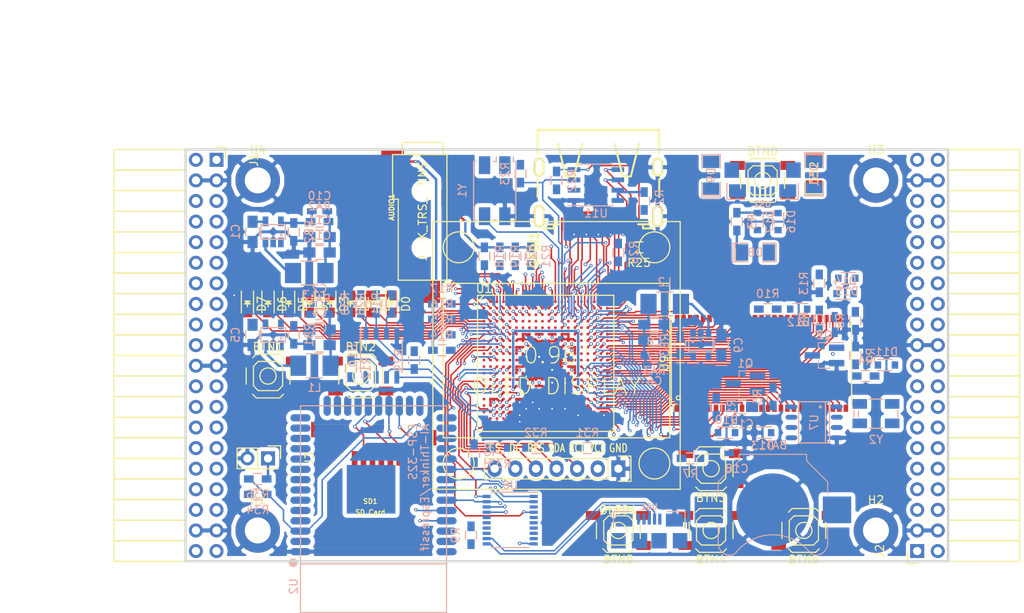
<source format=kicad_pcb>
(kicad_pcb (version 4) (host pcbnew 4.0.5+dfsg1-4)
  (layers (0 F.Cu signal) (1 In1.Cu signal) (2 In2.Cu signal) (31 B.Cu signal) (34 B.Paste user) (35 F.Paste user) (36 B.SilkS user) (37 F.SilkS user) (38 B.Mask user) (39 F.Mask user) (44 Edge.Cuts user))
  (net 0 "")
  (net 1 GND)
  (net 2 +5V)
  (net 3 /gpio/IN5V)
  (net 4 /gpio/OUT5V)
  (net 5 +3V3)
  (net 6 "Net-(L1-Pad1)")
  (net 7 "Net-(L2-Pad1)")
  (net 8 +1V2)
  (net 9 BTN_D)
  (net 10 BTN_F1)
  (net 11 BTN_F2)
  (net 12 BTN_L)
  (net 13 BTN_R)
  (net 14 BTN_U)
  (net 15 /power/FB1)
  (net 16 +2V5)
  (net 17 "Net-(L3-Pad1)")
  (net 18 /power/PWREN)
  (net 19 /power/FB3)
  (net 20 /power/FB2)
  (net 21 "Net-(D9-Pad1)")
  (net 22 /power/VBAT)
  (net 23 JTAG_TDI)
  (net 24 JTAG_TCK)
  (net 25 JTAG_TMS)
  (net 26 JTAG_TDO)
  (net 27 /power/WAKEUPn)
  (net 28 /power/WKUP)
  (net 29 /power/SHUT)
  (net 30 /power/WAKE)
  (net 31 /power/HOLD)
  (net 32 /power/WKn)
  (net 33 /power/OSCI_32k)
  (net 34 /power/OSCO_32k)
  (net 35 FTDI_nSUSPEND)
  (net 36 "Net-(Q2-Pad3)")
  (net 37 SHUTDOWN)
  (net 38 /analog/AUDIO_L)
  (net 39 /analog/AUDIO_R)
  (net 40 GPDI_5V_SCL)
  (net 41 GPDI_5V_SDA)
  (net 42 GPDI_SDA)
  (net 43 GPDI_SCL)
  (net 44 /gpdi/VREF2)
  (net 45 /blinkey/BTNPU)
  (net 46 SD_CMD)
  (net 47 SD_CLK)
  (net 48 SD_D0)
  (net 49 SD_D1)
  (net 50 USB5V)
  (net 51 "Net-(BTN0-Pad1)")
  (net 52 GPDI_CEC)
  (net 53 nRESET)
  (net 54 /usb/FT3V3)
  (net 55 FTDI_nDTR)
  (net 56 SDRAM_CKE)
  (net 57 SDRAM_A7)
  (net 58 SDRAM_D15)
  (net 59 SDRAM_BA1)
  (net 60 SDRAM_D7)
  (net 61 SDRAM_A6)
  (net 62 SDRAM_CLK)
  (net 63 SDRAM_D13)
  (net 64 SDRAM_BA0)
  (net 65 SDRAM_D6)
  (net 66 SDRAM_A5)
  (net 67 SDRAM_D14)
  (net 68 SDRAM_A11)
  (net 69 SDRAM_D12)
  (net 70 SDRAM_D5)
  (net 71 SDRAM_A4)
  (net 72 SDRAM_A10)
  (net 73 SDRAM_D11)
  (net 74 SDRAM_A3)
  (net 75 SDRAM_D4)
  (net 76 SDRAM_D10)
  (net 77 SDRAM_D9)
  (net 78 SDRAM_A9)
  (net 79 SDRAM_D3)
  (net 80 SDRAM_D8)
  (net 81 SDRAM_A8)
  (net 82 SDRAM_A2)
  (net 83 SDRAM_A1)
  (net 84 SDRAM_A0)
  (net 85 SDRAM_D2)
  (net 86 SDRAM_D1)
  (net 87 SDRAM_D0)
  (net 88 SDRAM_DQM0)
  (net 89 SDRAM_nCS)
  (net 90 SDRAM_nRAS)
  (net 91 SDRAM_DQM1)
  (net 92 SDRAM_nCAS)
  (net 93 SDRAM_nWE)
  (net 94 /flash/FLASH_nWP)
  (net 95 /flash/FLASH_nHOLD)
  (net 96 /flash/FLASH_MOSI)
  (net 97 /flash/FLASH_MISO)
  (net 98 /flash/FLASH_SCK)
  (net 99 /flash/FLASH_nCS)
  (net 100 /flash/FPGA_PROGRAMN)
  (net 101 /flash/FPGA_DONE)
  (net 102 /flash/FPGA_INITN)
  (net 103 OLED_RES)
  (net 104 OLED_DC)
  (net 105 OLED_CS)
  (net 106 WIFI_EN)
  (net 107 FTDI_nRTS)
  (net 108 WIFI_GPIO2)
  (net 109 FTDI_TXD)
  (net 110 FTDI_RXD)
  (net 111 WIFI_RXD)
  (net 112 WIFI_GPIO0)
  (net 113 FTDI_nCTS)
  (net 114 WIFI_TXD)
  (net 115 FTDI_nRI)
  (net 116 FTDI_nDCD)
  (net 117 /gpdi/CLK_25MHz)
  (net 118 GPDI_ETH-)
  (net 119 GPDI_ETH+)
  (net 120 GPDI_D2+)
  (net 121 GPDI_D2-)
  (net 122 GPDI_D1+)
  (net 123 GPDI_D1-)
  (net 124 GPDI_D0+)
  (net 125 GPDI_D0-)
  (net 126 GPDI_CLK+)
  (net 127 GPDI_CLK-)
  (net 128 USB_FPGA_D+)
  (net 129 USB_FPGA_D-)
  (net 130 USB_FTDI_D+)
  (net 131 USB_FTDI_D-)
  (net 132 J1_17-)
  (net 133 J1_17+)
  (net 134 J1_23-)
  (net 135 J1_23+)
  (net 136 J1_25-)
  (net 137 J1_25+)
  (net 138 J1_27-)
  (net 139 J1_27+)
  (net 140 J1_29-)
  (net 141 J1_29+)
  (net 142 J1_31-)
  (net 143 J1_31+)
  (net 144 J1_33-)
  (net 145 J1_33+)
  (net 146 J1_35-)
  (net 147 J1_35+)
  (net 148 J2_5-)
  (net 149 J2_5+)
  (net 150 J2_7-)
  (net 151 J2_7+)
  (net 152 J2_9-)
  (net 153 J2_9+)
  (net 154 J2_13-)
  (net 155 J2_13+)
  (net 156 J2_17-)
  (net 157 J2_17+)
  (net 158 J2_11-)
  (net 159 J2_11+)
  (net 160 J2_23-)
  (net 161 J2_23+)
  (net 162 J1_5-)
  (net 163 J1_5+)
  (net 164 J1_7-)
  (net 165 J1_7+)
  (net 166 J1_9-)
  (net 167 J1_9+)
  (net 168 J1_11-)
  (net 169 J1_11+)
  (net 170 J1_13-)
  (net 171 J1_13+)
  (net 172 J1_15-)
  (net 173 J1_15+)
  (net 174 J2_15-)
  (net 175 J2_15+)
  (net 176 J2_25-)
  (net 177 J2_25+)
  (net 178 J2_27-)
  (net 179 J2_27+)
  (net 180 J2_29-)
  (net 181 J2_29+)
  (net 182 J2_31-)
  (net 183 J2_31+)
  (net 184 J2_33-)
  (net 185 J2_33+)
  (net 186 J2_35-)
  (net 187 J2_35+)
  (net 188 SD_D3)
  (net 189 AUDIO_L3)
  (net 190 AUDIO_L2)
  (net 191 AUDIO_L1)
  (net 192 AUDIO_L0)
  (net 193 AUDIO_R3)
  (net 194 AUDIO_R2)
  (net 195 AUDIO_R1)
  (net 196 AUDIO_R0)
  (net 197 FTDI_nDSR)
  (net 198 OLED_CLK)
  (net 199 OLED_MOSI)
  (net 200 WIFI_GPIO15)
  (net 201 LED0)
  (net 202 LED1)
  (net 203 LED2)
  (net 204 LED3)
  (net 205 LED4)
  (net 206 LED5)
  (net 207 LED6)
  (net 208 LED7)
  (net 209 BTN_PWRn)
  (net 210 "Net-(J3-Pad1)")
  (module lfe5bg381:BGA-381_pitch0.8mm_dia0.4mm (layer F.Cu) (at 138.48 87.8)
    (fp_text reference U1 (at -7.6 -9.2) (layer F.SilkS))
    (fp_text value LFE5U-25F-6BG381C)
    (pad A2 smd circle (at -6.8 -7.6) (size 0.35 0.35) (layers F.Cu F.Paste F.Mask) (net 139 J1_27+))
    (pad A3 smd circle (at -6 -7.6) (size 0.35 0.35) (layers F.Cu F.Paste F.Mask) (net 193 AUDIO_R3))
    (pad A4 smd circle (at -5.2 -7.6) (size 0.35 0.35) (layers F.Cu F.Paste F.Mask) (net 137 J1_25+))
    (pad A5 smd circle (at -4.4 -7.6) (size 0.35 0.35) (layers F.Cu F.Paste F.Mask) (net 136 J1_25-))
    (pad A6 smd circle (at -3.6 -7.6) (size 0.35 0.35) (layers F.Cu F.Paste F.Mask) (net 135 J1_23+))
    (pad A7 smd circle (at -2.8 -7.6) (size 0.35 0.35) (layers F.Cu F.Paste F.Mask) (net 173 J1_15+))
    (pad A8 smd circle (at -2 -7.6) (size 0.35 0.35) (layers F.Cu F.Paste F.Mask) (net 172 J1_15-))
    (pad A9 smd circle (at -1.2 -7.6) (size 0.35 0.35) (layers F.Cu F.Paste F.Mask) (net 166 J1_9-))
    (pad A10 smd circle (at -0.4 -7.6) (size 0.35 0.35) (layers F.Cu F.Paste F.Mask) (net 165 J1_7+))
    (pad A11 smd circle (at 0.4 -7.6) (size 0.35 0.35) (layers F.Cu F.Paste F.Mask) (net 164 J1_7-))
    (pad A12 smd circle (at 1.2 -7.6) (size 0.35 0.35) (layers F.Cu F.Paste F.Mask) (net 119 GPDI_ETH+))
    (pad A13 smd circle (at 2 -7.6) (size 0.35 0.35) (layers F.Cu F.Paste F.Mask) (net 118 GPDI_ETH-))
    (pad A14 smd circle (at 2.8 -7.6) (size 0.35 0.35) (layers F.Cu F.Paste F.Mask) (net 120 GPDI_D2+))
    (pad A15 smd circle (at 3.6 -7.6) (size 0.35 0.35) (layers F.Cu F.Paste F.Mask))
    (pad A16 smd circle (at 4.4 -7.6) (size 0.35 0.35) (layers F.Cu F.Paste F.Mask) (net 122 GPDI_D1+))
    (pad A17 smd circle (at 5.2 -7.6) (size 0.35 0.35) (layers F.Cu F.Paste F.Mask) (net 124 GPDI_D0+))
    (pad A18 smd circle (at 6 -7.6) (size 0.35 0.35) (layers F.Cu F.Paste F.Mask) (net 126 GPDI_CLK+))
    (pad A19 smd circle (at 6.8 -7.6) (size 0.35 0.35) (layers F.Cu F.Paste F.Mask) (net 52 GPDI_CEC))
    (pad B1 smd circle (at -7.6 -6.8) (size 0.35 0.35) (layers F.Cu F.Paste F.Mask) (net 138 J1_27-))
    (pad B2 smd circle (at -6.8 -6.8) (size 0.35 0.35) (layers F.Cu F.Paste F.Mask) (net 201 LED0))
    (pad B3 smd circle (at -6 -6.8) (size 0.35 0.35) (layers F.Cu F.Paste F.Mask) (net 192 AUDIO_L0))
    (pad B4 smd circle (at -5.2 -6.8) (size 0.35 0.35) (layers F.Cu F.Paste F.Mask) (net 140 J1_29-))
    (pad B5 smd circle (at -4.4 -6.8) (size 0.35 0.35) (layers F.Cu F.Paste F.Mask) (net 194 AUDIO_R2))
    (pad B6 smd circle (at -3.6 -6.8) (size 0.35 0.35) (layers F.Cu F.Paste F.Mask) (net 134 J1_23-))
    (pad B7 smd circle (at -2.8 -6.8) (size 0.35 0.35) (layers F.Cu F.Paste F.Mask) (net 1 GND))
    (pad B8 smd circle (at -2 -6.8) (size 0.35 0.35) (layers F.Cu F.Paste F.Mask) (net 170 J1_13-))
    (pad B9 smd circle (at -1.2 -6.8) (size 0.35 0.35) (layers F.Cu F.Paste F.Mask) (net 169 J1_11+))
    (pad B10 smd circle (at -0.4 -6.8) (size 0.35 0.35) (layers F.Cu F.Paste F.Mask) (net 167 J1_9+))
    (pad B11 smd circle (at 0.4 -6.8) (size 0.35 0.35) (layers F.Cu F.Paste F.Mask) (net 163 J1_5+))
    (pad B12 smd circle (at 1.2 -6.8) (size 0.35 0.35) (layers F.Cu F.Paste F.Mask) (net 117 /gpdi/CLK_25MHz))
    (pad B13 smd circle (at 2 -6.8) (size 0.35 0.35) (layers F.Cu F.Paste F.Mask) (net 187 J2_35+))
    (pad B14 smd circle (at 2.8 -6.8) (size 0.35 0.35) (layers F.Cu F.Paste F.Mask) (net 1 GND))
    (pad B15 smd circle (at 3.6 -6.8) (size 0.35 0.35) (layers F.Cu F.Paste F.Mask) (net 183 J2_31+))
    (pad B16 smd circle (at 4.4 -6.8) (size 0.35 0.35) (layers F.Cu F.Paste F.Mask) (net 123 GPDI_D1-))
    (pad B17 smd circle (at 5.2 -6.8) (size 0.35 0.35) (layers F.Cu F.Paste F.Mask) (net 179 J2_27+))
    (pad B18 smd circle (at 6 -6.8) (size 0.35 0.35) (layers F.Cu F.Paste F.Mask) (net 125 GPDI_D0-))
    (pad B19 smd circle (at 6.8 -6.8) (size 0.35 0.35) (layers F.Cu F.Paste F.Mask) (net 127 GPDI_CLK-))
    (pad B20 smd circle (at 7.6 -6.8) (size 0.35 0.35) (layers F.Cu F.Paste F.Mask) (net 42 GPDI_SDA))
    (pad C1 smd circle (at -7.6 -6) (size 0.35 0.35) (layers F.Cu F.Paste F.Mask) (net 203 LED2))
    (pad C2 smd circle (at -6.8 -6) (size 0.35 0.35) (layers F.Cu F.Paste F.Mask) (net 202 LED1))
    (pad C3 smd circle (at -6 -6) (size 0.35 0.35) (layers F.Cu F.Paste F.Mask) (net 190 AUDIO_L2))
    (pad C4 smd circle (at -5.2 -6) (size 0.35 0.35) (layers F.Cu F.Paste F.Mask) (net 141 J1_29+))
    (pad C5 smd circle (at -4.4 -6) (size 0.35 0.35) (layers F.Cu F.Paste F.Mask) (net 195 AUDIO_R1))
    (pad C6 smd circle (at -3.6 -6) (size 0.35 0.35) (layers F.Cu F.Paste F.Mask) (net 133 J1_17+))
    (pad C7 smd circle (at -2.8 -6) (size 0.35 0.35) (layers F.Cu F.Paste F.Mask) (net 132 J1_17-))
    (pad C8 smd circle (at -2 -6) (size 0.35 0.35) (layers F.Cu F.Paste F.Mask) (net 171 J1_13+))
    (pad C9 smd circle (at -1.2 -6) (size 0.35 0.35) (layers F.Cu F.Paste F.Mask))
    (pad C10 smd circle (at -0.4 -6) (size 0.35 0.35) (layers F.Cu F.Paste F.Mask) (net 168 J1_11-))
    (pad C11 smd circle (at 0.4 -6) (size 0.35 0.35) (layers F.Cu F.Paste F.Mask) (net 162 J1_5-))
    (pad C12 smd circle (at 1.2 -6) (size 0.35 0.35) (layers F.Cu F.Paste F.Mask) (net 43 GPDI_SCL))
    (pad C13 smd circle (at 2 -6) (size 0.35 0.35) (layers F.Cu F.Paste F.Mask) (net 186 J2_35-))
    (pad C14 smd circle (at 2.8 -6) (size 0.35 0.35) (layers F.Cu F.Paste F.Mask) (net 121 GPDI_D2-))
    (pad C15 smd circle (at 3.6 -6) (size 0.35 0.35) (layers F.Cu F.Paste F.Mask) (net 182 J2_31-))
    (pad C16 smd circle (at 4.4 -6) (size 0.35 0.35) (layers F.Cu F.Paste F.Mask) (net 181 J2_29+))
    (pad C17 smd circle (at 5.2 -6) (size 0.35 0.35) (layers F.Cu F.Paste F.Mask) (net 178 J2_27-))
    (pad C18 smd circle (at 6 -6) (size 0.35 0.35) (layers F.Cu F.Paste F.Mask) (net 161 J2_23+))
    (pad C19 smd circle (at 6.8 -6) (size 0.35 0.35) (layers F.Cu F.Paste F.Mask) (net 1 GND))
    (pad C20 smd circle (at 7.6 -6) (size 0.35 0.35) (layers F.Cu F.Paste F.Mask) (net 58 SDRAM_D15))
    (pad D1 smd circle (at -7.6 -5.2) (size 0.35 0.35) (layers F.Cu F.Paste F.Mask) (net 205 LED4))
    (pad D2 smd circle (at -6.8 -5.2) (size 0.35 0.35) (layers F.Cu F.Paste F.Mask) (net 204 LED3))
    (pad D3 smd circle (at -6 -5.2) (size 0.35 0.35) (layers F.Cu F.Paste F.Mask) (net 191 AUDIO_L1))
    (pad D4 smd circle (at -5.2 -5.2) (size 0.35 0.35) (layers F.Cu F.Paste F.Mask) (net 1 GND))
    (pad D5 smd circle (at -4.4 -5.2) (size 0.35 0.35) (layers F.Cu F.Paste F.Mask))
    (pad D6 smd circle (at -3.6 -5.2) (size 0.35 0.35) (layers F.Cu F.Paste F.Mask) (net 209 BTN_PWRn))
    (pad D7 smd circle (at -2.8 -5.2) (size 0.35 0.35) (layers F.Cu F.Paste F.Mask))
    (pad D8 smd circle (at -2 -5.2) (size 0.35 0.35) (layers F.Cu F.Paste F.Mask))
    (pad D9 smd circle (at -1.2 -5.2) (size 0.35 0.35) (layers F.Cu F.Paste F.Mask))
    (pad D10 smd circle (at -0.4 -5.2) (size 0.35 0.35) (layers F.Cu F.Paste F.Mask))
    (pad D11 smd circle (at 0.4 -5.2) (size 0.35 0.35) (layers F.Cu F.Paste F.Mask) (net 14 BTN_U))
    (pad D12 smd circle (at 1.2 -5.2) (size 0.35 0.35) (layers F.Cu F.Paste F.Mask))
    (pad D13 smd circle (at 2 -5.2) (size 0.35 0.35) (layers F.Cu F.Paste F.Mask) (net 185 J2_33+))
    (pad D14 smd circle (at 2.8 -5.2) (size 0.35 0.35) (layers F.Cu F.Paste F.Mask))
    (pad D15 smd circle (at 3.6 -5.2) (size 0.35 0.35) (layers F.Cu F.Paste F.Mask) (net 177 J2_25+))
    (pad D16 smd circle (at 4.4 -5.2) (size 0.35 0.35) (layers F.Cu F.Paste F.Mask) (net 180 J2_29-))
    (pad D17 smd circle (at 5.2 -5.2) (size 0.35 0.35) (layers F.Cu F.Paste F.Mask) (net 160 J2_23-))
    (pad D18 smd circle (at 6 -5.2) (size 0.35 0.35) (layers F.Cu F.Paste F.Mask) (net 157 J2_17+))
    (pad D19 smd circle (at 6.8 -5.2) (size 0.35 0.35) (layers F.Cu F.Paste F.Mask) (net 67 SDRAM_D14))
    (pad D20 smd circle (at 7.6 -5.2) (size 0.35 0.35) (layers F.Cu F.Paste F.Mask) (net 63 SDRAM_D13))
    (pad E1 smd circle (at -7.6 -4.4) (size 0.35 0.35) (layers F.Cu F.Paste F.Mask) (net 207 LED6))
    (pad E2 smd circle (at -6.8 -4.4) (size 0.35 0.35) (layers F.Cu F.Paste F.Mask) (net 206 LED5))
    (pad E3 smd circle (at -6 -4.4) (size 0.35 0.35) (layers F.Cu F.Paste F.Mask) (net 142 J1_31-))
    (pad E4 smd circle (at -5.2 -4.4) (size 0.35 0.35) (layers F.Cu F.Paste F.Mask))
    (pad E5 smd circle (at -4.4 -4.4) (size 0.35 0.35) (layers F.Cu F.Paste F.Mask) (net 189 AUDIO_L3))
    (pad E6 smd circle (at -3.6 -4.4) (size 0.35 0.35) (layers F.Cu F.Paste F.Mask))
    (pad E7 smd circle (at -2.8 -4.4) (size 0.35 0.35) (layers F.Cu F.Paste F.Mask))
    (pad E8 smd circle (at -2 -4.4) (size 0.35 0.35) (layers F.Cu F.Paste F.Mask))
    (pad E9 smd circle (at -1.2 -4.4) (size 0.35 0.35) (layers F.Cu F.Paste F.Mask))
    (pad E10 smd circle (at -0.4 -4.4) (size 0.35 0.35) (layers F.Cu F.Paste F.Mask))
    (pad E11 smd circle (at 0.4 -4.4) (size 0.35 0.35) (layers F.Cu F.Paste F.Mask))
    (pad E12 smd circle (at 1.2 -4.4) (size 0.35 0.35) (layers F.Cu F.Paste F.Mask))
    (pad E13 smd circle (at 2 -4.4) (size 0.35 0.35) (layers F.Cu F.Paste F.Mask) (net 184 J2_33-))
    (pad E14 smd circle (at 2.8 -4.4) (size 0.35 0.35) (layers F.Cu F.Paste F.Mask))
    (pad E15 smd circle (at 3.6 -4.4) (size 0.35 0.35) (layers F.Cu F.Paste F.Mask) (net 176 J2_25-))
    (pad E16 smd circle (at 4.4 -4.4) (size 0.35 0.35) (layers F.Cu F.Paste F.Mask))
    (pad E17 smd circle (at 5.2 -4.4) (size 0.35 0.35) (layers F.Cu F.Paste F.Mask) (net 156 J2_17-))
    (pad E18 smd circle (at 6 -4.4) (size 0.35 0.35) (layers F.Cu F.Paste F.Mask) (net 75 SDRAM_D4))
    (pad E19 smd circle (at 6.8 -4.4) (size 0.35 0.35) (layers F.Cu F.Paste F.Mask) (net 69 SDRAM_D12))
    (pad E20 smd circle (at 7.6 -4.4) (size 0.35 0.35) (layers F.Cu F.Paste F.Mask) (net 73 SDRAM_D11))
    (pad F1 smd circle (at -7.6 -3.6) (size 0.35 0.35) (layers F.Cu F.Paste F.Mask) (net 110 FTDI_RXD))
    (pad F2 smd circle (at -6.8 -3.6) (size 0.35 0.35) (layers F.Cu F.Paste F.Mask) (net 208 LED7))
    (pad F3 smd circle (at -6 -3.6) (size 0.35 0.35) (layers F.Cu F.Paste F.Mask) (net 144 J1_33-))
    (pad F4 smd circle (at -5.2 -3.6) (size 0.35 0.35) (layers F.Cu F.Paste F.Mask) (net 143 J1_31+))
    (pad F5 smd circle (at -4.4 -3.6) (size 0.35 0.35) (layers F.Cu F.Paste F.Mask) (net 196 AUDIO_R0))
    (pad F6 smd circle (at -3.6 -3.6) (size 0.35 0.35) (layers F.Cu F.Paste F.Mask) (net 16 +2V5))
    (pad F7 smd circle (at -2.8 -3.6) (size 0.35 0.35) (layers F.Cu F.Paste F.Mask) (net 1 GND))
    (pad F8 smd circle (at -2 -3.6) (size 0.35 0.35) (layers F.Cu F.Paste F.Mask) (net 1 GND))
    (pad F9 smd circle (at -1.2 -3.6) (size 0.35 0.35) (layers F.Cu F.Paste F.Mask) (net 5 +3V3))
    (pad F10 smd circle (at -0.4 -3.6) (size 0.35 0.35) (layers F.Cu F.Paste F.Mask) (net 5 +3V3))
    (pad F11 smd circle (at 0.4 -3.6) (size 0.35 0.35) (layers F.Cu F.Paste F.Mask) (net 5 +3V3))
    (pad F12 smd circle (at 1.2 -3.6) (size 0.35 0.35) (layers F.Cu F.Paste F.Mask) (net 5 +3V3))
    (pad F13 smd circle (at 2 -3.6) (size 0.35 0.35) (layers F.Cu F.Paste F.Mask) (net 1 GND))
    (pad F14 smd circle (at 2.8 -3.6) (size 0.35 0.35) (layers F.Cu F.Paste F.Mask) (net 1 GND))
    (pad F15 smd circle (at 3.6 -3.6) (size 0.35 0.35) (layers F.Cu F.Paste F.Mask) (net 16 +2V5))
    (pad F16 smd circle (at 4.4 -3.6) (size 0.35 0.35) (layers F.Cu F.Paste F.Mask))
    (pad F17 smd circle (at 5.2 -3.6) (size 0.35 0.35) (layers F.Cu F.Paste F.Mask) (net 175 J2_15+))
    (pad F18 smd circle (at 6 -3.6) (size 0.35 0.35) (layers F.Cu F.Paste F.Mask) (net 70 SDRAM_D5))
    (pad F19 smd circle (at 6.8 -3.6) (size 0.35 0.35) (layers F.Cu F.Paste F.Mask) (net 76 SDRAM_D10))
    (pad F20 smd circle (at 7.6 -3.6) (size 0.35 0.35) (layers F.Cu F.Paste F.Mask) (net 77 SDRAM_D9))
    (pad G1 smd circle (at -7.6 -2.8) (size 0.35 0.35) (layers F.Cu F.Paste F.Mask) (net 109 FTDI_TXD))
    (pad G2 smd circle (at -6.8 -2.8) (size 0.35 0.35) (layers F.Cu F.Paste F.Mask) (net 111 WIFI_RXD))
    (pad G3 smd circle (at -6 -2.8) (size 0.35 0.35) (layers F.Cu F.Paste F.Mask) (net 145 J1_33+))
    (pad G4 smd circle (at -5.2 -2.8) (size 0.35 0.35) (layers F.Cu F.Paste F.Mask) (net 1 GND))
    (pad G5 smd circle (at -4.4 -2.8) (size 0.35 0.35) (layers F.Cu F.Paste F.Mask) (net 146 J1_35-))
    (pad G6 smd circle (at -3.6 -2.8) (size 0.35 0.35) (layers F.Cu F.Paste F.Mask) (net 1 GND))
    (pad G7 smd circle (at -2.8 -2.8) (size 0.35 0.35) (layers F.Cu F.Paste F.Mask) (net 1 GND))
    (pad G8 smd circle (at -2 -2.8) (size 0.35 0.35) (layers F.Cu F.Paste F.Mask) (net 1 GND))
    (pad G9 smd circle (at -1.2 -2.8) (size 0.35 0.35) (layers F.Cu F.Paste F.Mask) (net 1 GND))
    (pad G10 smd circle (at -0.4 -2.8) (size 0.35 0.35) (layers F.Cu F.Paste F.Mask) (net 1 GND))
    (pad G11 smd circle (at 0.4 -2.8) (size 0.35 0.35) (layers F.Cu F.Paste F.Mask) (net 1 GND))
    (pad G12 smd circle (at 1.2 -2.8) (size 0.35 0.35) (layers F.Cu F.Paste F.Mask) (net 1 GND))
    (pad G13 smd circle (at 2 -2.8) (size 0.35 0.35) (layers F.Cu F.Paste F.Mask) (net 1 GND))
    (pad G14 smd circle (at 2.8 -2.8) (size 0.35 0.35) (layers F.Cu F.Paste F.Mask) (net 1 GND))
    (pad G15 smd circle (at 3.6 -2.8) (size 0.35 0.35) (layers F.Cu F.Paste F.Mask) (net 1 GND))
    (pad G16 smd circle (at 4.4 -2.8) (size 0.35 0.35) (layers F.Cu F.Paste F.Mask))
    (pad G17 smd circle (at 5.2 -2.8) (size 0.35 0.35) (layers F.Cu F.Paste F.Mask) (net 1 GND))
    (pad G18 smd circle (at 6 -2.8) (size 0.35 0.35) (layers F.Cu F.Paste F.Mask) (net 174 J2_15-))
    (pad G19 smd circle (at 6.8 -2.8) (size 0.35 0.35) (layers F.Cu F.Paste F.Mask) (net 80 SDRAM_D8))
    (pad G20 smd circle (at 7.6 -2.8) (size 0.35 0.35) (layers F.Cu F.Paste F.Mask) (net 91 SDRAM_DQM1))
    (pad H1 smd circle (at -7.6 -2) (size 0.35 0.35) (layers F.Cu F.Paste F.Mask) (net 112 WIFI_GPIO0))
    (pad H2 smd circle (at -6.8 -2) (size 0.35 0.35) (layers F.Cu F.Paste F.Mask) (net 114 WIFI_TXD))
    (pad H3 smd circle (at -6 -2) (size 0.35 0.35) (layers F.Cu F.Paste F.Mask))
    (pad H4 smd circle (at -5.2 -2) (size 0.35 0.35) (layers F.Cu F.Paste F.Mask) (net 147 J1_35+))
    (pad H5 smd circle (at -4.4 -2) (size 0.35 0.35) (layers F.Cu F.Paste F.Mask))
    (pad H6 smd circle (at -3.6 -2) (size 0.35 0.35) (layers F.Cu F.Paste F.Mask) (net 5 +3V3))
    (pad H7 smd circle (at -2.8 -2) (size 0.35 0.35) (layers F.Cu F.Paste F.Mask) (net 5 +3V3))
    (pad H8 smd circle (at -2 -2) (size 0.35 0.35) (layers F.Cu F.Paste F.Mask) (net 8 +1V2))
    (pad H9 smd circle (at -1.2 -2) (size 0.35 0.35) (layers F.Cu F.Paste F.Mask) (net 8 +1V2))
    (pad H10 smd circle (at -0.4 -2) (size 0.35 0.35) (layers F.Cu F.Paste F.Mask) (net 8 +1V2))
    (pad H11 smd circle (at 0.4 -2) (size 0.35 0.35) (layers F.Cu F.Paste F.Mask) (net 8 +1V2))
    (pad H12 smd circle (at 1.2 -2) (size 0.35 0.35) (layers F.Cu F.Paste F.Mask) (net 8 +1V2))
    (pad H13 smd circle (at 2 -2) (size 0.35 0.35) (layers F.Cu F.Paste F.Mask) (net 8 +1V2))
    (pad H14 smd circle (at 2.8 -2) (size 0.35 0.35) (layers F.Cu F.Paste F.Mask) (net 5 +3V3))
    (pad H15 smd circle (at 3.6 -2) (size 0.35 0.35) (layers F.Cu F.Paste F.Mask) (net 5 +3V3))
    (pad H16 smd circle (at 4.4 -2) (size 0.35 0.35) (layers F.Cu F.Paste F.Mask))
    (pad H17 smd circle (at 5.2 -2) (size 0.35 0.35) (layers F.Cu F.Paste F.Mask) (net 154 J2_13-))
    (pad H18 smd circle (at 6 -2) (size 0.35 0.35) (layers F.Cu F.Paste F.Mask) (net 155 J2_13+))
    (pad H19 smd circle (at 6.8 -2) (size 0.35 0.35) (layers F.Cu F.Paste F.Mask) (net 1 GND))
    (pad H20 smd circle (at 7.6 -2) (size 0.35 0.35) (layers F.Cu F.Paste F.Mask) (net 62 SDRAM_CLK))
    (pad J1 smd circle (at -7.6 -1.2) (size 0.35 0.35) (layers F.Cu F.Paste F.Mask))
    (pad J2 smd circle (at -6.8 -1.2) (size 0.35 0.35) (layers F.Cu F.Paste F.Mask) (net 1 GND))
    (pad J3 smd circle (at -6 -1.2) (size 0.35 0.35) (layers F.Cu F.Paste F.Mask) (net 200 WIFI_GPIO15))
    (pad J4 smd circle (at -5.2 -1.2) (size 0.35 0.35) (layers F.Cu F.Paste F.Mask) (net 108 WIFI_GPIO2))
    (pad J5 smd circle (at -4.4 -1.2) (size 0.35 0.35) (layers F.Cu F.Paste F.Mask) (net 113 FTDI_nCTS))
    (pad J6 smd circle (at -3.6 -1.2) (size 0.35 0.35) (layers F.Cu F.Paste F.Mask) (net 5 +3V3))
    (pad J7 smd circle (at -2.8 -1.2) (size 0.35 0.35) (layers F.Cu F.Paste F.Mask) (net 1 GND))
    (pad J8 smd circle (at -2 -1.2) (size 0.35 0.35) (layers F.Cu F.Paste F.Mask) (net 8 +1V2))
    (pad J9 smd circle (at -1.2 -1.2) (size 0.35 0.35) (layers F.Cu F.Paste F.Mask) (net 1 GND))
    (pad J10 smd circle (at -0.4 -1.2) (size 0.35 0.35) (layers F.Cu F.Paste F.Mask) (net 1 GND))
    (pad J11 smd circle (at 0.4 -1.2) (size 0.35 0.35) (layers F.Cu F.Paste F.Mask) (net 1 GND))
    (pad J12 smd circle (at 1.2 -1.2) (size 0.35 0.35) (layers F.Cu F.Paste F.Mask) (net 1 GND))
    (pad J13 smd circle (at 2 -1.2) (size 0.35 0.35) (layers F.Cu F.Paste F.Mask) (net 8 +1V2))
    (pad J14 smd circle (at 2.8 -1.2) (size 0.35 0.35) (layers F.Cu F.Paste F.Mask) (net 1 GND))
    (pad J15 smd circle (at 3.6 -1.2) (size 0.35 0.35) (layers F.Cu F.Paste F.Mask) (net 5 +3V3))
    (pad J16 smd circle (at 4.4 -1.2) (size 0.35 0.35) (layers F.Cu F.Paste F.Mask))
    (pad J17 smd circle (at 5.2 -1.2) (size 0.35 0.35) (layers F.Cu F.Paste F.Mask))
    (pad J18 smd circle (at 6 -1.2) (size 0.35 0.35) (layers F.Cu F.Paste F.Mask) (net 79 SDRAM_D3))
    (pad J19 smd circle (at 6.8 -1.2) (size 0.35 0.35) (layers F.Cu F.Paste F.Mask) (net 56 SDRAM_CKE))
    (pad J20 smd circle (at 7.6 -1.2) (size 0.35 0.35) (layers F.Cu F.Paste F.Mask) (net 68 SDRAM_A11))
    (pad K1 smd circle (at -7.6 -0.4) (size 0.35 0.35) (layers F.Cu F.Paste F.Mask))
    (pad K2 smd circle (at -6.8 -0.4) (size 0.35 0.35) (layers F.Cu F.Paste F.Mask) (net 55 FTDI_nDTR))
    (pad K3 smd circle (at -6 -0.4) (size 0.35 0.35) (layers F.Cu F.Paste F.Mask) (net 107 FTDI_nRTS))
    (pad K4 smd circle (at -5.2 -0.4) (size 0.35 0.35) (layers F.Cu F.Paste F.Mask))
    (pad K5 smd circle (at -4.4 -0.4) (size 0.35 0.35) (layers F.Cu F.Paste F.Mask))
    (pad K6 smd circle (at -3.6 -0.4) (size 0.35 0.35) (layers F.Cu F.Paste F.Mask) (net 1 GND))
    (pad K7 smd circle (at -2.8 -0.4) (size 0.35 0.35) (layers F.Cu F.Paste F.Mask) (net 1 GND))
    (pad K8 smd circle (at -2 -0.4) (size 0.35 0.35) (layers F.Cu F.Paste F.Mask) (net 8 +1V2))
    (pad K9 smd circle (at -1.2 -0.4) (size 0.35 0.35) (layers F.Cu F.Paste F.Mask) (net 1 GND))
    (pad K10 smd circle (at -0.4 -0.4) (size 0.35 0.35) (layers F.Cu F.Paste F.Mask) (net 1 GND))
    (pad K11 smd circle (at 0.4 -0.4) (size 0.35 0.35) (layers F.Cu F.Paste F.Mask) (net 1 GND))
    (pad K12 smd circle (at 1.2 -0.4) (size 0.35 0.35) (layers F.Cu F.Paste F.Mask) (net 1 GND))
    (pad K13 smd circle (at 2 -0.4) (size 0.35 0.35) (layers F.Cu F.Paste F.Mask) (net 8 +1V2))
    (pad K14 smd circle (at 2.8 -0.4) (size 0.35 0.35) (layers F.Cu F.Paste F.Mask) (net 1 GND))
    (pad K15 smd circle (at 3.6 -0.4) (size 0.35 0.35) (layers F.Cu F.Paste F.Mask) (net 1 GND))
    (pad K16 smd circle (at 4.4 -0.4) (size 0.35 0.35) (layers F.Cu F.Paste F.Mask))
    (pad K17 smd circle (at 5.2 -0.4) (size 0.35 0.35) (layers F.Cu F.Paste F.Mask))
    (pad K18 smd circle (at 6 -0.4) (size 0.35 0.35) (layers F.Cu F.Paste F.Mask) (net 85 SDRAM_D2))
    (pad K19 smd circle (at 6.8 -0.4) (size 0.35 0.35) (layers F.Cu F.Paste F.Mask) (net 78 SDRAM_A9))
    (pad K20 smd circle (at 7.6 -0.4) (size 0.35 0.35) (layers F.Cu F.Paste F.Mask) (net 81 SDRAM_A8))
    (pad L1 smd circle (at -7.6 0.4) (size 0.35 0.35) (layers F.Cu F.Paste F.Mask) (net 48 SD_D0))
    (pad L2 smd circle (at -6.8 0.4) (size 0.35 0.35) (layers F.Cu F.Paste F.Mask) (net 116 FTDI_nDCD))
    (pad L3 smd circle (at -6 0.4) (size 0.35 0.35) (layers F.Cu F.Paste F.Mask) (net 105 OLED_CS))
    (pad L4 smd circle (at -5.2 0.4) (size 0.35 0.35) (layers F.Cu F.Paste F.Mask) (net 106 WIFI_EN))
    (pad L5 smd circle (at -4.4 0.4) (size 0.35 0.35) (layers F.Cu F.Paste F.Mask) (net 197 FTDI_nDSR))
    (pad L6 smd circle (at -3.6 0.4) (size 0.35 0.35) (layers F.Cu F.Paste F.Mask) (net 5 +3V3))
    (pad L7 smd circle (at -2.8 0.4) (size 0.35 0.35) (layers F.Cu F.Paste F.Mask) (net 5 +3V3))
    (pad L8 smd circle (at -2 0.4) (size 0.35 0.35) (layers F.Cu F.Paste F.Mask) (net 8 +1V2))
    (pad L9 smd circle (at -1.2 0.4) (size 0.35 0.35) (layers F.Cu F.Paste F.Mask) (net 1 GND))
    (pad L10 smd circle (at -0.4 0.4) (size 0.35 0.35) (layers F.Cu F.Paste F.Mask) (net 1 GND))
    (pad L11 smd circle (at 0.4 0.4) (size 0.35 0.35) (layers F.Cu F.Paste F.Mask) (net 1 GND))
    (pad L12 smd circle (at 1.2 0.4) (size 0.35 0.35) (layers F.Cu F.Paste F.Mask) (net 1 GND))
    (pad L13 smd circle (at 2 0.4) (size 0.35 0.35) (layers F.Cu F.Paste F.Mask) (net 8 +1V2))
    (pad L14 smd circle (at 2.8 0.4) (size 0.35 0.35) (layers F.Cu F.Paste F.Mask) (net 5 +3V3))
    (pad L15 smd circle (at 3.6 0.4) (size 0.35 0.35) (layers F.Cu F.Paste F.Mask) (net 5 +3V3))
    (pad L16 smd circle (at 4.4 0.4) (size 0.35 0.35) (layers F.Cu F.Paste F.Mask) (net 159 J2_11+))
    (pad L17 smd circle (at 5.2 0.4) (size 0.35 0.35) (layers F.Cu F.Paste F.Mask) (net 158 J2_11-))
    (pad L18 smd circle (at 6 0.4) (size 0.35 0.35) (layers F.Cu F.Paste F.Mask) (net 86 SDRAM_D1))
    (pad L19 smd circle (at 6.8 0.4) (size 0.35 0.35) (layers F.Cu F.Paste F.Mask) (net 57 SDRAM_A7))
    (pad L20 smd circle (at 7.6 0.4) (size 0.35 0.35) (layers F.Cu F.Paste F.Mask) (net 61 SDRAM_A6))
    (pad M1 smd circle (at -7.6 1.2) (size 0.35 0.35) (layers F.Cu F.Paste F.Mask) (net 46 SD_CMD))
    (pad M2 smd circle (at -6.8 1.2) (size 0.35 0.35) (layers F.Cu F.Paste F.Mask) (net 1 GND))
    (pad M3 smd circle (at -6 1.2) (size 0.35 0.35) (layers F.Cu F.Paste F.Mask) (net 129 USB_FPGA_D-))
    (pad M4 smd circle (at -5.2 1.2) (size 0.35 0.35) (layers F.Cu F.Paste F.Mask))
    (pad M5 smd circle (at -4.4 1.2) (size 0.35 0.35) (layers F.Cu F.Paste F.Mask))
    (pad M6 smd circle (at -3.6 1.2) (size 0.35 0.35) (layers F.Cu F.Paste F.Mask) (net 5 +3V3))
    (pad M7 smd circle (at -2.8 1.2) (size 0.35 0.35) (layers F.Cu F.Paste F.Mask) (net 1 GND))
    (pad M8 smd circle (at -2 1.2) (size 0.35 0.35) (layers F.Cu F.Paste F.Mask) (net 8 +1V2))
    (pad M9 smd circle (at -1.2 1.2) (size 0.35 0.35) (layers F.Cu F.Paste F.Mask) (net 1 GND))
    (pad M10 smd circle (at -0.4 1.2) (size 0.35 0.35) (layers F.Cu F.Paste F.Mask) (net 1 GND))
    (pad M11 smd circle (at 0.4 1.2) (size 0.35 0.35) (layers F.Cu F.Paste F.Mask) (net 1 GND))
    (pad M12 smd circle (at 1.2 1.2) (size 0.35 0.35) (layers F.Cu F.Paste F.Mask) (net 1 GND))
    (pad M13 smd circle (at 2 1.2) (size 0.35 0.35) (layers F.Cu F.Paste F.Mask) (net 8 +1V2))
    (pad M14 smd circle (at 2.8 1.2) (size 0.35 0.35) (layers F.Cu F.Paste F.Mask) (net 1 GND))
    (pad M15 smd circle (at 3.6 1.2) (size 0.35 0.35) (layers F.Cu F.Paste F.Mask) (net 5 +3V3))
    (pad M16 smd circle (at 4.4 1.2) (size 0.35 0.35) (layers F.Cu F.Paste F.Mask) (net 1 GND))
    (pad M17 smd circle (at 5.2 1.2) (size 0.35 0.35) (layers F.Cu F.Paste F.Mask) (net 152 J2_9-))
    (pad M18 smd circle (at 6 1.2) (size 0.35 0.35) (layers F.Cu F.Paste F.Mask) (net 87 SDRAM_D0))
    (pad M19 smd circle (at 6.8 1.2) (size 0.35 0.35) (layers F.Cu F.Paste F.Mask) (net 66 SDRAM_A5))
    (pad M20 smd circle (at 7.6 1.2) (size 0.35 0.35) (layers F.Cu F.Paste F.Mask) (net 71 SDRAM_A4))
    (pad N1 smd circle (at -7.6 2) (size 0.35 0.35) (layers F.Cu F.Paste F.Mask) (net 47 SD_CLK))
    (pad N2 smd circle (at -6.8 2) (size 0.35 0.35) (layers F.Cu F.Paste F.Mask) (net 188 SD_D3))
    (pad N3 smd circle (at -6 2) (size 0.35 0.35) (layers F.Cu F.Paste F.Mask) (net 128 USB_FPGA_D+))
    (pad N4 smd circle (at -5.2 2) (size 0.35 0.35) (layers F.Cu F.Paste F.Mask) (net 49 SD_D1))
    (pad N5 smd circle (at -4.4 2) (size 0.35 0.35) (layers F.Cu F.Paste F.Mask))
    (pad N6 smd circle (at -3.6 2) (size 0.35 0.35) (layers F.Cu F.Paste F.Mask) (net 1 GND))
    (pad N7 smd circle (at -2.8 2) (size 0.35 0.35) (layers F.Cu F.Paste F.Mask) (net 1 GND))
    (pad N8 smd circle (at -2 2) (size 0.35 0.35) (layers F.Cu F.Paste F.Mask) (net 8 +1V2))
    (pad N9 smd circle (at -1.2 2) (size 0.35 0.35) (layers F.Cu F.Paste F.Mask) (net 8 +1V2))
    (pad N10 smd circle (at -0.4 2) (size 0.35 0.35) (layers F.Cu F.Paste F.Mask) (net 8 +1V2))
    (pad N11 smd circle (at 0.4 2) (size 0.35 0.35) (layers F.Cu F.Paste F.Mask) (net 8 +1V2))
    (pad N12 smd circle (at 1.2 2) (size 0.35 0.35) (layers F.Cu F.Paste F.Mask) (net 8 +1V2))
    (pad N13 smd circle (at 2 2) (size 0.35 0.35) (layers F.Cu F.Paste F.Mask) (net 8 +1V2))
    (pad N14 smd circle (at 2.8 2) (size 0.35 0.35) (layers F.Cu F.Paste F.Mask) (net 1 GND))
    (pad N15 smd circle (at 3.6 2) (size 0.35 0.35) (layers F.Cu F.Paste F.Mask) (net 1 GND))
    (pad N16 smd circle (at 4.4 2) (size 0.35 0.35) (layers F.Cu F.Paste F.Mask) (net 153 J2_9+))
    (pad N17 smd circle (at 5.2 2) (size 0.35 0.35) (layers F.Cu F.Paste F.Mask) (net 151 J2_7+))
    (pad N18 smd circle (at 6 2) (size 0.35 0.35) (layers F.Cu F.Paste F.Mask) (net 65 SDRAM_D6))
    (pad N19 smd circle (at 6.8 2) (size 0.35 0.35) (layers F.Cu F.Paste F.Mask) (net 74 SDRAM_A3))
    (pad N20 smd circle (at 7.6 2) (size 0.35 0.35) (layers F.Cu F.Paste F.Mask) (net 82 SDRAM_A2))
    (pad P1 smd circle (at -7.6 2.8) (size 0.35 0.35) (layers F.Cu F.Paste F.Mask) (net 104 OLED_DC))
    (pad P2 smd circle (at -6.8 2.8) (size 0.35 0.35) (layers F.Cu F.Paste F.Mask) (net 103 OLED_RES))
    (pad P3 smd circle (at -6 2.8) (size 0.35 0.35) (layers F.Cu F.Paste F.Mask) (net 199 OLED_MOSI))
    (pad P4 smd circle (at -5.2 2.8) (size 0.35 0.35) (layers F.Cu F.Paste F.Mask) (net 198 OLED_CLK))
    (pad P5 smd circle (at -4.4 2.8) (size 0.35 0.35) (layers F.Cu F.Paste F.Mask) (net 115 FTDI_nRI))
    (pad P6 smd circle (at -3.6 2.8) (size 0.35 0.35) (layers F.Cu F.Paste F.Mask) (net 16 +2V5))
    (pad P7 smd circle (at -2.8 2.8) (size 0.35 0.35) (layers F.Cu F.Paste F.Mask) (net 1 GND))
    (pad P8 smd circle (at -2 2.8) (size 0.35 0.35) (layers F.Cu F.Paste F.Mask) (net 1 GND))
    (pad P9 smd circle (at -1.2 2.8) (size 0.35 0.35) (layers F.Cu F.Paste F.Mask) (net 5 +3V3))
    (pad P10 smd circle (at -0.4 2.8) (size 0.35 0.35) (layers F.Cu F.Paste F.Mask) (net 5 +3V3))
    (pad P11 smd circle (at 0.4 2.8) (size 0.35 0.35) (layers F.Cu F.Paste F.Mask) (net 1 GND))
    (pad P12 smd circle (at 1.2 2.8) (size 0.35 0.35) (layers F.Cu F.Paste F.Mask) (net 1 GND))
    (pad P13 smd circle (at 2 2.8) (size 0.35 0.35) (layers F.Cu F.Paste F.Mask) (net 1 GND))
    (pad P14 smd circle (at 2.8 2.8) (size 0.35 0.35) (layers F.Cu F.Paste F.Mask) (net 1 GND))
    (pad P15 smd circle (at 3.6 2.8) (size 0.35 0.35) (layers F.Cu F.Paste F.Mask) (net 16 +2V5))
    (pad P16 smd circle (at 4.4 2.8) (size 0.35 0.35) (layers F.Cu F.Paste F.Mask) (net 150 J2_7-))
    (pad P17 smd circle (at 5.2 2.8) (size 0.35 0.35) (layers F.Cu F.Paste F.Mask))
    (pad P18 smd circle (at 6 2.8) (size 0.35 0.35) (layers F.Cu F.Paste F.Mask) (net 60 SDRAM_D7))
    (pad P19 smd circle (at 6.8 2.8) (size 0.35 0.35) (layers F.Cu F.Paste F.Mask) (net 83 SDRAM_A1))
    (pad P20 smd circle (at 7.6 2.8) (size 0.35 0.35) (layers F.Cu F.Paste F.Mask) (net 84 SDRAM_A0))
    (pad R1 smd circle (at -7.6 3.6) (size 0.35 0.35) (layers F.Cu F.Paste F.Mask) (net 10 BTN_F1))
    (pad R2 smd circle (at -6.8 3.6) (size 0.35 0.35) (layers F.Cu F.Paste F.Mask) (net 99 /flash/FLASH_nCS))
    (pad R3 smd circle (at -6 3.6) (size 0.35 0.35) (layers F.Cu F.Paste F.Mask))
    (pad R4 smd circle (at -5.2 3.6) (size 0.35 0.35) (layers F.Cu F.Paste F.Mask) (net 1 GND))
    (pad R5 smd circle (at -4.4 3.6) (size 0.35 0.35) (layers F.Cu F.Paste F.Mask) (net 23 JTAG_TDI))
    (pad R16 smd circle (at 4.4 3.6) (size 0.35 0.35) (layers F.Cu F.Paste F.Mask))
    (pad R17 smd circle (at 5.2 3.6) (size 0.35 0.35) (layers F.Cu F.Paste F.Mask))
    (pad R18 smd circle (at 6 3.6) (size 0.35 0.35) (layers F.Cu F.Paste F.Mask) (net 88 SDRAM_DQM0))
    (pad R19 smd circle (at 6.8 3.6) (size 0.35 0.35) (layers F.Cu F.Paste F.Mask) (net 1 GND))
    (pad R20 smd circle (at 7.6 3.6) (size 0.35 0.35) (layers F.Cu F.Paste F.Mask) (net 72 SDRAM_A10))
    (pad T1 smd circle (at -7.6 4.4) (size 0.35 0.35) (layers F.Cu F.Paste F.Mask) (net 11 BTN_F2))
    (pad T2 smd circle (at -6.8 4.4) (size 0.35 0.35) (layers F.Cu F.Paste F.Mask) (net 5 +3V3))
    (pad T3 smd circle (at -6 4.4) (size 0.35 0.35) (layers F.Cu F.Paste F.Mask) (net 5 +3V3))
    (pad T4 smd circle (at -5.2 4.4) (size 0.35 0.35) (layers F.Cu F.Paste F.Mask) (net 5 +3V3))
    (pad T5 smd circle (at -4.4 4.4) (size 0.35 0.35) (layers F.Cu F.Paste F.Mask) (net 24 JTAG_TCK))
    (pad T6 smd circle (at -3.6 4.4) (size 0.35 0.35) (layers F.Cu F.Paste F.Mask) (net 1 GND))
    (pad T7 smd circle (at -2.8 4.4) (size 0.35 0.35) (layers F.Cu F.Paste F.Mask) (net 1 GND))
    (pad T8 smd circle (at -2 4.4) (size 0.35 0.35) (layers F.Cu F.Paste F.Mask) (net 1 GND))
    (pad T9 smd circle (at -1.2 4.4) (size 0.35 0.35) (layers F.Cu F.Paste F.Mask) (net 1 GND))
    (pad T10 smd circle (at -0.4 4.4) (size 0.35 0.35) (layers F.Cu F.Paste F.Mask) (net 1 GND))
    (pad T11 smd circle (at 0.4 4.4) (size 0.35 0.35) (layers F.Cu F.Paste F.Mask))
    (pad T12 smd circle (at 1.2 4.4) (size 0.35 0.35) (layers F.Cu F.Paste F.Mask))
    (pad T13 smd circle (at 2 4.4) (size 0.35 0.35) (layers F.Cu F.Paste F.Mask))
    (pad T14 smd circle (at 2.8 4.4) (size 0.35 0.35) (layers F.Cu F.Paste F.Mask))
    (pad T15 smd circle (at 3.6 4.4) (size 0.35 0.35) (layers F.Cu F.Paste F.Mask))
    (pad T16 smd circle (at 4.4 4.4) (size 0.35 0.35) (layers F.Cu F.Paste F.Mask))
    (pad T17 smd circle (at 5.2 4.4) (size 0.35 0.35) (layers F.Cu F.Paste F.Mask) (net 92 SDRAM_nCAS))
    (pad T18 smd circle (at 6 4.4) (size 0.35 0.35) (layers F.Cu F.Paste F.Mask) (net 93 SDRAM_nWE))
    (pad T19 smd circle (at 6.8 4.4) (size 0.35 0.35) (layers F.Cu F.Paste F.Mask) (net 59 SDRAM_BA1))
    (pad T20 smd circle (at 7.6 4.4) (size 0.35 0.35) (layers F.Cu F.Paste F.Mask) (net 64 SDRAM_BA0))
    (pad U1 smd circle (at -7.6 5.2) (size 0.35 0.35) (layers F.Cu F.Paste F.Mask) (net 14 BTN_U))
    (pad U2 smd circle (at -6.8 5.2) (size 0.35 0.35) (layers F.Cu F.Paste F.Mask) (net 5 +3V3))
    (pad U3 smd circle (at -6 5.2) (size 0.35 0.35) (layers F.Cu F.Paste F.Mask) (net 98 /flash/FLASH_SCK))
    (pad U4 smd circle (at -5.2 5.2) (size 0.35 0.35) (layers F.Cu F.Paste F.Mask) (net 1 GND))
    (pad U5 smd circle (at -4.4 5.2) (size 0.35 0.35) (layers F.Cu F.Paste F.Mask) (net 25 JTAG_TMS))
    (pad U6 smd circle (at -3.6 5.2) (size 0.35 0.35) (layers F.Cu F.Paste F.Mask) (net 1 GND))
    (pad U7 smd circle (at -2.8 5.2) (size 0.35 0.35) (layers F.Cu F.Paste F.Mask) (net 1 GND))
    (pad U8 smd circle (at -2 5.2) (size 0.35 0.35) (layers F.Cu F.Paste F.Mask) (net 1 GND))
    (pad U9 smd circle (at -1.2 5.2) (size 0.35 0.35) (layers F.Cu F.Paste F.Mask) (net 1 GND))
    (pad U10 smd circle (at -0.4 5.2) (size 0.35 0.35) (layers F.Cu F.Paste F.Mask) (net 1 GND))
    (pad U11 smd circle (at 0.4 5.2) (size 0.35 0.35) (layers F.Cu F.Paste F.Mask) (net 1 GND))
    (pad U12 smd circle (at 1.2 5.2) (size 0.35 0.35) (layers F.Cu F.Paste F.Mask) (net 1 GND))
    (pad U13 smd circle (at 2 5.2) (size 0.35 0.35) (layers F.Cu F.Paste F.Mask) (net 1 GND))
    (pad U14 smd circle (at 2.8 5.2) (size 0.35 0.35) (layers F.Cu F.Paste F.Mask) (net 1 GND))
    (pad U15 smd circle (at 3.6 5.2) (size 0.35 0.35) (layers F.Cu F.Paste F.Mask))
    (pad U16 smd circle (at 4.4 5.2) (size 0.35 0.35) (layers F.Cu F.Paste F.Mask))
    (pad U17 smd circle (at 5.2 5.2) (size 0.35 0.35) (layers F.Cu F.Paste F.Mask) (net 148 J2_5-))
    (pad U18 smd circle (at 6 5.2) (size 0.35 0.35) (layers F.Cu F.Paste F.Mask) (net 149 J2_5+))
    (pad U19 smd circle (at 6.8 5.2) (size 0.35 0.35) (layers F.Cu F.Paste F.Mask) (net 89 SDRAM_nCS))
    (pad U20 smd circle (at 7.6 5.2) (size 0.35 0.35) (layers F.Cu F.Paste F.Mask) (net 90 SDRAM_nRAS))
    (pad V1 smd circle (at -7.6 6) (size 0.35 0.35) (layers F.Cu F.Paste F.Mask) (net 9 BTN_D))
    (pad V2 smd circle (at -6.8 6) (size 0.35 0.35) (layers F.Cu F.Paste F.Mask) (net 97 /flash/FLASH_MISO))
    (pad V3 smd circle (at -6 6) (size 0.35 0.35) (layers F.Cu F.Paste F.Mask) (net 102 /flash/FPGA_INITN))
    (pad V4 smd circle (at -5.2 6) (size 0.35 0.35) (layers F.Cu F.Paste F.Mask) (net 26 JTAG_TDO))
    (pad V5 smd circle (at -4.4 6) (size 0.35 0.35) (layers F.Cu F.Paste F.Mask) (net 1 GND))
    (pad V6 smd circle (at -3.6 6) (size 0.35 0.35) (layers F.Cu F.Paste F.Mask) (net 1 GND))
    (pad V7 smd circle (at -2.8 6) (size 0.35 0.35) (layers F.Cu F.Paste F.Mask) (net 1 GND))
    (pad V8 smd circle (at -2 6) (size 0.35 0.35) (layers F.Cu F.Paste F.Mask) (net 1 GND))
    (pad V9 smd circle (at -1.2 6) (size 0.35 0.35) (layers F.Cu F.Paste F.Mask) (net 1 GND))
    (pad V10 smd circle (at -0.4 6) (size 0.35 0.35) (layers F.Cu F.Paste F.Mask) (net 1 GND))
    (pad V11 smd circle (at 0.4 6) (size 0.35 0.35) (layers F.Cu F.Paste F.Mask) (net 1 GND))
    (pad V12 smd circle (at 1.2 6) (size 0.35 0.35) (layers F.Cu F.Paste F.Mask) (net 1 GND))
    (pad V13 smd circle (at 2 6) (size 0.35 0.35) (layers F.Cu F.Paste F.Mask) (net 1 GND))
    (pad V14 smd circle (at 2.8 6) (size 0.35 0.35) (layers F.Cu F.Paste F.Mask) (net 1 GND))
    (pad V15 smd circle (at 3.6 6) (size 0.35 0.35) (layers F.Cu F.Paste F.Mask) (net 1 GND))
    (pad V16 smd circle (at 4.4 6) (size 0.35 0.35) (layers F.Cu F.Paste F.Mask) (net 1 GND))
    (pad V17 smd circle (at 5.2 6) (size 0.35 0.35) (layers F.Cu F.Paste F.Mask))
    (pad V18 smd circle (at 6 6) (size 0.35 0.35) (layers F.Cu F.Paste F.Mask))
    (pad V19 smd circle (at 6.8 6) (size 0.35 0.35) (layers F.Cu F.Paste F.Mask) (net 1 GND))
    (pad V20 smd circle (at 7.6 6) (size 0.35 0.35) (layers F.Cu F.Paste F.Mask) (net 1 GND))
    (pad W1 smd circle (at -7.6 6.8) (size 0.35 0.35) (layers F.Cu F.Paste F.Mask) (net 12 BTN_L))
    (pad W2 smd circle (at -6.8 6.8) (size 0.35 0.35) (layers F.Cu F.Paste F.Mask) (net 96 /flash/FLASH_MOSI))
    (pad W3 smd circle (at -6 6.8) (size 0.35 0.35) (layers F.Cu F.Paste F.Mask) (net 100 /flash/FPGA_PROGRAMN))
    (pad W4 smd circle (at -5.2 6.8) (size 0.35 0.35) (layers F.Cu F.Paste F.Mask))
    (pad W5 smd circle (at -4.4 6.8) (size 0.35 0.35) (layers F.Cu F.Paste F.Mask))
    (pad W6 smd circle (at -3.6 6.8) (size 0.35 0.35) (layers F.Cu F.Paste F.Mask) (net 1 GND))
    (pad W7 smd circle (at -2.8 6.8) (size 0.35 0.35) (layers F.Cu F.Paste F.Mask) (net 1 GND))
    (pad W8 smd circle (at -2 6.8) (size 0.35 0.35) (layers F.Cu F.Paste F.Mask))
    (pad W9 smd circle (at -1.2 6.8) (size 0.35 0.35) (layers F.Cu F.Paste F.Mask))
    (pad W10 smd circle (at -0.4 6.8) (size 0.35 0.35) (layers F.Cu F.Paste F.Mask))
    (pad W11 smd circle (at 0.4 6.8) (size 0.35 0.35) (layers F.Cu F.Paste F.Mask))
    (pad W12 smd circle (at 1.2 6.8) (size 0.35 0.35) (layers F.Cu F.Paste F.Mask) (net 1 GND))
    (pad W13 smd circle (at 2 6.8) (size 0.35 0.35) (layers F.Cu F.Paste F.Mask))
    (pad W14 smd circle (at 2.8 6.8) (size 0.35 0.35) (layers F.Cu F.Paste F.Mask))
    (pad W15 smd circle (at 3.6 6.8) (size 0.35 0.35) (layers F.Cu F.Paste F.Mask) (net 1 GND))
    (pad W16 smd circle (at 4.4 6.8) (size 0.35 0.35) (layers F.Cu F.Paste F.Mask) (net 1 GND))
    (pad W17 smd circle (at 5.2 6.8) (size 0.35 0.35) (layers F.Cu F.Paste F.Mask))
    (pad W18 smd circle (at 6 6.8) (size 0.35 0.35) (layers F.Cu F.Paste F.Mask))
    (pad W19 smd circle (at 6.8 6.8) (size 0.35 0.35) (layers F.Cu F.Paste F.Mask) (net 1 GND))
    (pad W20 smd circle (at 7.6 6.8) (size 0.35 0.35) (layers F.Cu F.Paste F.Mask))
    (pad Y2 smd circle (at -6.8 7.6) (size 0.35 0.35) (layers F.Cu F.Paste F.Mask) (net 13 BTN_R))
    (pad Y3 smd circle (at -6 7.6) (size 0.35 0.35) (layers F.Cu F.Paste F.Mask) (net 101 /flash/FPGA_DONE))
    (pad Y5 smd circle (at -4.4 7.6) (size 0.35 0.35) (layers F.Cu F.Paste F.Mask) (net 1 GND))
    (pad Y6 smd circle (at -3.6 7.6) (size 0.35 0.35) (layers F.Cu F.Paste F.Mask) (net 1 GND))
    (pad Y7 smd circle (at -2.8 7.6) (size 0.35 0.35) (layers F.Cu F.Paste F.Mask) (net 1 GND))
    (pad Y8 smd circle (at -2 7.6) (size 0.35 0.35) (layers F.Cu F.Paste F.Mask) (net 1 GND))
    (pad Y11 smd circle (at 0.4 7.6) (size 0.35 0.35) (layers F.Cu F.Paste F.Mask) (net 1 GND))
    (pad Y12 smd circle (at 1.2 7.6) (size 0.35 0.35) (layers F.Cu F.Paste F.Mask) (net 1 GND))
    (pad Y14 smd circle (at 2.8 7.6) (size 0.35 0.35) (layers F.Cu F.Paste F.Mask))
    (pad Y15 smd circle (at 3.6 7.6) (size 0.35 0.35) (layers F.Cu F.Paste F.Mask))
    (pad Y16 smd circle (at 4.4 7.6) (size 0.35 0.35) (layers F.Cu F.Paste F.Mask))
    (pad Y17 smd circle (at 5.2 7.6) (size 0.35 0.35) (layers F.Cu F.Paste F.Mask))
    (pad Y19 smd circle (at 6.8 7.6) (size 0.35 0.35) (layers F.Cu F.Paste F.Mask))
  )
  (module Keystone_3000_1x12mm-CoinCell:Keystone_3000_1x12mm-CoinCell (layer B.Cu) (at 166.49 105.87 180)
    (fp_text reference BAT1 (at 0 8 180) (layer B.SilkS) (effects (justify mirror)))
    (fp_text value CR1225)
    (pad 1 smd rect (at -7.9 0 180) (size 3.5 3.3) (layers B.Cu B.Paste B.Mask) (net 22 /power/VBAT))
    (pad 1 smd rect (at 7.9 0 180) (size 3.5 3.3) (layers B.Cu B.Paste B.Mask) (net 22 /power/VBAT))
    (pad 2 smd circle (at 0 0 180) (size 9 9) (layers B.Cu B.Mask) (net 1 GND))
  )
  (module SMD_Packages:SMD-1206_Pol (layer F.Cu) (at 171.57 64.341 90)
    (fp_text reference D52 (at 0 0 90) (layer F.SilkS))
    (fp_text value 2A)
    (pad 1 smd rect (at -1.651 0 90) (size 1.524 2.032) (layers F.Cu F.Paste F.Mask) (net 4 /gpio/OUT5V))
    (pad 2 smd rect (at 1.651 0 90) (size 1.524 2.032) (layers F.Cu F.Paste F.Mask) (net 2 +5V))
  )
  (module SMD_Packages:SMD-1206_Pol (layer B.Cu) (at 171.57 64.595 270)
    (fp_text reference D51 (at 0 0 270) (layer B.SilkS) (effects (justify mirror)))
    (fp_text value 2A)
    (pad 1 smd rect (at -1.651 0 270) (size 1.524 2.032) (layers B.Cu B.Paste B.Mask) (net 2 +5V))
    (pad 2 smd rect (at 1.651 0 270) (size 1.524 2.032) (layers B.Cu B.Paste B.Mask) (net 3 /gpio/IN5V))
  )
  (module micro-sd:MicroSD_TF02D (layer F.Cu) (at 116.87 110.52 180)
    (fp_text reference SD1 (at 0 5.7 180) (layer F.SilkS) (effects (font (size 0.59944 0.59944) (thickness 0.12446))))
    (fp_text value SD_Card (at 0 4.35 180) (layer F.SilkS) (effects (font (size 0.59944 0.59944) (thickness 0.12446))))
    (pad 1 smd rect (at 1.94 11 180) (size 0.7 1.8) (layers F.Cu F.Paste F.Mask) (net 188 SD_D3))
    (pad 2 smd rect (at 0.84 11 180) (size 0.7 1.8) (layers F.Cu F.Paste F.Mask) (net 46 SD_CMD))
    (pad 3 smd rect (at -0.26 11 180) (size 0.7 1.8) (layers F.Cu F.Paste F.Mask) (net 1 GND))
    (pad 4 smd rect (at -1.36 11 180) (size 0.7 1.8) (layers F.Cu F.Paste F.Mask) (net 5 +3V3))
    (pad 5 smd rect (at -2.46 11 180) (size 0.7 1.8) (layers F.Cu F.Paste F.Mask) (net 47 SD_CLK))
    (pad 6 smd rect (at -3.56 11 180) (size 0.7 1.8) (layers F.Cu F.Paste F.Mask) (net 1 GND))
    (pad 7 smd rect (at -4.66 11 180) (size 0.7 1.8) (layers F.Cu F.Paste F.Mask) (net 48 SD_D0))
    (pad 8 smd rect (at -5.76 11 180) (size 0.7 1.8) (layers F.Cu F.Paste F.Mask) (net 49 SD_D1))
    (pad S smd rect (at -5.05 0.4 180) (size 1.6 1.4) (layers F.Cu F.Paste F.Mask))
    (pad S smd rect (at 0.75 0.4 180) (size 1.8 1.4) (layers F.Cu F.Paste F.Mask))
    (pad G smd rect (at -7.45 13.55 180) (size 1.4 1.9) (layers F.Cu F.Paste F.Mask))
    (pad G smd rect (at 6.6 14.55 180) (size 1.4 1.9) (layers F.Cu F.Paste F.Mask))
  )
  (module Resistors_SMD:R_1210_HandSoldering (layer B.Cu) (at 109.975 88.09)
    (fp_text reference L1 (at 0 2.7) (layer B.SilkS) (effects (justify mirror)))
    (fp_text value 2.2uH)
    (pad 1 smd rect (at -2 0) (size 2 2.5) (layers B.Cu B.Paste B.Mask) (net 6 "Net-(L1-Pad1)"))
    (pad 2 smd rect (at 2 0) (size 2 2.5) (layers B.Cu B.Paste B.Mask) (net 8 +1V2))
  )
  (module TSOT-25:TSOT-25 (layer B.Cu) (at 104.895 84.28 180)
    (fp_text reference U3 (at 0 -0.5 180) (layer B.SilkS) (effects (font (size 0.15 0.15) (thickness 0.0375)) (justify mirror)))
    (fp_text value AP3429A)
    (pad 1 smd rect (at -0.95 -1.3 180) (size 0.7 1.2) (layers B.Cu B.Paste B.Mask) (net 18 /power/PWREN))
    (pad 2 smd rect (at 0 -1.3 180) (size 0.7 1.2) (layers B.Cu B.Paste B.Mask) (net 1 GND))
    (pad 3 smd rect (at 0.95 -1.3 180) (size 0.7 1.2) (layers B.Cu B.Paste B.Mask) (net 6 "Net-(L1-Pad1)"))
    (pad 4 smd rect (at 0.95 1.3 180) (size 0.7 1.2) (layers B.Cu B.Paste B.Mask) (net 2 +5V))
    (pad 5 smd rect (at -0.95 1.3 180) (size 0.7 1.2) (layers B.Cu B.Paste B.Mask) (net 15 /power/FB1))
  )
  (module Resistors_SMD:R_1210_HandSoldering (layer B.Cu) (at 153.155 80.47 180)
    (fp_text reference L2 (at 0 2.7 180) (layer B.SilkS) (effects (justify mirror)))
    (fp_text value 2.2uH)
    (pad 1 smd rect (at -2 0 180) (size 2 2.5) (layers B.Cu B.Paste B.Mask) (net 7 "Net-(L2-Pad1)"))
    (pad 2 smd rect (at 2 0 180) (size 2 2.5) (layers B.Cu B.Paste B.Mask) (net 5 +3V3))
  )
  (module TSOT-25:TSOT-25 (layer B.Cu) (at 157.6 85.52)
    (fp_text reference U4 (at 0 -0.5) (layer B.SilkS) (effects (font (size 0.15 0.15) (thickness 0.0375)) (justify mirror)))
    (fp_text value AP3429A)
    (pad 1 smd rect (at -0.95 -1.3) (size 0.7 1.2) (layers B.Cu B.Paste B.Mask) (net 18 /power/PWREN))
    (pad 2 smd rect (at 0 -1.3) (size 0.7 1.2) (layers B.Cu B.Paste B.Mask) (net 1 GND))
    (pad 3 smd rect (at 0.95 -1.3) (size 0.7 1.2) (layers B.Cu B.Paste B.Mask) (net 7 "Net-(L2-Pad1)"))
    (pad 4 smd rect (at 0.95 1.3) (size 0.7 1.2) (layers B.Cu B.Paste B.Mask) (net 2 +5V))
    (pad 5 smd rect (at -0.95 1.3) (size 0.7 1.2) (layers B.Cu B.Paste B.Mask) (net 19 /power/FB3))
  )
  (module Buttons_Switches_SMD:SW_SPST_SKQG (layer F.Cu) (at 104.26 89.36)
    (fp_text reference BTN1 (at 0 -3.6) (layer F.SilkS))
    (fp_text value FIRE1)
    (pad 1 smd rect (at -3.1 -1.85) (size 1.8 1.1) (layers F.Cu F.Paste F.Mask) (net 45 /blinkey/BTNPU))
    (pad 1 smd rect (at 3.1 -1.85) (size 1.8 1.1) (layers F.Cu F.Paste F.Mask) (net 45 /blinkey/BTNPU))
    (pad 2 smd rect (at -3.1 1.85) (size 1.8 1.1) (layers F.Cu F.Paste F.Mask) (net 10 BTN_F1))
    (pad 2 smd rect (at 3.1 1.85) (size 1.8 1.1) (layers F.Cu F.Paste F.Mask) (net 10 BTN_F1))
  )
  (module Buttons_Switches_SMD:SW_SPST_SKQG (layer F.Cu) (at 115.69 89.36)
    (fp_text reference BTN2 (at 0 -3.6) (layer F.SilkS))
    (fp_text value FIRE2)
    (pad 1 smd rect (at -3.1 -1.85) (size 1.8 1.1) (layers F.Cu F.Paste F.Mask) (net 45 /blinkey/BTNPU))
    (pad 1 smd rect (at 3.1 -1.85) (size 1.8 1.1) (layers F.Cu F.Paste F.Mask) (net 45 /blinkey/BTNPU))
    (pad 2 smd rect (at -3.1 1.85) (size 1.8 1.1) (layers F.Cu F.Paste F.Mask) (net 11 BTN_F2))
    (pad 2 smd rect (at 3.1 1.85) (size 1.8 1.1) (layers F.Cu F.Paste F.Mask) (net 11 BTN_F2))
  )
  (module Buttons_Switches_SMD:SW_SPST_SKQG (layer F.Cu) (at 158.87 100.79 180)
    (fp_text reference BTN3 (at 0 -3.6 180) (layer F.SilkS))
    (fp_text value UP)
    (pad 1 smd rect (at -3.1 -1.85 180) (size 1.8 1.1) (layers F.Cu F.Paste F.Mask) (net 45 /blinkey/BTNPU))
    (pad 1 smd rect (at 3.1 -1.85 180) (size 1.8 1.1) (layers F.Cu F.Paste F.Mask) (net 45 /blinkey/BTNPU))
    (pad 2 smd rect (at -3.1 1.85 180) (size 1.8 1.1) (layers F.Cu F.Paste F.Mask) (net 14 BTN_U))
    (pad 2 smd rect (at 3.1 1.85 180) (size 1.8 1.1) (layers F.Cu F.Paste F.Mask) (net 14 BTN_U))
  )
  (module Buttons_Switches_SMD:SW_SPST_SKQG (layer F.Cu) (at 158.87 108.41 180)
    (fp_text reference BTN4 (at 0 -3.6 180) (layer F.SilkS))
    (fp_text value DOWN)
    (pad 1 smd rect (at -3.1 -1.85 180) (size 1.8 1.1) (layers F.Cu F.Paste F.Mask) (net 45 /blinkey/BTNPU))
    (pad 1 smd rect (at 3.1 -1.85 180) (size 1.8 1.1) (layers F.Cu F.Paste F.Mask) (net 45 /blinkey/BTNPU))
    (pad 2 smd rect (at -3.1 1.85 180) (size 1.8 1.1) (layers F.Cu F.Paste F.Mask) (net 9 BTN_D))
    (pad 2 smd rect (at 3.1 1.85 180) (size 1.8 1.1) (layers F.Cu F.Paste F.Mask) (net 9 BTN_D))
  )
  (module Buttons_Switches_SMD:SW_SPST_SKQG (layer F.Cu) (at 147.44 108.41 180)
    (fp_text reference BTN5 (at 0 -3.6 180) (layer F.SilkS))
    (fp_text value LEFT)
    (pad 1 smd rect (at -3.1 -1.85 180) (size 1.8 1.1) (layers F.Cu F.Paste F.Mask) (net 45 /blinkey/BTNPU))
    (pad 1 smd rect (at 3.1 -1.85 180) (size 1.8 1.1) (layers F.Cu F.Paste F.Mask) (net 45 /blinkey/BTNPU))
    (pad 2 smd rect (at -3.1 1.85 180) (size 1.8 1.1) (layers F.Cu F.Paste F.Mask) (net 12 BTN_L))
    (pad 2 smd rect (at 3.1 1.85 180) (size 1.8 1.1) (layers F.Cu F.Paste F.Mask) (net 12 BTN_L))
  )
  (module Buttons_Switches_SMD:SW_SPST_SKQG (layer F.Cu) (at 170.3 108.41 180)
    (fp_text reference BTN6 (at 0 -3.6 180) (layer F.SilkS))
    (fp_text value RIGHT)
    (pad 1 smd rect (at -3.1 -1.85 180) (size 1.8 1.1) (layers F.Cu F.Paste F.Mask) (net 45 /blinkey/BTNPU))
    (pad 1 smd rect (at 3.1 -1.85 180) (size 1.8 1.1) (layers F.Cu F.Paste F.Mask) (net 45 /blinkey/BTNPU))
    (pad 2 smd rect (at -3.1 1.85 180) (size 1.8 1.1) (layers F.Cu F.Paste F.Mask) (net 13 BTN_R))
    (pad 2 smd rect (at 3.1 1.85 180) (size 1.8 1.1) (layers F.Cu F.Paste F.Mask) (net 13 BTN_R))
  )
  (module LEDs:LED_0805 (layer F.Cu) (at 119.5 80.47 270)
    (fp_text reference D0 (at 0 -1.75 270) (layer F.SilkS))
    (fp_text value LED)
    (pad 2 smd rect (at 1.04902 0 90) (size 1.19888 1.19888) (layers F.Cu F.Paste F.Mask) (net 201 LED0))
    (pad 1 smd rect (at -1.04902 0 90) (size 1.19888 1.19888) (layers F.Cu F.Paste F.Mask) (net 1 GND))
  )
  (module LEDs:LED_0805 (layer F.Cu) (at 116.96 80.47 270)
    (fp_text reference D1 (at 0 -1.75 270) (layer F.SilkS))
    (fp_text value LED)
    (pad 2 smd rect (at 1.04902 0 90) (size 1.19888 1.19888) (layers F.Cu F.Paste F.Mask) (net 202 LED1))
    (pad 1 smd rect (at -1.04902 0 90) (size 1.19888 1.19888) (layers F.Cu F.Paste F.Mask) (net 1 GND))
  )
  (module LEDs:LED_0805 (layer F.Cu) (at 114.42 80.47 270)
    (fp_text reference D2 (at 0 -1.75 270) (layer F.SilkS))
    (fp_text value LED)
    (pad 2 smd rect (at 1.04902 0 90) (size 1.19888 1.19888) (layers F.Cu F.Paste F.Mask) (net 203 LED2))
    (pad 1 smd rect (at -1.04902 0 90) (size 1.19888 1.19888) (layers F.Cu F.Paste F.Mask) (net 1 GND))
  )
  (module LEDs:LED_0805 (layer F.Cu) (at 111.88 80.47 270)
    (fp_text reference D3 (at 0 -1.75 270) (layer F.SilkS))
    (fp_text value LED)
    (pad 2 smd rect (at 1.04902 0 90) (size 1.19888 1.19888) (layers F.Cu F.Paste F.Mask) (net 204 LED3))
    (pad 1 smd rect (at -1.04902 0 90) (size 1.19888 1.19888) (layers F.Cu F.Paste F.Mask) (net 1 GND))
  )
  (module LEDs:LED_0805 (layer F.Cu) (at 109.34 80.47 270)
    (fp_text reference D4 (at 0 -1.75 270) (layer F.SilkS))
    (fp_text value LED)
    (pad 2 smd rect (at 1.04902 0 90) (size 1.19888 1.19888) (layers F.Cu F.Paste F.Mask) (net 205 LED4))
    (pad 1 smd rect (at -1.04902 0 90) (size 1.19888 1.19888) (layers F.Cu F.Paste F.Mask) (net 1 GND))
  )
  (module LEDs:LED_0805 (layer F.Cu) (at 106.8 80.47 270)
    (fp_text reference D5 (at 0 -1.75 270) (layer F.SilkS))
    (fp_text value LED)
    (pad 2 smd rect (at 1.04902 0 90) (size 1.19888 1.19888) (layers F.Cu F.Paste F.Mask) (net 206 LED5))
    (pad 1 smd rect (at -1.04902 0 90) (size 1.19888 1.19888) (layers F.Cu F.Paste F.Mask) (net 1 GND))
  )
  (module LEDs:LED_0805 (layer F.Cu) (at 104.26 80.47 270)
    (fp_text reference D6 (at 0 -1.75 270) (layer F.SilkS))
    (fp_text value LED)
    (pad 2 smd rect (at 1.04902 0 90) (size 1.19888 1.19888) (layers F.Cu F.Paste F.Mask) (net 207 LED6))
    (pad 1 smd rect (at -1.04902 0 90) (size 1.19888 1.19888) (layers F.Cu F.Paste F.Mask) (net 1 GND))
  )
  (module LEDs:LED_0805 (layer F.Cu) (at 101.72 80.47 270)
    (fp_text reference D7 (at 0 -1.75 270) (layer F.SilkS))
    (fp_text value LED)
    (pad 2 smd rect (at 1.04902 0 90) (size 1.19888 1.19888) (layers F.Cu F.Paste F.Mask) (net 208 LED7))
    (pad 1 smd rect (at -1.04902 0 90) (size 1.19888 1.19888) (layers F.Cu F.Paste F.Mask) (net 1 GND))
  )
  (module Resistors_SMD:R_1210_HandSoldering (layer B.Cu) (at 109.34 76.66)
    (fp_text reference L3 (at 0 2.7) (layer B.SilkS) (effects (justify mirror)))
    (fp_text value 2.2uH)
    (pad 1 smd rect (at -2 0) (size 2 2.5) (layers B.Cu B.Paste B.Mask) (net 17 "Net-(L3-Pad1)"))
    (pad 2 smd rect (at 2 0) (size 2 2.5) (layers B.Cu B.Paste B.Mask) (net 16 +2V5))
  )
  (module TSOT-25:TSOT-25 (layer B.Cu) (at 104.895 71.58 180)
    (fp_text reference U5 (at 0 -0.5 180) (layer B.SilkS) (effects (font (size 0.15 0.15) (thickness 0.0375)) (justify mirror)))
    (fp_text value AP3429A)
    (pad 1 smd rect (at -0.95 -1.3 180) (size 0.7 1.2) (layers B.Cu B.Paste B.Mask) (net 18 /power/PWREN))
    (pad 2 smd rect (at 0 -1.3 180) (size 0.7 1.2) (layers B.Cu B.Paste B.Mask) (net 1 GND))
    (pad 3 smd rect (at 0.95 -1.3 180) (size 0.7 1.2) (layers B.Cu B.Paste B.Mask) (net 17 "Net-(L3-Pad1)"))
    (pad 4 smd rect (at 0.95 1.3 180) (size 0.7 1.2) (layers B.Cu B.Paste B.Mask) (net 2 +5V))
    (pad 5 smd rect (at -0.95 1.3 180) (size 0.7 1.2) (layers B.Cu B.Paste B.Mask) (net 20 /power/FB2))
  )
  (module Capacitors_SMD:C_0805_HandSoldering (layer B.Cu) (at 102.355 71.58 270)
    (fp_text reference C1 (at 0 2.1 270) (layer B.SilkS) (effects (justify mirror)))
    (fp_text value 22uF)
    (pad 1 smd rect (at -1.25 0 270) (size 1.5 1.25) (layers B.Cu B.Paste B.Mask) (net 2 +5V))
    (pad 2 smd rect (at 1.25 0 270) (size 1.5 1.25) (layers B.Cu B.Paste B.Mask) (net 1 GND))
  )
  (module Capacitors_SMD:C_0805_HandSoldering (layer B.Cu) (at 110.61 85.55 180)
    (fp_text reference C3 (at 0 2.1 180) (layer B.SilkS) (effects (justify mirror)))
    (fp_text value 22uF)
    (pad 1 smd rect (at -1.25 0 180) (size 1.5 1.25) (layers B.Cu B.Paste B.Mask) (net 8 +1V2))
    (pad 2 smd rect (at 1.25 0 180) (size 1.5 1.25) (layers B.Cu B.Paste B.Mask) (net 1 GND))
  )
  (module Capacitors_SMD:C_0805_HandSoldering (layer B.Cu) (at 110.61 83.645 180)
    (fp_text reference C4 (at 0 2.1 180) (layer B.SilkS) (effects (justify mirror)))
    (fp_text value 22uF)
    (pad 1 smd rect (at -1.25 0 180) (size 1.5 1.25) (layers B.Cu B.Paste B.Mask) (net 8 +1V2))
    (pad 2 smd rect (at 1.25 0 180) (size 1.5 1.25) (layers B.Cu B.Paste B.Mask) (net 1 GND))
  )
  (module Capacitors_SMD:C_0805_HandSoldering (layer B.Cu) (at 102.355 84.28 270)
    (fp_text reference C5 (at 0 2.1 270) (layer B.SilkS) (effects (justify mirror)))
    (fp_text value 22uF)
    (pad 1 smd rect (at -1.25 0 270) (size 1.5 1.25) (layers B.Cu B.Paste B.Mask) (net 2 +5V))
    (pad 2 smd rect (at 1.25 0 270) (size 1.5 1.25) (layers B.Cu B.Paste B.Mask) (net 1 GND))
  )
  (module Capacitors_SMD:C_0805_HandSoldering (layer B.Cu) (at 151.885 84.915)
    (fp_text reference C7 (at 0 2.1) (layer B.SilkS) (effects (justify mirror)))
    (fp_text value 22uF)
    (pad 1 smd rect (at -1.25 0) (size 1.5 1.25) (layers B.Cu B.Paste B.Mask) (net 5 +3V3))
    (pad 2 smd rect (at 1.25 0) (size 1.5 1.25) (layers B.Cu B.Paste B.Mask) (net 1 GND))
  )
  (module Capacitors_SMD:C_0805_HandSoldering (layer B.Cu) (at 151.885 83.01)
    (fp_text reference C8 (at 0 2.1) (layer B.SilkS) (effects (justify mirror)))
    (fp_text value 22uF)
    (pad 1 smd rect (at -1.25 0) (size 1.5 1.25) (layers B.Cu B.Paste B.Mask) (net 5 +3V3))
    (pad 2 smd rect (at 1.25 0) (size 1.5 1.25) (layers B.Cu B.Paste B.Mask) (net 1 GND))
  )
  (module Capacitors_SMD:C_0805_HandSoldering (layer B.Cu) (at 160.14 85.55 90)
    (fp_text reference C9 (at 0 2.1 90) (layer B.SilkS) (effects (justify mirror)))
    (fp_text value 22uF)
    (pad 1 smd rect (at -1.25 0 90) (size 1.5 1.25) (layers B.Cu B.Paste B.Mask) (net 2 +5V))
    (pad 2 smd rect (at 1.25 0 90) (size 1.5 1.25) (layers B.Cu B.Paste B.Mask) (net 1 GND))
  )
  (module Capacitors_SMD:C_0805_HandSoldering (layer B.Cu) (at 110.61 72.215 180)
    (fp_text reference C11 (at 0 2.1 180) (layer B.SilkS) (effects (justify mirror)))
    (fp_text value 22uF)
    (pad 1 smd rect (at -1.25 0 180) (size 1.5 1.25) (layers B.Cu B.Paste B.Mask) (net 16 +2V5))
    (pad 2 smd rect (at 1.25 0 180) (size 1.5 1.25) (layers B.Cu B.Paste B.Mask) (net 1 GND))
  )
  (module Capacitors_SMD:C_0805_HandSoldering (layer B.Cu) (at 110.61 74.12 180)
    (fp_text reference C12 (at 0 2.1 180) (layer B.SilkS) (effects (justify mirror)))
    (fp_text value 22uF)
    (pad 1 smd rect (at -1.25 0 180) (size 1.5 1.25) (layers B.Cu B.Paste B.Mask) (net 16 +2V5))
    (pad 2 smd rect (at 1.25 0 180) (size 1.5 1.25) (layers B.Cu B.Paste B.Mask) (net 1 GND))
  )
  (module SMD_Packages:SMD-1206_Pol (layer B.Cu) (at 164.331 74.12)
    (fp_text reference D8 (at 0 0) (layer B.SilkS) (effects (justify mirror)))
    (fp_text value 2A)
    (pad 1 smd rect (at -1.651 0) (size 1.524 2.032) (layers B.Cu B.Paste B.Mask) (net 2 +5V))
    (pad 2 smd rect (at 1.651 0) (size 1.524 2.032) (layers B.Cu B.Paste B.Mask) (net 50 USB5V))
  )
  (module SMD_Packages:SMD-1206_Pol (layer B.Cu) (at 158.87 64.595 90)
    (fp_text reference D9 (at 0 0 90) (layer B.SilkS) (effects (justify mirror)))
    (fp_text value 2A)
    (pad 1 smd rect (at -1.651 0 90) (size 1.524 2.032) (layers B.Cu B.Paste B.Mask) (net 21 "Net-(D9-Pad1)"))
    (pad 2 smd rect (at 1.651 0 90) (size 1.524 2.032) (layers B.Cu B.Paste B.Mask) (net 2 +5V))
  )
  (module Power_Integrations:SO-8 (layer B.Cu) (at 171.57 95.075 270)
    (fp_text reference U7 (at 0 0 270) (layer B.SilkS) (effects (justify mirror)))
    (fp_text value PCF8523)
    (pad 1 smd oval (at -1.905 -2.794 270) (size 0.6096 1.4732) (layers B.Cu B.Paste B.Mask) (net 33 /power/OSCI_32k))
    (pad 2 smd oval (at -0.635 -2.794 270) (size 0.6096 1.4732) (layers B.Cu B.Paste B.Mask) (net 34 /power/OSCO_32k))
    (pad 3 smd oval (at 0.635 -2.794 270) (size 0.6096 1.4732) (layers B.Cu B.Paste B.Mask) (net 22 /power/VBAT))
    (pad 4 smd oval (at 1.905 -2.794 270) (size 0.6096 1.4732) (layers B.Cu B.Paste B.Mask) (net 1 GND))
    (pad 5 smd oval (at 1.905 2.794 270) (size 0.6096 1.4732) (layers B.Cu B.Paste B.Mask))
    (pad 6 smd oval (at 0.635 2.794 270) (size 0.6096 1.4732) (layers B.Cu B.Paste B.Mask))
    (pad 7 smd oval (at -0.635 2.794 270) (size 0.6096 1.4732) (layers B.Cu B.Paste B.Mask) (net 27 /power/WAKEUPn))
    (pad 8 smd oval (at -1.905 2.794 270) (size 0.6096 1.4732) (layers B.Cu B.Paste B.Mask) (net 16 +2V5))
  )
  (module Capacitors_SMD:C_0805_HandSoldering (layer B.Cu) (at 162.68 93.17)
    (fp_text reference C13 (at 0 2.1) (layer B.SilkS) (effects (justify mirror)))
    (fp_text value 2.2uF)
    (pad 1 smd rect (at -1.25 0) (size 1.5 1.25) (layers B.Cu B.Paste B.Mask) (net 2 +5V))
    (pad 2 smd rect (at 1.25 0) (size 1.5 1.25) (layers B.Cu B.Paste B.Mask) (net 28 /power/WKUP))
  )
  (module Diodes_SMD:D_0805 (layer B.Cu) (at 160.775 96.345)
    (fp_text reference D10 (at 0 -1.6) (layer B.SilkS) (effects (justify mirror)))
    (fp_text value 1N4148)
    (pad 1 smd rect (at -1.05 0) (size 0.8 0.9) (layers B.Cu B.Paste B.Mask) (net 30 /power/WAKE))
    (pad 2 smd rect (at 1.05 0) (size 0.8 0.9) (layers B.Cu B.Paste B.Mask) (net 28 /power/WKUP))
  )
  (module Diodes_SMD:D_0805 (layer B.Cu) (at 180.48 88)
    (fp_text reference D11 (at 0 -1.6) (layer B.SilkS) (effects (justify mirror)))
    (fp_text value 1N4148)
    (pad 1 smd rect (at -1.05 0) (size 0.8 0.9) (layers B.Cu B.Paste B.Mask) (net 31 /power/HOLD))
    (pad 2 smd rect (at 1.05 0) (size 0.8 0.9) (layers B.Cu B.Paste B.Mask) (net 5 +3V3))
  )
  (module Diodes_SMD:D_0805 (layer B.Cu) (at 175.6 77.295 180)
    (fp_text reference D15 (at 0 -1.6 180) (layer B.SilkS) (effects (justify mirror)))
    (fp_text value BAT42)
    (pad 1 smd rect (at -1.05 0 180) (size 0.8 0.9) (layers B.Cu B.Paste B.Mask) (net 29 /power/SHUT))
    (pad 2 smd rect (at 1.05 0 180) (size 0.8 0.9) (layers B.Cu B.Paste B.Mask) (net 37 SHUTDOWN))
  )
  (module Diodes_SMD:D_0805 (layer B.Cu) (at 169.665 81.105 180)
    (fp_text reference D12 (at 0 -1.6 180) (layer B.SilkS) (effects (justify mirror)))
    (fp_text value 1N4148)
    (pad 1 smd rect (at -1.05 0 180) (size 0.8 0.9) (layers B.Cu B.Paste B.Mask) (net 18 /power/PWREN))
    (pad 2 smd rect (at 1.05 0 180) (size 0.8 0.9) (layers B.Cu B.Paste B.Mask) (net 35 FTDI_nSUSPEND))
  )
  (module usb_otg:USB-MICRO-B-FCI-10118192-0001LF (layer B.Cu) (at 151.25 109.68 180)
    (fp_text reference US1 (at 0 4.2 180) (layer B.SilkS) (effects (font (size 0.7 0.7)) (justify mirror)))
    (fp_text value USB_FTDI hide)
    (pad 6 smd rect (at -3.1 2.55 180) (size 2.1 1.6) (layers B.Cu B.Paste B.Mask) (net 1 GND))
    (pad 6 smd rect (at 3.1 2.55 180) (size 2.1 1.6) (layers B.Cu B.Paste B.Mask) (net 1 GND))
    (pad "" smd rect (at -1.2 0 180) (size 1.9 1.9) (layers B.Cu B.Paste B.Mask))
    (pad "" smd rect (at 1.2 0 180) (size 1.9 1.9) (layers B.Cu B.Paste B.Mask))
    (pad 1 smd rect (at -1.3 2.675 180) (size 0.4 1.35) (layers B.Cu B.Paste B.Mask) (net 50 USB5V))
    (pad 2 smd rect (at -0.65 2.675 180) (size 0.4 1.35) (layers B.Cu B.Paste B.Mask) (net 131 USB_FTDI_D-))
    (pad 3 smd rect (at 0 2.675 180) (size 0.4 1.35) (layers B.Cu B.Paste B.Mask) (net 130 USB_FTDI_D+))
    (pad 4 smd rect (at 0.65 2.675 180) (size 0.4 1.35) (layers B.Cu B.Paste B.Mask))
    (pad 5 smd rect (at 1.3 2.675 180) (size 0.4 1.35) (layers B.Cu B.Paste B.Mask) (net 1 GND))
    (pad "" smd rect (at -3.8 0 180) (size 1.8 1.9) (layers B.Cu B.Paste B.Mask))
    (pad "" smd rect (at 3.8 0 180) (size 1.8 1.9) (layers B.Cu B.Paste B.Mask))
  )
  (module usb_otg:USB-MICRO-B-FCI-10118192-0001LF (layer B.Cu) (at 165.22 63.96)
    (fp_text reference US2 (at 0 4.2) (layer B.SilkS) (effects (font (size 0.7 0.7)) (justify mirror)))
    (fp_text value USB_FPGA hide)
    (pad 6 smd rect (at -3.1 2.55) (size 2.1 1.6) (layers B.Cu B.Paste B.Mask) (net 1 GND))
    (pad 6 smd rect (at 3.1 2.55) (size 2.1 1.6) (layers B.Cu B.Paste B.Mask) (net 1 GND))
    (pad "" smd rect (at -1.2 0) (size 1.9 1.9) (layers B.Cu B.Paste B.Mask))
    (pad "" smd rect (at 1.2 0) (size 1.9 1.9) (layers B.Cu B.Paste B.Mask))
    (pad 1 smd rect (at -1.3 2.675) (size 0.4 1.35) (layers B.Cu B.Paste B.Mask) (net 21 "Net-(D9-Pad1)"))
    (pad 2 smd rect (at -0.65 2.675) (size 0.4 1.35) (layers B.Cu B.Paste B.Mask) (net 129 USB_FPGA_D-))
    (pad 3 smd rect (at 0 2.675) (size 0.4 1.35) (layers B.Cu B.Paste B.Mask) (net 128 USB_FPGA_D+))
    (pad 4 smd rect (at 0.65 2.675) (size 0.4 1.35) (layers B.Cu B.Paste B.Mask))
    (pad 5 smd rect (at 1.3 2.675) (size 0.4 1.35) (layers B.Cu B.Paste B.Mask) (net 1 GND))
    (pad "" smd rect (at -3.8 0) (size 1.8 1.9) (layers B.Cu B.Paste B.Mask))
    (pad "" smd rect (at 3.8 0) (size 1.8 1.9) (layers B.Cu B.Paste B.Mask))
  )
  (module audio-jack:CUI_SJ-43516-SMT (layer F.Cu) (at 123.31 69.04 270)
    (fp_text reference AUDIO1 (at -0.5 3.8 270) (layer F.SilkS) (effects (font (size 0.6096 0.6096) (thickness 0.1524))))
    (fp_text value JACK_TRS_6PINS (at 0 0 270) (layer F.SilkS))
    (pad 1 smd rect (at -6.4 3.7 270) (size 2.2 2.8) (layers F.Cu F.Paste F.Mask) (net 38 /analog/AUDIO_L))
    (pad 4 smd rect (at -3.6 3.7 270) (size 2.2 2.8) (layers F.Cu F.Paste F.Mask))
    (pad 2 smd rect (at 5.8 3.7 270) (size 2.8 2.8) (layers F.Cu F.Paste F.Mask) (net 1 GND))
    (pad 5 smd rect (at 9.9 -0.75 270) (size 2.8 2.8) (layers F.Cu F.Paste F.Mask))
    (pad 3 smd rect (at -1.7 -3.7 270) (size 2 2.8) (layers F.Cu F.Paste F.Mask) (net 39 /analog/AUDIO_R))
    (pad 6 smd rect (at -4.5 -3.7 270) (size 2 2.8) (layers F.Cu F.Paste F.Mask))
    (pad "" np_thru_hole circle (at -2.5 0 270) (size 1.7 1.7) (drill 1.7) (layers *.Cu *.Mask F.SilkS) (clearance 0.4))
    (pad "" np_thru_hole circle (at 4.5 0 270) (size 1.7 1.7) (drill 1.7) (layers *.Cu *.Mask F.SilkS) (clearance 0.4))
  )
  (module TSOP54:TSOP54 (layer F.Cu) (at 165.08 87.8 90)
    (fp_text reference U9 (at 0 -12 90) (layer F.SilkS))
    (fp_text value MT48LC16M16A2TG)
    (pad 28 smd rect (at 5.53 10.4 90) (size 0.9 0.56) (layers F.Cu F.Paste F.Mask) (net 1 GND))
    (pad 1 smd rect (at -5.53 -10.4 90) (size 0.9 0.56) (layers F.Cu F.Paste F.Mask) (net 5 +3V3))
    (pad 2 smd rect (at -5.53 -9.6 90) (size 0.9 0.56) (layers F.Cu F.Paste F.Mask) (net 87 SDRAM_D0))
    (pad 3 smd rect (at -5.53 -8.8 90) (size 0.9 0.56) (layers F.Cu F.Paste F.Mask) (net 5 +3V3))
    (pad 4 smd rect (at -5.53 -8 90) (size 0.9 0.56) (layers F.Cu F.Paste F.Mask) (net 86 SDRAM_D1))
    (pad 5 smd rect (at -5.53 -7.2 90) (size 0.9 0.56) (layers F.Cu F.Paste F.Mask) (net 85 SDRAM_D2))
    (pad 6 smd rect (at -5.53 -6.4 90) (size 0.9 0.56) (layers F.Cu F.Paste F.Mask) (net 1 GND))
    (pad 7 smd rect (at -5.53 -5.6 90) (size 0.9 0.56) (layers F.Cu F.Paste F.Mask) (net 79 SDRAM_D3))
    (pad 8 smd rect (at -5.53 -4.8 90) (size 0.9 0.56) (layers F.Cu F.Paste F.Mask) (net 75 SDRAM_D4))
    (pad 9 smd rect (at -5.53 -4 90) (size 0.9 0.56) (layers F.Cu F.Paste F.Mask) (net 5 +3V3))
    (pad 10 smd rect (at -5.53 -3.2 90) (size 0.9 0.56) (layers F.Cu F.Paste F.Mask) (net 70 SDRAM_D5))
    (pad 11 smd rect (at -5.53 -2.4 90) (size 0.9 0.56) (layers F.Cu F.Paste F.Mask) (net 65 SDRAM_D6))
    (pad 12 smd rect (at -5.53 -1.6 90) (size 0.9 0.56) (layers F.Cu F.Paste F.Mask) (net 1 GND))
    (pad 13 smd rect (at -5.53 -0.8 90) (size 0.9 0.56) (layers F.Cu F.Paste F.Mask) (net 60 SDRAM_D7))
    (pad 14 smd rect (at -5.53 0 90) (size 0.9 0.56) (layers F.Cu F.Paste F.Mask) (net 5 +3V3))
    (pad 15 smd rect (at -5.53 0.8 90) (size 0.9 0.56) (layers F.Cu F.Paste F.Mask) (net 88 SDRAM_DQM0))
    (pad 16 smd rect (at -5.53 1.6 90) (size 0.9 0.56) (layers F.Cu F.Paste F.Mask) (net 93 SDRAM_nWE))
    (pad 17 smd rect (at -5.53 2.4 90) (size 0.9 0.56) (layers F.Cu F.Paste F.Mask) (net 92 SDRAM_nCAS))
    (pad 18 smd rect (at -5.53 3.2 90) (size 0.9 0.56) (layers F.Cu F.Paste F.Mask) (net 90 SDRAM_nRAS))
    (pad 19 smd rect (at -5.53 4 90) (size 0.9 0.56) (layers F.Cu F.Paste F.Mask) (net 89 SDRAM_nCS))
    (pad 20 smd rect (at -5.53 4.8 90) (size 0.9 0.56) (layers F.Cu F.Paste F.Mask) (net 64 SDRAM_BA0))
    (pad 21 smd rect (at -5.53 5.6 90) (size 0.9 0.56) (layers F.Cu F.Paste F.Mask) (net 59 SDRAM_BA1))
    (pad 22 smd rect (at -5.53 6.4 90) (size 0.9 0.56) (layers F.Cu F.Paste F.Mask) (net 72 SDRAM_A10))
    (pad 23 smd rect (at -5.53 7.2 90) (size 0.9 0.56) (layers F.Cu F.Paste F.Mask) (net 84 SDRAM_A0))
    (pad 24 smd rect (at -5.53 8 90) (size 0.9 0.56) (layers F.Cu F.Paste F.Mask) (net 83 SDRAM_A1))
    (pad 25 smd rect (at -5.53 8.8 90) (size 0.9 0.56) (layers F.Cu F.Paste F.Mask) (net 82 SDRAM_A2))
    (pad 26 smd rect (at -5.53 9.6 90) (size 0.9 0.56) (layers F.Cu F.Paste F.Mask) (net 74 SDRAM_A3))
    (pad 27 smd rect (at -5.53 10.4 90) (size 0.9 0.56) (layers F.Cu F.Paste F.Mask) (net 5 +3V3))
    (pad 29 smd rect (at 5.53 9.6 90) (size 0.9 0.56) (layers F.Cu F.Paste F.Mask) (net 71 SDRAM_A4))
    (pad 30 smd rect (at 5.53 8.8 90) (size 0.9 0.56) (layers F.Cu F.Paste F.Mask) (net 66 SDRAM_A5))
    (pad 31 smd rect (at 5.53 8 90) (size 0.9 0.56) (layers F.Cu F.Paste F.Mask) (net 61 SDRAM_A6))
    (pad 32 smd rect (at 5.53 7.2 90) (size 0.9 0.56) (layers F.Cu F.Paste F.Mask) (net 57 SDRAM_A7))
    (pad 33 smd rect (at 5.53 6.4 90) (size 0.9 0.56) (layers F.Cu F.Paste F.Mask) (net 81 SDRAM_A8))
    (pad 34 smd rect (at 5.53 5.6 90) (size 0.9 0.56) (layers F.Cu F.Paste F.Mask) (net 78 SDRAM_A9))
    (pad 35 smd rect (at 5.53 4.8 90) (size 0.9 0.56) (layers F.Cu F.Paste F.Mask) (net 68 SDRAM_A11))
    (pad 36 smd rect (at 5.53 4 90) (size 0.9 0.56) (layers F.Cu F.Paste F.Mask))
    (pad 37 smd rect (at 5.53 3.2 90) (size 0.9 0.56) (layers F.Cu F.Paste F.Mask) (net 56 SDRAM_CKE))
    (pad 38 smd rect (at 5.53 2.4 90) (size 0.9 0.56) (layers F.Cu F.Paste F.Mask) (net 62 SDRAM_CLK))
    (pad 39 smd rect (at 5.53 1.6 90) (size 0.9 0.56) (layers F.Cu F.Paste F.Mask) (net 91 SDRAM_DQM1))
    (pad 40 smd rect (at 5.53 0.8 90) (size 0.9 0.56) (layers F.Cu F.Paste F.Mask))
    (pad 41 smd rect (at 5.53 0 90) (size 0.9 0.56) (layers F.Cu F.Paste F.Mask) (net 1 GND))
    (pad 42 smd rect (at 5.53 -0.8 90) (size 0.9 0.56) (layers F.Cu F.Paste F.Mask) (net 80 SDRAM_D8))
    (pad 43 smd rect (at 5.53 -1.6 90) (size 0.9 0.56) (layers F.Cu F.Paste F.Mask) (net 5 +3V3))
    (pad 44 smd rect (at 5.53 -2.4 90) (size 0.9 0.56) (layers F.Cu F.Paste F.Mask) (net 77 SDRAM_D9))
    (pad 45 smd rect (at 5.53 -3.2 90) (size 0.9 0.56) (layers F.Cu F.Paste F.Mask) (net 76 SDRAM_D10))
    (pad 46 smd rect (at 5.53 -4 90) (size 0.9 0.56) (layers F.Cu F.Paste F.Mask) (net 1 GND))
    (pad 47 smd rect (at 5.53 -4.8 90) (size 0.9 0.56) (layers F.Cu F.Paste F.Mask) (net 73 SDRAM_D11))
    (pad 48 smd rect (at 5.53 -5.6 90) (size 0.9 0.56) (layers F.Cu F.Paste F.Mask) (net 69 SDRAM_D12))
    (pad 49 smd rect (at 5.53 -6.4 90) (size 0.9 0.56) (layers F.Cu F.Paste F.Mask) (net 5 +3V3))
    (pad 50 smd rect (at 5.53 -7.2 90) (size 0.9 0.56) (layers F.Cu F.Paste F.Mask) (net 63 SDRAM_D13))
    (pad 51 smd rect (at 5.53 -8 90) (size 0.9 0.56) (layers F.Cu F.Paste F.Mask) (net 67 SDRAM_D14))
    (pad 52 smd rect (at 5.53 -8.8 90) (size 0.9 0.56) (layers F.Cu F.Paste F.Mask) (net 1 GND))
    (pad 53 smd rect (at 5.53 -9.6 90) (size 0.9 0.56) (layers F.Cu F.Paste F.Mask) (net 58 SDRAM_D15))
    (pad 54 smd rect (at 5.53 -10.4 90) (size 0.9 0.56) (layers F.Cu F.Paste F.Mask) (net 1 GND))
  )
  (module TO_SOT_Packages_SMD:SOT-23_Handsoldering (layer B.Cu) (at 163.085 90.31 180)
    (fp_text reference Q1 (at 0 2.5 180) (layer B.SilkS) (effects (justify mirror)))
    (fp_text value BC857)
    (pad 1 smd rect (at -1.5 0.95 180) (size 1.9 0.8) (layers B.Cu B.Paste B.Mask) (net 32 /power/WKn))
    (pad 2 smd rect (at -1.5 -0.95 180) (size 1.9 0.8) (layers B.Cu B.Paste B.Mask) (net 2 +5V))
    (pad 3 smd rect (at 1.5 0 180) (size 1.9 0.8) (layers B.Cu B.Paste B.Mask) (net 28 /power/WKUP))
  )
  (module TO_SOT_Packages_SMD:SOT-23_Handsoldering (layer B.Cu) (at 172.84 86.82 180)
    (fp_text reference Q2 (at 0 2.5 180) (layer B.SilkS) (effects (justify mirror)))
    (fp_text value 2N7002)
    (pad 1 smd rect (at -1.5 0.95 180) (size 1.9 0.8) (layers B.Cu B.Paste B.Mask) (net 29 /power/SHUT))
    (pad 2 smd rect (at -1.5 -0.95 180) (size 1.9 0.8) (layers B.Cu B.Paste B.Mask) (net 1 GND))
    (pad 3 smd rect (at 1.5 0 180) (size 1.9 0.8) (layers B.Cu B.Paste B.Mask) (net 36 "Net-(Q2-Pad3)"))
  )
  (module Capacitors_SMD:C_0603_HandSoldering (layer B.Cu) (at 110.61 80.47 180)
    (fp_text reference C2 (at 0 1.9 180) (layer B.SilkS) (effects (justify mirror)))
    (fp_text value 470pF)
    (pad 1 smd rect (at -0.95 0 180) (size 1.2 0.75) (layers B.Cu B.Paste B.Mask) (net 8 +1V2))
    (pad 2 smd rect (at 0.95 0 180) (size 1.2 0.75) (layers B.Cu B.Paste B.Mask) (net 15 /power/FB1))
  )
  (module Capacitors_SMD:C_0603_HandSoldering (layer B.Cu) (at 151.885 88.09)
    (fp_text reference C6 (at 0 1.9) (layer B.SilkS) (effects (justify mirror)))
    (fp_text value 470pF)
    (pad 1 smd rect (at -0.95 0) (size 1.2 0.75) (layers B.Cu B.Paste B.Mask) (net 5 +3V3))
    (pad 2 smd rect (at 0.95 0) (size 1.2 0.75) (layers B.Cu B.Paste B.Mask) (net 19 /power/FB3))
  )
  (module Capacitors_SMD:C_0603_HandSoldering (layer B.Cu) (at 110.61 69.04 180)
    (fp_text reference C10 (at 0 1.9 180) (layer B.SilkS) (effects (justify mirror)))
    (fp_text value 470pF)
    (pad 1 smd rect (at -0.95 0 180) (size 1.2 0.75) (layers B.Cu B.Paste B.Mask) (net 16 +2V5))
    (pad 2 smd rect (at 0.95 0 180) (size 1.2 0.75) (layers B.Cu B.Paste B.Mask) (net 20 /power/FB2))
  )
  (module Capacitors_SMD:C_0603_HandSoldering (layer B.Cu) (at 174.11 83.01 270)
    (fp_text reference C14 (at 0 1.9 270) (layer B.SilkS) (effects (justify mirror)))
    (fp_text value 100nF)
    (pad 1 smd rect (at -0.95 0 270) (size 1.2 0.75) (layers B.Cu B.Paste B.Mask) (net 29 /power/SHUT))
    (pad 2 smd rect (at 0.95 0 270) (size 1.2 0.75) (layers B.Cu B.Paste B.Mask) (net 1 GND))
  )
  (module Resistors_SMD:R_0603_HandSoldering (layer B.Cu) (at 159.505 93.17 90)
    (fp_text reference R1 (at 0 1.9 90) (layer B.SilkS) (effects (justify mirror)))
    (fp_text value 15k)
    (pad 1 smd rect (at -1.1 0 90) (size 1.2 0.9) (layers B.Cu B.Paste B.Mask) (net 30 /power/WAKE))
    (pad 2 smd rect (at 1.1 0 90) (size 1.2 0.9) (layers B.Cu B.Paste B.Mask) (net 18 /power/PWREN))
  )
  (module Resistors_SMD:R_0603_HandSoldering (layer B.Cu) (at 176.65 86.82 90)
    (fp_text reference R2 (at 0 1.9 90) (layer B.SilkS) (effects (justify mirror)))
    (fp_text value 47k)
    (pad 1 smd rect (at -1.1 0 90) (size 1.2 0.9) (layers B.Cu B.Paste B.Mask) (net 18 /power/PWREN))
    (pad 2 smd rect (at 1.1 0 90) (size 1.2 0.9) (layers B.Cu B.Paste B.Mask) (net 1 GND))
  )
  (module Resistors_SMD:R_0603_HandSoldering (layer B.Cu) (at 177.92 89.36 180)
    (fp_text reference R4 (at 0 1.9 180) (layer B.SilkS) (effects (justify mirror)))
    (fp_text value 15k)
    (pad 1 smd rect (at -1.1 0 180) (size 1.2 0.9) (layers B.Cu B.Paste B.Mask) (net 31 /power/HOLD))
    (pad 2 smd rect (at 1.1 0 180) (size 1.2 0.9) (layers B.Cu B.Paste B.Mask) (net 18 /power/PWREN))
  )
  (module Resistors_SMD:R_0603_HandSoldering (layer B.Cu) (at 176.65 82.545 270)
    (fp_text reference R5 (at 0 1.9 270) (layer B.SilkS) (effects (justify mirror)))
    (fp_text value 4.7M)
    (pad 1 smd rect (at -1.1 0 270) (size 1.2 0.9) (layers B.Cu B.Paste B.Mask) (net 29 /power/SHUT))
    (pad 2 smd rect (at 1.1 0 270) (size 1.2 0.9) (layers B.Cu B.Paste B.Mask) (net 1 GND))
  )
  (module Resistors_SMD:R_0603_HandSoldering (layer B.Cu) (at 166.49 91.9 270)
    (fp_text reference R6 (at 0 1.9 270) (layer B.SilkS) (effects (justify mirror)))
    (fp_text value 1k)
    (pad 1 smd rect (at -1.1 0 270) (size 1.2 0.9) (layers B.Cu B.Paste B.Mask) (net 32 /power/WKn))
    (pad 2 smd rect (at 1.1 0 270) (size 1.2 0.9) (layers B.Cu B.Paste B.Mask) (net 27 /power/WAKEUPn))
  )
  (module Resistors_SMD:R_0603_HandSoldering (layer B.Cu) (at 156.33 99.52)
    (fp_text reference R7 (at 0 1.9) (layer B.SilkS) (effects (justify mirror)))
    (fp_text value 220)
    (pad 1 smd rect (at -1.1 0) (size 1.2 0.9) (layers B.Cu B.Paste B.Mask) (net 5 +3V3))
    (pad 2 smd rect (at 1.1 0) (size 1.2 0.9) (layers B.Cu B.Paste B.Mask) (net 45 /blinkey/BTNPU))
  )
  (module Resistors_SMD:R_0603_HandSoldering (layer B.Cu) (at 172.205 82.375 270)
    (fp_text reference R8 (at 0 1.9 270) (layer B.SilkS) (effects (justify mirror)))
    (fp_text value 1k)
    (pad 1 smd rect (at -1.1 0 270) (size 1.2 0.9) (layers B.Cu B.Paste B.Mask) (net 18 /power/PWREN))
    (pad 2 smd rect (at 1.1 0 270) (size 1.2 0.9) (layers B.Cu B.Paste B.Mask) (net 36 "Net-(Q2-Pad3)"))
  )
  (module Resistors_SMD:R_0603_HandSoldering (layer B.Cu) (at 129.28 109 270)
    (fp_text reference R9 (at 0 1.9 270) (layer B.SilkS) (effects (justify mirror)))
    (fp_text value 15k)
    (pad 1 smd rect (at -1.1 0 270) (size 1.2 0.9) (layers B.Cu B.Paste B.Mask) (net 53 nRESET))
    (pad 2 smd rect (at 1.1 0 270) (size 1.2 0.9) (layers B.Cu B.Paste B.Mask) (net 54 /usb/FT3V3))
  )
  (module Resistors_SMD:R_0603_HandSoldering (layer B.Cu) (at 165.855 81.105 180)
    (fp_text reference R10 (at 0 1.9 180) (layer B.SilkS) (effects (justify mirror)))
    (fp_text value 220)
    (pad 1 smd rect (at -1.1 0 180) (size 1.2 0.9) (layers B.Cu B.Paste B.Mask) (net 35 FTDI_nSUSPEND))
    (pad 2 smd rect (at 1.1 0 180) (size 1.2 0.9) (layers B.Cu B.Paste B.Mask) (net 55 FTDI_nDTR))
  )
  (module Resistors_SMD:R_0603_HandSoldering (layer B.Cu) (at 172.205 77.93 270)
    (fp_text reference R13 (at 0 1.9 270) (layer B.SilkS) (effects (justify mirror)))
    (fp_text value 15k)
    (pad 1 smd rect (at -1.1 0 270) (size 1.2 0.9) (layers B.Cu B.Paste B.Mask) (net 37 SHUTDOWN))
    (pad 2 smd rect (at 1.1 0 270) (size 1.2 0.9) (layers B.Cu B.Paste B.Mask) (net 1 GND))
  )
  (module Resistors_SMD:R_0603_HandSoldering (layer B.Cu) (at 110.61 81.74 180)
    (fp_text reference RA1 (at 0 1.9 180) (layer B.SilkS) (effects (justify mirror)))
    (fp_text value 15k)
    (pad 1 smd rect (at -1.1 0 180) (size 1.2 0.9) (layers B.Cu B.Paste B.Mask) (net 8 +1V2))
    (pad 2 smd rect (at 1.1 0 180) (size 1.2 0.9) (layers B.Cu B.Paste B.Mask) (net 15 /power/FB1))
  )
  (module Resistors_SMD:R_0603_HandSoldering (layer B.Cu) (at 110.61 70.31 180)
    (fp_text reference RA2 (at 0 1.9 180) (layer B.SilkS) (effects (justify mirror)))
    (fp_text value 15k)
    (pad 1 smd rect (at -1.1 0 180) (size 1.2 0.9) (layers B.Cu B.Paste B.Mask) (net 16 +2V5))
    (pad 2 smd rect (at 1.1 0 180) (size 1.2 0.9) (layers B.Cu B.Paste B.Mask) (net 20 /power/FB2))
  )
  (module Resistors_SMD:R_0603_HandSoldering (layer B.Cu) (at 151.885 86.82)
    (fp_text reference RA3 (at 0 1.9) (layer B.SilkS) (effects (justify mirror)))
    (fp_text value 15k)
    (pad 1 smd rect (at -1.1 0) (size 1.2 0.9) (layers B.Cu B.Paste B.Mask) (net 5 +3V3))
    (pad 2 smd rect (at 1.1 0) (size 1.2 0.9) (layers B.Cu B.Paste B.Mask) (net 19 /power/FB3))
  )
  (module Resistors_SMD:R_0603_HandSoldering (layer B.Cu) (at 107.435 84.28 90)
    (fp_text reference RB1 (at 0 1.9 90) (layer B.SilkS) (effects (justify mirror)))
    (fp_text value 15k)
    (pad 1 smd rect (at -1.1 0 90) (size 1.2 0.9) (layers B.Cu B.Paste B.Mask) (net 1 GND))
    (pad 2 smd rect (at 1.1 0 90) (size 1.2 0.9) (layers B.Cu B.Paste B.Mask) (net 15 /power/FB1))
  )
  (module Resistors_SMD:R_0603_HandSoldering (layer B.Cu) (at 107.435 71.58 90)
    (fp_text reference RB2 (at 0 1.9 90) (layer B.SilkS) (effects (justify mirror)))
    (fp_text value 4.7k)
    (pad 1 smd rect (at -1.1 0 90) (size 1.2 0.9) (layers B.Cu B.Paste B.Mask) (net 1 GND))
    (pad 2 smd rect (at 1.1 0 90) (size 1.2 0.9) (layers B.Cu B.Paste B.Mask) (net 20 /power/FB2))
  )
  (module Resistors_SMD:R_0603_HandSoldering (layer B.Cu) (at 155.06 85.55 270)
    (fp_text reference RB3 (at 0 1.9 270) (layer B.SilkS) (effects (justify mirror)))
    (fp_text value 3.3k)
    (pad 1 smd rect (at -1.1 0 270) (size 1.2 0.9) (layers B.Cu B.Paste B.Mask) (net 1 GND))
    (pad 2 smd rect (at 1.1 0 270) (size 1.2 0.9) (layers B.Cu B.Paste B.Mask) (net 19 /power/FB3))
  )
  (module Resistors_SMD:R_0603_HandSoldering (layer B.Cu) (at 125.682 86.185 180)
    (fp_text reference R14 (at 0 1.9 180) (layer B.SilkS) (effects (justify mirror)))
    (fp_text value 800)
    (pad 1 smd rect (at -1.1 0 180) (size 1.2 0.9) (layers B.Cu B.Paste B.Mask) (net 189 AUDIO_L3))
    (pad 2 smd rect (at 1.1 0 180) (size 1.2 0.9) (layers B.Cu B.Paste B.Mask) (net 38 /analog/AUDIO_L))
  )
  (module Resistors_SMD:R_0603_HandSoldering (layer B.Cu) (at 125.682 84.279 180)
    (fp_text reference R15 (at 0 1.9 180) (layer B.SilkS) (effects (justify mirror)))
    (fp_text value 400)
    (pad 1 smd rect (at -1.1 0 180) (size 1.2 0.9) (layers B.Cu B.Paste B.Mask) (net 190 AUDIO_L2))
    (pad 2 smd rect (at 1.1 0 180) (size 1.2 0.9) (layers B.Cu B.Paste B.Mask) (net 38 /analog/AUDIO_L))
  )
  (module Resistors_SMD:R_0603_HandSoldering (layer B.Cu) (at 125.682 82.375 180)
    (fp_text reference R16 (at 0 1.9 180) (layer B.SilkS) (effects (justify mirror)))
    (fp_text value 200)
    (pad 1 smd rect (at -1.1 0 180) (size 1.2 0.9) (layers B.Cu B.Paste B.Mask) (net 191 AUDIO_L1))
    (pad 2 smd rect (at 1.1 0 180) (size 1.2 0.9) (layers B.Cu B.Paste B.Mask) (net 38 /analog/AUDIO_L))
  )
  (module Resistors_SMD:R_0603_HandSoldering (layer B.Cu) (at 125.682 80.47 180)
    (fp_text reference R17 (at 0 1.9 180) (layer B.SilkS) (effects (justify mirror)))
    (fp_text value 100)
    (pad 1 smd rect (at -1.1 0 180) (size 1.2 0.9) (layers B.Cu B.Paste B.Mask) (net 192 AUDIO_L0))
    (pad 2 smd rect (at 1.1 0 180) (size 1.2 0.9) (layers B.Cu B.Paste B.Mask) (net 38 /analog/AUDIO_L))
  )
  (module Resistors_SMD:R_0603_HandSoldering (layer B.Cu) (at 130.93 74.587 90)
    (fp_text reference R18 (at 0 1.9 90) (layer B.SilkS) (effects (justify mirror)))
    (fp_text value 800)
    (pad 1 smd rect (at -1.1 0 90) (size 1.2 0.9) (layers B.Cu B.Paste B.Mask) (net 193 AUDIO_R3))
    (pad 2 smd rect (at 1.1 0 90) (size 1.2 0.9) (layers B.Cu B.Paste B.Mask) (net 39 /analog/AUDIO_R))
  )
  (module Resistors_SMD:R_0603_HandSoldering (layer B.Cu) (at 132.835 74.587 90)
    (fp_text reference R19 (at 0 1.9 90) (layer B.SilkS) (effects (justify mirror)))
    (fp_text value 400)
    (pad 1 smd rect (at -1.1 0 90) (size 1.2 0.9) (layers B.Cu B.Paste B.Mask) (net 194 AUDIO_R2))
    (pad 2 smd rect (at 1.1 0 90) (size 1.2 0.9) (layers B.Cu B.Paste B.Mask) (net 39 /analog/AUDIO_R))
  )
  (module Resistors_SMD:R_0603_HandSoldering (layer B.Cu) (at 134.74 74.587 90)
    (fp_text reference R20 (at 0 1.9 90) (layer B.SilkS) (effects (justify mirror)))
    (fp_text value 200)
    (pad 1 smd rect (at -1.1 0 90) (size 1.2 0.9) (layers B.Cu B.Paste B.Mask) (net 195 AUDIO_R1))
    (pad 2 smd rect (at 1.1 0 90) (size 1.2 0.9) (layers B.Cu B.Paste B.Mask) (net 39 /analog/AUDIO_R))
  )
  (module Resistors_SMD:R_0603_HandSoldering (layer B.Cu) (at 136.645 74.587 90)
    (fp_text reference R21 (at 0 1.9 90) (layer B.SilkS) (effects (justify mirror)))
    (fp_text value 100)
    (pad 1 smd rect (at -1.1 0 90) (size 1.2 0.9) (layers B.Cu B.Paste B.Mask) (net 196 AUDIO_R0))
    (pad 2 smd rect (at 1.1 0 90) (size 1.2 0.9) (layers B.Cu B.Paste B.Mask) (net 39 /analog/AUDIO_R))
  )
  (module hdmi-swm-19:hdmi-swm-19 (layer F.Cu) (at 144.98 65.05)
    (fp_text reference GPDI1 (at -7.874 8.763 90) (layer F.SilkS) (effects (font (size 1.016 1.016) (thickness 0.254))))
    (fp_text value MICRO-GPDI-D)
    (pad 0 thru_hole oval (at 7.3 4.6) (size 1.3 2.7) (drill oval 0.8 2.2) (layers *.Cu *.Mask F.SilkS) (net 1 GND))
    (pad 0 thru_hole oval (at -7.3 4.6) (size 1.3 2.7) (drill oval 0.8 2.2) (layers *.Cu *.Mask F.SilkS) (net 1 GND))
    (pad 0 thru_hole oval (at -7.3 -1.45) (size 1.3 2.3) (drill oval 0.8 1.8) (layers *.Cu *.Mask F.SilkS) (net 1 GND))
    (pad 1 smd rect (at -4.5 5.55 90) (size 1.6 0.25) (layers F.Cu F.Paste F.Mask) (net 118 GPDI_ETH-))
    (pad 2 smd rect (at -4 5.55 90) (size 1.6 0.25) (layers F.Cu F.Paste F.Mask) (net 119 GPDI_ETH+))
    (pad 3 smd rect (at -3.5 5.55 90) (size 1.6 0.25) (layers F.Cu F.Paste F.Mask) (net 120 GPDI_D2+))
    (pad 4 smd rect (at -3 5.55 90) (size 1.6 0.25) (layers F.Cu F.Paste F.Mask) (net 1 GND))
    (pad 5 smd rect (at -2.5 5.55 90) (size 1.6 0.25) (layers F.Cu F.Paste F.Mask) (net 121 GPDI_D2-))
    (pad 6 smd rect (at -2 5.55 90) (size 1.6 0.25) (layers F.Cu F.Paste F.Mask) (net 122 GPDI_D1+))
    (pad 7 smd rect (at -1.5 5.55 90) (size 1.6 0.25) (layers F.Cu F.Paste F.Mask) (net 1 GND))
    (pad 8 smd rect (at -1 5.55 90) (size 1.6 0.25) (layers F.Cu F.Paste F.Mask) (net 123 GPDI_D1-))
    (pad 9 smd rect (at -0.5 5.55 90) (size 1.6 0.25) (layers F.Cu F.Paste F.Mask) (net 124 GPDI_D0+))
    (pad 10 smd rect (at 0 5.55 90) (size 1.6 0.25) (layers F.Cu F.Paste F.Mask) (net 1 GND))
    (pad 11 smd rect (at 0.5 5.55 90) (size 1.6 0.25) (layers F.Cu F.Paste F.Mask) (net 125 GPDI_D0-))
    (pad 12 smd rect (at 1 5.55 90) (size 1.6 0.25) (layers F.Cu F.Paste F.Mask) (net 126 GPDI_CLK+))
    (pad 13 smd rect (at 1.5 5.55 90) (size 1.6 0.25) (layers F.Cu F.Paste F.Mask) (net 1 GND))
    (pad 14 smd rect (at 2 5.55 90) (size 1.6 0.25) (layers F.Cu F.Paste F.Mask) (net 127 GPDI_CLK-))
    (pad 15 smd rect (at 2.5 5.55 90) (size 1.6 0.25) (layers F.Cu F.Paste F.Mask) (net 52 GPDI_CEC))
    (pad 16 smd rect (at 3 5.55 90) (size 1.6 0.25) (layers F.Cu F.Paste F.Mask) (net 1 GND))
    (pad 17 smd rect (at 3.5 5.55 90) (size 1.6 0.25) (layers F.Cu F.Paste F.Mask) (net 40 GPDI_5V_SCL))
    (pad 18 smd rect (at 4 5.55 90) (size 1.6 0.25) (layers F.Cu F.Paste F.Mask) (net 41 GPDI_5V_SDA))
    (pad 19 smd rect (at 4.5 5.55 90) (size 1.6 0.25) (layers F.Cu F.Paste F.Mask) (net 2 +5V))
    (pad 0 thru_hole oval (at 7.3 -1.45) (size 1.3 2.3) (drill oval 0.8 1.8) (layers *.Cu *.Mask F.SilkS) (net 1 GND))
  )
  (module Housings_SOIC:SOIC-8_3.9x4.9mm_Pitch1.27mm (layer B.Cu) (at 118.23 86.82 270)
    (fp_text reference U10 (at 0 3.5 270) (layer B.SilkS) (effects (justify mirror)))
    (fp_text value S25FL164K0XMFI011)
    (pad 1 smd rect (at -2.7 1.905 270) (size 1.55 0.6) (layers B.Cu B.Paste B.Mask) (net 99 /flash/FLASH_nCS))
    (pad 2 smd rect (at -2.7 0.635 270) (size 1.55 0.6) (layers B.Cu B.Paste B.Mask) (net 97 /flash/FLASH_MISO))
    (pad 3 smd rect (at -2.7 -0.635 270) (size 1.55 0.6) (layers B.Cu B.Paste B.Mask) (net 94 /flash/FLASH_nWP))
    (pad 4 smd rect (at -2.7 -1.905 270) (size 1.55 0.6) (layers B.Cu B.Paste B.Mask) (net 1 GND))
    (pad 5 smd rect (at 2.7 -1.905 270) (size 1.55 0.6) (layers B.Cu B.Paste B.Mask) (net 96 /flash/FLASH_MOSI))
    (pad 6 smd rect (at 2.7 -0.635 270) (size 1.55 0.6) (layers B.Cu B.Paste B.Mask) (net 98 /flash/FLASH_SCK))
    (pad 7 smd rect (at 2.7 0.635 270) (size 1.55 0.6) (layers B.Cu B.Paste B.Mask) (net 95 /flash/FLASH_nHOLD))
    (pad 8 smd rect (at 2.7 1.905 270) (size 1.55 0.6) (layers B.Cu B.Paste B.Mask) (net 5 +3V3))
  )
  (module Capacitors_SMD:C_0603_HandSoldering (layer B.Cu) (at 162.045 98.885)
    (fp_text reference C18 (at 0 1.9) (layer B.SilkS) (effects (justify mirror)))
    (fp_text value 100nF)
    (pad 1 smd rect (at -0.95 0) (size 1.2 0.75) (layers B.Cu B.Paste B.Mask) (net 2 +5V))
    (pad 2 smd rect (at 0.95 0) (size 1.2 0.75) (layers B.Cu B.Paste B.Mask) (net 1 GND))
  )
  (module Housings_SOIC:SOIC-8_3.9x4.9mm_Pitch1.27mm (layer B.Cu) (at 144.68 65.8)
    (fp_text reference U11 (at 0 3.5) (layer B.SilkS) (effects (justify mirror)))
    (fp_text value PCA9306DCTR)
    (pad 1 smd rect (at -2.7 1.905) (size 1.55 0.6) (layers B.Cu B.Paste B.Mask) (net 1 GND))
    (pad 2 smd rect (at -2.7 0.635) (size 1.55 0.6) (layers B.Cu B.Paste B.Mask) (net 5 +3V3))
    (pad 3 smd rect (at -2.7 -0.635) (size 1.55 0.6) (layers B.Cu B.Paste B.Mask) (net 43 GPDI_SCL))
    (pad 4 smd rect (at -2.7 -1.905) (size 1.55 0.6) (layers B.Cu B.Paste B.Mask) (net 42 GPDI_SDA))
    (pad 5 smd rect (at 2.7 -1.905) (size 1.55 0.6) (layers B.Cu B.Paste B.Mask) (net 41 GPDI_5V_SDA))
    (pad 6 smd rect (at 2.7 -0.635) (size 1.55 0.6) (layers B.Cu B.Paste B.Mask) (net 40 GPDI_5V_SCL))
    (pad 7 smd rect (at 2.7 0.635) (size 1.55 0.6) (layers B.Cu B.Paste B.Mask) (net 44 /gpdi/VREF2))
    (pad 8 smd rect (at 2.7 1.905) (size 1.55 0.6) (layers B.Cu B.Paste B.Mask) (net 44 /gpdi/VREF2))
  )
  (module Diodes_SMD:D_0805 (layer B.Cu) (at 165.22 96.345 180)
    (fp_text reference D13 (at 0 -1.6 180) (layer B.SilkS) (effects (justify mirror)))
    (fp_text value 1N4148)
    (pad 1 smd rect (at -1.05 0 180) (size 0.8 0.9) (layers B.Cu B.Paste B.Mask) (net 28 /power/WKUP))
    (pad 2 smd rect (at 1.05 0 180) (size 0.8 0.9) (layers B.Cu B.Paste B.Mask) (net 1 GND))
  )
  (module Diodes_SMD:D_0805 (layer B.Cu) (at 175.38 79.2)
    (fp_text reference D14 (at 0 -1.6) (layer B.SilkS) (effects (justify mirror)))
    (fp_text value 1N4148)
    (pad 1 smd rect (at -1.05 0) (size 0.8 0.9) (layers B.Cu B.Paste B.Mask) (net 5 +3V3))
    (pad 2 smd rect (at 1.05 0) (size 0.8 0.9) (layers B.Cu B.Paste B.Mask) (net 29 /power/SHUT))
  )
  (module ESP32-footprints-Lib:ESP-32S (layer B.Cu) (at 117.313 101.513)
    (fp_text reference U2 (at -9.9 13.8 90) (layer B.SilkS) (effects (justify mirror)))
    (fp_text value ESP-32S)
    (fp_text user AI-Thinker/Espressif (at 6.3 1.6 270) (layer B.SilkS) (effects (justify mirror)))
    (fp_text user ESP-32S (at 4.8 -2.8 270) (layer B.SilkS) (effects (justify mirror)))
    (pad 38 smd oval (at 8.947434 9.517338 180) (size 2.5 0.9) (layers B.Cu B.Paste B.Mask))
    (pad 37 smd oval (at 8.947434 8.247338 180) (size 2.5 0.9) (layers B.Cu B.Paste B.Mask))
    (pad 36 smd oval (at 8.947434 6.977338 180) (size 2.5 0.9) (layers B.Cu B.Paste B.Mask))
    (pad 35 smd oval (at 8.947434 5.707338 180) (size 2.5 0.9) (layers B.Cu B.Paste B.Mask) (net 114 WIFI_TXD))
    (pad 34 smd oval (at 8.947434 4.437338 180) (size 2.5 0.9) (layers B.Cu B.Paste B.Mask) (net 111 WIFI_RXD))
    (pad 33 smd oval (at 8.947434 3.167338 180) (size 2.5 0.9) (layers B.Cu B.Paste B.Mask) (net 25 JTAG_TMS))
    (pad 32 smd oval (at 8.947434 1.897338 180) (size 2.5 0.9) (layers B.Cu B.Paste B.Mask) (net 26 JTAG_TDO))
    (pad 31 smd oval (at 8.947434 0.627338 180) (size 2.5 0.9) (layers B.Cu B.Paste B.Mask) (net 23 JTAG_TDI))
    (pad 30 smd oval (at 8.947434 -0.642662 180) (size 2.5 0.9) (layers B.Cu B.Paste B.Mask) (net 24 JTAG_TCK))
    (pad 29 smd oval (at 8.947434 -1.912662 180) (size 2.5 0.9) (layers B.Cu B.Paste B.Mask))
    (pad 28 smd oval (at 8.947434 -3.182662 180) (size 2.5 0.9) (layers B.Cu B.Paste B.Mask))
    (pad 27 smd oval (at 8.947434 -4.452662 180) (size 2.5 0.9) (layers B.Cu B.Paste B.Mask))
    (pad 26 smd oval (at 8.947434 -5.722662 180) (size 2.5 0.9) (layers B.Cu B.Paste B.Mask))
    (pad 25 smd oval (at 8.947434 -6.992662 180) (size 2.5 0.9) (layers B.Cu B.Paste B.Mask) (net 112 WIFI_GPIO0))
    (pad 24 smd oval (at 5.662434 -8.482662 180) (size 0.9 2.5) (layers B.Cu B.Paste B.Mask) (net 108 WIFI_GPIO2))
    (pad 23 smd oval (at 4.392434 -8.482662 180) (size 0.9 2.5) (layers B.Cu B.Paste B.Mask) (net 200 WIFI_GPIO15))
    (pad 22 smd oval (at 3.122434 -8.482662 180) (size 0.9 2.5) (layers B.Cu B.Paste B.Mask) (net 49 SD_D1))
    (pad 21 smd oval (at 1.852434 -8.482662 180) (size 0.9 2.5) (layers B.Cu B.Paste B.Mask) (net 48 SD_D0))
    (pad 20 smd oval (at 0.582434 -8.482662 180) (size 0.9 2.5) (layers B.Cu B.Paste B.Mask) (net 47 SD_CLK))
    (pad 19 smd oval (at -0.687566 -8.482662 180) (size 0.9 2.5) (layers B.Cu B.Paste B.Mask) (net 46 SD_CMD))
    (pad 18 smd oval (at -1.957566 -8.482662 180) (size 0.9 2.5) (layers B.Cu B.Paste B.Mask))
    (pad 17 smd oval (at -3.227566 -8.482662 180) (size 0.9 2.5) (layers B.Cu B.Paste B.Mask))
    (pad 16 smd oval (at -4.497566 -8.482662 180) (size 0.9 2.5) (layers B.Cu B.Paste B.Mask))
    (pad 15 smd oval (at -5.767566 -8.482662 180) (size 0.9 2.5) (layers B.Cu B.Paste B.Mask))
    (pad 14 smd oval (at -9.052566 -6.992662 180) (size 2.5 0.9) (layers B.Cu B.Paste B.Mask))
    (pad 13 smd oval (at -9.052566 -5.722662 180) (size 2.5 0.9) (layers B.Cu B.Paste B.Mask))
    (pad 12 smd oval (at -9.052566 -4.452662 180) (size 2.5 0.9) (layers B.Cu B.Paste B.Mask))
    (pad 11 smd oval (at -9.052566 -3.182662 180) (size 2.5 0.9) (layers B.Cu B.Paste B.Mask))
    (pad 10 smd oval (at -9.052566 -1.912662 180) (size 2.5 0.9) (layers B.Cu B.Paste B.Mask))
    (pad 9 smd oval (at -9.052566 -0.642662 180) (size 2.5 0.9) (layers B.Cu B.Paste B.Mask))
    (pad 8 smd oval (at -9.052566 0.627338 180) (size 2.5 0.9) (layers B.Cu B.Paste B.Mask))
    (pad 7 smd oval (at -9.052566 1.897338 180) (size 2.5 0.9) (layers B.Cu B.Paste B.Mask))
    (pad 6 smd oval (at -9.052566 3.167338 180) (size 2.5 0.9) (layers B.Cu B.Paste B.Mask))
    (pad 5 smd oval (at -9.052566 4.437338 180) (size 2.5 0.9) (layers B.Cu B.Paste B.Mask))
    (pad 4 smd oval (at -9.052566 5.707338 180) (size 2.5 0.9) (layers B.Cu B.Paste B.Mask))
    (pad 3 smd oval (at -9.052566 6.977338 180) (size 2.5 0.9) (layers B.Cu B.Paste B.Mask) (net 106 WIFI_EN))
    (pad 2 smd oval (at -9.052566 8.247338 180) (size 2.5 0.9) (layers B.Cu B.Paste B.Mask) (net 5 +3V3))
    (pad 1 smd oval (at -9.052566 9.517338 180) (size 2.5 0.9) (layers B.Cu B.Paste B.Mask) (net 1 GND))
    (pad 39 smd rect (at -0.352566 1.817338 180) (size 6 6) (layers B.Cu B.Paste B.Mask))
  )
  (module Socket_Strips:Socket_Strip_Angled_2x20 (layer F.Cu) (at 97.91 62.69 270)
    (fp_text reference J1 (at 0 -4.6 270) (layer F.SilkS))
    (fp_text value CONN_02X20)
    (pad 1 thru_hole rect (at 0 0 270) (size 1.7272 1.7272) (drill 1.016) (layers *.Cu *.Mask) (net 5 +3V3))
    (pad 2 thru_hole oval (at 0 2.54 270) (size 1.7272 1.7272) (drill 1.016) (layers *.Cu *.Mask) (net 5 +3V3))
    (pad 3 thru_hole oval (at 2.54 0 270) (size 1.7272 1.7272) (drill 1.016) (layers *.Cu *.Mask) (net 1 GND))
    (pad 4 thru_hole oval (at 2.54 2.54 270) (size 1.7272 1.7272) (drill 1.016) (layers *.Cu *.Mask) (net 1 GND))
    (pad 5 thru_hole oval (at 5.08 0 270) (size 1.7272 1.7272) (drill 1.016) (layers *.Cu *.Mask) (net 162 J1_5-))
    (pad 6 thru_hole oval (at 5.08 2.54 270) (size 1.7272 1.7272) (drill 1.016) (layers *.Cu *.Mask) (net 163 J1_5+))
    (pad 7 thru_hole oval (at 7.62 0 270) (size 1.7272 1.7272) (drill 1.016) (layers *.Cu *.Mask) (net 164 J1_7-))
    (pad 8 thru_hole oval (at 7.62 2.54 270) (size 1.7272 1.7272) (drill 1.016) (layers *.Cu *.Mask) (net 165 J1_7+))
    (pad 9 thru_hole oval (at 10.16 0 270) (size 1.7272 1.7272) (drill 1.016) (layers *.Cu *.Mask) (net 166 J1_9-))
    (pad 10 thru_hole oval (at 10.16 2.54 270) (size 1.7272 1.7272) (drill 1.016) (layers *.Cu *.Mask) (net 167 J1_9+))
    (pad 11 thru_hole oval (at 12.7 0 270) (size 1.7272 1.7272) (drill 1.016) (layers *.Cu *.Mask) (net 168 J1_11-))
    (pad 12 thru_hole oval (at 12.7 2.54 270) (size 1.7272 1.7272) (drill 1.016) (layers *.Cu *.Mask) (net 169 J1_11+))
    (pad 13 thru_hole oval (at 15.24 0 270) (size 1.7272 1.7272) (drill 1.016) (layers *.Cu *.Mask) (net 170 J1_13-))
    (pad 14 thru_hole oval (at 15.24 2.54 270) (size 1.7272 1.7272) (drill 1.016) (layers *.Cu *.Mask) (net 171 J1_13+))
    (pad 15 thru_hole oval (at 17.78 0 270) (size 1.7272 1.7272) (drill 1.016) (layers *.Cu *.Mask) (net 172 J1_15-))
    (pad 16 thru_hole oval (at 17.78 2.54 270) (size 1.7272 1.7272) (drill 1.016) (layers *.Cu *.Mask) (net 173 J1_15+))
    (pad 17 thru_hole oval (at 20.32 0 270) (size 1.7272 1.7272) (drill 1.016) (layers *.Cu *.Mask) (net 132 J1_17-))
    (pad 18 thru_hole oval (at 20.32 2.54 270) (size 1.7272 1.7272) (drill 1.016) (layers *.Cu *.Mask) (net 133 J1_17+))
    (pad 19 thru_hole oval (at 22.86 0 270) (size 1.7272 1.7272) (drill 1.016) (layers *.Cu *.Mask) (net 5 +3V3))
    (pad 20 thru_hole oval (at 22.86 2.54 270) (size 1.7272 1.7272) (drill 1.016) (layers *.Cu *.Mask) (net 5 +3V3))
    (pad 21 thru_hole oval (at 25.4 0 270) (size 1.7272 1.7272) (drill 1.016) (layers *.Cu *.Mask) (net 1 GND))
    (pad 22 thru_hole oval (at 25.4 2.54 270) (size 1.7272 1.7272) (drill 1.016) (layers *.Cu *.Mask) (net 1 GND))
    (pad 23 thru_hole oval (at 27.94 0 270) (size 1.7272 1.7272) (drill 1.016) (layers *.Cu *.Mask) (net 134 J1_23-))
    (pad 24 thru_hole oval (at 27.94 2.54 270) (size 1.7272 1.7272) (drill 1.016) (layers *.Cu *.Mask) (net 135 J1_23+))
    (pad 25 thru_hole oval (at 30.48 0 270) (size 1.7272 1.7272) (drill 1.016) (layers *.Cu *.Mask) (net 136 J1_25-))
    (pad 26 thru_hole oval (at 30.48 2.54 270) (size 1.7272 1.7272) (drill 1.016) (layers *.Cu *.Mask) (net 137 J1_25+))
    (pad 27 thru_hole oval (at 33.02 0 270) (size 1.7272 1.7272) (drill 1.016) (layers *.Cu *.Mask) (net 138 J1_27-))
    (pad 28 thru_hole oval (at 33.02 2.54 270) (size 1.7272 1.7272) (drill 1.016) (layers *.Cu *.Mask) (net 139 J1_27+))
    (pad 29 thru_hole oval (at 35.56 0 270) (size 1.7272 1.7272) (drill 1.016) (layers *.Cu *.Mask) (net 140 J1_29-))
    (pad 30 thru_hole oval (at 35.56 2.54 270) (size 1.7272 1.7272) (drill 1.016) (layers *.Cu *.Mask) (net 141 J1_29+))
    (pad 31 thru_hole oval (at 38.1 0 270) (size 1.7272 1.7272) (drill 1.016) (layers *.Cu *.Mask) (net 142 J1_31-))
    (pad 32 thru_hole oval (at 38.1 2.54 270) (size 1.7272 1.7272) (drill 1.016) (layers *.Cu *.Mask) (net 143 J1_31+))
    (pad 33 thru_hole oval (at 40.64 0 270) (size 1.7272 1.7272) (drill 1.016) (layers *.Cu *.Mask) (net 144 J1_33-))
    (pad 34 thru_hole oval (at 40.64 2.54 270) (size 1.7272 1.7272) (drill 1.016) (layers *.Cu *.Mask) (net 145 J1_33+))
    (pad 35 thru_hole oval (at 43.18 0 270) (size 1.7272 1.7272) (drill 1.016) (layers *.Cu *.Mask) (net 146 J1_35-))
    (pad 36 thru_hole oval (at 43.18 2.54 270) (size 1.7272 1.7272) (drill 1.016) (layers *.Cu *.Mask) (net 147 J1_35+))
    (pad 37 thru_hole oval (at 45.72 0 270) (size 1.7272 1.7272) (drill 1.016) (layers *.Cu *.Mask) (net 1 GND))
    (pad 38 thru_hole oval (at 45.72 2.54 270) (size 1.7272 1.7272) (drill 1.016) (layers *.Cu *.Mask) (net 1 GND))
    (pad 39 thru_hole oval (at 48.26 0 270) (size 1.7272 1.7272) (drill 1.016) (layers *.Cu *.Mask) (net 5 +3V3))
    (pad 40 thru_hole oval (at 48.26 2.54 270) (size 1.7272 1.7272) (drill 1.016) (layers *.Cu *.Mask) (net 5 +3V3))
  )
  (module Socket_Strips:Socket_Strip_Angled_2x20 (layer F.Cu) (at 184.27 110.95 90)
    (fp_text reference J2 (at 0 -4.6 90) (layer F.SilkS))
    (fp_text value CONN_02X20)
    (pad 1 thru_hole rect (at 0 0 90) (size 1.7272 1.7272) (drill 1.016) (layers *.Cu *.Mask) (net 5 +3V3))
    (pad 2 thru_hole oval (at 0 2.54 90) (size 1.7272 1.7272) (drill 1.016) (layers *.Cu *.Mask) (net 5 +3V3))
    (pad 3 thru_hole oval (at 2.54 0 90) (size 1.7272 1.7272) (drill 1.016) (layers *.Cu *.Mask) (net 1 GND))
    (pad 4 thru_hole oval (at 2.54 2.54 90) (size 1.7272 1.7272) (drill 1.016) (layers *.Cu *.Mask) (net 1 GND))
    (pad 5 thru_hole oval (at 5.08 0 90) (size 1.7272 1.7272) (drill 1.016) (layers *.Cu *.Mask) (net 148 J2_5-))
    (pad 6 thru_hole oval (at 5.08 2.54 90) (size 1.7272 1.7272) (drill 1.016) (layers *.Cu *.Mask) (net 149 J2_5+))
    (pad 7 thru_hole oval (at 7.62 0 90) (size 1.7272 1.7272) (drill 1.016) (layers *.Cu *.Mask) (net 150 J2_7-))
    (pad 8 thru_hole oval (at 7.62 2.54 90) (size 1.7272 1.7272) (drill 1.016) (layers *.Cu *.Mask) (net 151 J2_7+))
    (pad 9 thru_hole oval (at 10.16 0 90) (size 1.7272 1.7272) (drill 1.016) (layers *.Cu *.Mask) (net 152 J2_9-))
    (pad 10 thru_hole oval (at 10.16 2.54 90) (size 1.7272 1.7272) (drill 1.016) (layers *.Cu *.Mask) (net 153 J2_9+))
    (pad 11 thru_hole oval (at 12.7 0 90) (size 1.7272 1.7272) (drill 1.016) (layers *.Cu *.Mask) (net 158 J2_11-))
    (pad 12 thru_hole oval (at 12.7 2.54 90) (size 1.7272 1.7272) (drill 1.016) (layers *.Cu *.Mask) (net 159 J2_11+))
    (pad 13 thru_hole oval (at 15.24 0 90) (size 1.7272 1.7272) (drill 1.016) (layers *.Cu *.Mask) (net 154 J2_13-))
    (pad 14 thru_hole oval (at 15.24 2.54 90) (size 1.7272 1.7272) (drill 1.016) (layers *.Cu *.Mask) (net 155 J2_13+))
    (pad 15 thru_hole oval (at 17.78 0 90) (size 1.7272 1.7272) (drill 1.016) (layers *.Cu *.Mask) (net 174 J2_15-))
    (pad 16 thru_hole oval (at 17.78 2.54 90) (size 1.7272 1.7272) (drill 1.016) (layers *.Cu *.Mask) (net 175 J2_15+))
    (pad 17 thru_hole oval (at 20.32 0 90) (size 1.7272 1.7272) (drill 1.016) (layers *.Cu *.Mask) (net 156 J2_17-))
    (pad 18 thru_hole oval (at 20.32 2.54 90) (size 1.7272 1.7272) (drill 1.016) (layers *.Cu *.Mask) (net 157 J2_17+))
    (pad 19 thru_hole oval (at 22.86 0 90) (size 1.7272 1.7272) (drill 1.016) (layers *.Cu *.Mask) (net 5 +3V3))
    (pad 20 thru_hole oval (at 22.86 2.54 90) (size 1.7272 1.7272) (drill 1.016) (layers *.Cu *.Mask) (net 5 +3V3))
    (pad 21 thru_hole oval (at 25.4 0 90) (size 1.7272 1.7272) (drill 1.016) (layers *.Cu *.Mask) (net 1 GND))
    (pad 22 thru_hole oval (at 25.4 2.54 90) (size 1.7272 1.7272) (drill 1.016) (layers *.Cu *.Mask) (net 1 GND))
    (pad 23 thru_hole oval (at 27.94 0 90) (size 1.7272 1.7272) (drill 1.016) (layers *.Cu *.Mask) (net 160 J2_23-))
    (pad 24 thru_hole oval (at 27.94 2.54 90) (size 1.7272 1.7272) (drill 1.016) (layers *.Cu *.Mask) (net 161 J2_23+))
    (pad 25 thru_hole oval (at 30.48 0 90) (size 1.7272 1.7272) (drill 1.016) (layers *.Cu *.Mask) (net 176 J2_25-))
    (pad 26 thru_hole oval (at 30.48 2.54 90) (size 1.7272 1.7272) (drill 1.016) (layers *.Cu *.Mask) (net 177 J2_25+))
    (pad 27 thru_hole oval (at 33.02 0 90) (size 1.7272 1.7272) (drill 1.016) (layers *.Cu *.Mask) (net 178 J2_27-))
    (pad 28 thru_hole oval (at 33.02 2.54 90) (size 1.7272 1.7272) (drill 1.016) (layers *.Cu *.Mask) (net 179 J2_27+))
    (pad 29 thru_hole oval (at 35.56 0 90) (size 1.7272 1.7272) (drill 1.016) (layers *.Cu *.Mask) (net 180 J2_29-))
    (pad 30 thru_hole oval (at 35.56 2.54 90) (size 1.7272 1.7272) (drill 1.016) (layers *.Cu *.Mask) (net 181 J2_29+))
    (pad 31 thru_hole oval (at 38.1 0 90) (size 1.7272 1.7272) (drill 1.016) (layers *.Cu *.Mask) (net 182 J2_31-))
    (pad 32 thru_hole oval (at 38.1 2.54 90) (size 1.7272 1.7272) (drill 1.016) (layers *.Cu *.Mask) (net 183 J2_31+))
    (pad 33 thru_hole oval (at 40.64 0 90) (size 1.7272 1.7272) (drill 1.016) (layers *.Cu *.Mask) (net 184 J2_33-))
    (pad 34 thru_hole oval (at 40.64 2.54 90) (size 1.7272 1.7272) (drill 1.016) (layers *.Cu *.Mask) (net 185 J2_33+))
    (pad 35 thru_hole oval (at 43.18 0 90) (size 1.7272 1.7272) (drill 1.016) (layers *.Cu *.Mask) (net 186 J2_35-))
    (pad 36 thru_hole oval (at 43.18 2.54 90) (size 1.7272 1.7272) (drill 1.016) (layers *.Cu *.Mask) (net 187 J2_35+))
    (pad 37 thru_hole oval (at 45.72 0 90) (size 1.7272 1.7272) (drill 1.016) (layers *.Cu *.Mask) (net 1 GND))
    (pad 38 thru_hole oval (at 45.72 2.54 90) (size 1.7272 1.7272) (drill 1.016) (layers *.Cu *.Mask) (net 1 GND))
    (pad 39 thru_hole oval (at 48.26 0 90) (size 1.7272 1.7272) (drill 1.016) (layers *.Cu *.Mask) (net 3 /gpio/IN5V))
    (pad 40 thru_hole oval (at 48.26 2.54 90) (size 1.7272 1.7272) (drill 1.016) (layers *.Cu *.Mask) (net 4 /gpio/OUT5V))
  )
  (module Mounting_Holes:MountingHole_3.2mm_M3_ISO14580_Pad (layer F.Cu) (at 102.99 108.41)
    (fp_text reference H1 (at 0 -3.75) (layer F.SilkS))
    (fp_text value HOLE)
    (pad 1 thru_hole circle (at 0 0) (size 5.5 5.5) (drill 3.2) (layers *.Cu *.Mask) (net 1 GND))
  )
  (module Mounting_Holes:MountingHole_3.2mm_M3_ISO14580_Pad (layer F.Cu) (at 179.19 108.41)
    (fp_text reference H2 (at 0 -3.75) (layer F.SilkS))
    (fp_text value HOLE)
    (pad 1 thru_hole circle (at 0 0) (size 5.5 5.5) (drill 3.2) (layers *.Cu *.Mask) (net 1 GND))
  )
  (module Mounting_Holes:MountingHole_3.2mm_M3_ISO14580_Pad (layer F.Cu) (at 179.19 65.23)
    (fp_text reference H3 (at 0 -3.75) (layer F.SilkS))
    (fp_text value HOLE)
    (pad 1 thru_hole circle (at 0 0) (size 5.5 5.5) (drill 3.2) (layers *.Cu *.Mask) (net 1 GND))
  )
  (module Mounting_Holes:MountingHole_3.2mm_M3_ISO14580_Pad (layer F.Cu) (at 102.99 65.23)
    (fp_text reference H4 (at 0 -3.75) (layer F.SilkS))
    (fp_text value HOLE)
    (pad 1 thru_hole circle (at 0 0) (size 5.5 5.5) (drill 3.2) (layers *.Cu *.Mask) (net 1 GND))
  )
  (module Buttons_Switches_SMD:SW_SPST_SKQG (layer F.Cu) (at 165.22 65.23)
    (fp_text reference BTN0 (at 0 -3.6) (layer F.SilkS))
    (fp_text value POWER)
    (pad 1 smd rect (at -3.1 -1.85) (size 1.8 1.1) (layers F.Cu F.Paste F.Mask) (net 51 "Net-(BTN0-Pad1)"))
    (pad 1 smd rect (at 3.1 -1.85) (size 1.8 1.1) (layers F.Cu F.Paste F.Mask) (net 51 "Net-(BTN0-Pad1)"))
    (pad 2 smd rect (at -3.1 1.85) (size 1.8 1.1) (layers F.Cu F.Paste F.Mask) (net 1 GND))
    (pad 2 smd rect (at 3.1 1.85) (size 1.8 1.1) (layers F.Cu F.Paste F.Mask) (net 1 GND))
  )
  (module Diodes_SMD:D_0805 (layer B.Cu) (at 167.125 70.31 270)
    (fp_text reference D16 (at 0 -1.6 270) (layer B.SilkS) (effects (justify mirror)))
    (fp_text value 1N4148)
    (pad 1 smd rect (at -1.05 0 270) (size 0.8 0.9) (layers B.Cu B.Paste B.Mask) (net 51 "Net-(BTN0-Pad1)"))
    (pad 2 smd rect (at 1.05 0 270) (size 0.8 0.9) (layers B.Cu B.Paste B.Mask) (net 27 /power/WAKEUPn))
  )
  (module Diodes_SMD:D_0805 (layer B.Cu) (at 164.585 70.31 270)
    (fp_text reference D17 (at 0 -1.6 270) (layer B.SilkS) (effects (justify mirror)))
    (fp_text value 1N4148)
    (pad 1 smd rect (at -1.05 0 270) (size 0.8 0.9) (layers B.Cu B.Paste B.Mask) (net 51 "Net-(BTN0-Pad1)"))
    (pad 2 smd rect (at 1.05 0 270) (size 0.8 0.9) (layers B.Cu B.Paste B.Mask) (net 209 BTN_PWRn))
  )
  (module Resistors_SMD:R_0603_HandSoldering (layer B.Cu) (at 162.045 70.31 90)
    (fp_text reference R3 (at 0 1.9 90) (layer B.SilkS) (effects (justify mirror)))
    (fp_text value 4.7k)
    (pad 1 smd rect (at -1.1 0 90) (size 1.2 0.9) (layers B.Cu B.Paste B.Mask) (net 2 +5V))
    (pad 2 smd rect (at 1.1 0 90) (size 1.2 0.9) (layers B.Cu B.Paste B.Mask) (net 51 "Net-(BTN0-Pad1)"))
  )
  (module Resistors_SMD:R_0603_HandSoldering (layer B.Cu) (at 139.82 65.23 90)
    (fp_text reference R22 (at 0 1.9 90) (layer B.SilkS) (effects (justify mirror)))
    (fp_text value 2.2k)
    (pad 1 smd rect (at -1.1 0 90) (size 1.2 0.9) (layers B.Cu B.Paste B.Mask) (net 5 +3V3))
    (pad 2 smd rect (at 1.1 0 90) (size 1.2 0.9) (layers B.Cu B.Paste B.Mask) (net 42 GPDI_SDA))
  )
  (module Resistors_SMD:R_0603_HandSoldering (layer B.Cu) (at 135.375 64.4 270)
    (fp_text reference R23 (at 0 1.9 270) (layer B.SilkS) (effects (justify mirror)))
    (fp_text value 2.2k)
    (pad 1 smd rect (at -1.1 0 270) (size 1.2 0.9) (layers B.Cu B.Paste B.Mask) (net 5 +3V3))
    (pad 2 smd rect (at 1.1 0 270) (size 1.2 0.9) (layers B.Cu B.Paste B.Mask) (net 43 GPDI_SCL))
  )
  (module Resistors_SMD:R_0603_HandSoldering (layer B.Cu) (at 150.615 67.77 90)
    (fp_text reference R24 (at 0 1.9 90) (layer B.SilkS) (effects (justify mirror)))
    (fp_text value 100k)
    (pad 1 smd rect (at -1.1 0 90) (size 1.2 0.9) (layers B.Cu B.Paste B.Mask) (net 2 +5V))
    (pad 2 smd rect (at 1.1 0 90) (size 1.2 0.9) (layers B.Cu B.Paste B.Mask) (net 44 /gpdi/VREF2))
  )
  (module Resistors_SMD:R_0603_HandSoldering (layer F.Cu) (at 149.98 73.485 180)
    (fp_text reference R25 (at 0 -1.9 180) (layer F.SilkS))
    (fp_text value 470)
    (pad 1 smd rect (at -1.1 0 180) (size 1.2 0.9) (layers F.Cu F.Paste F.Mask) (net 2 +5V))
    (pad 2 smd rect (at 1.1 0 180) (size 1.2 0.9) (layers F.Cu F.Paste F.Mask) (net 40 GPDI_5V_SCL))
  )
  (module Resistors_SMD:R_0603_HandSoldering (layer B.Cu) (at 147.44 74.12 90)
    (fp_text reference R26 (at 0 1.9 90) (layer B.SilkS) (effects (justify mirror)))
    (fp_text value 470)
    (pad 1 smd rect (at -1.1 0 90) (size 1.2 0.9) (layers B.Cu B.Paste B.Mask) (net 2 +5V))
    (pad 2 smd rect (at 1.1 0 90) (size 1.2 0.9) (layers B.Cu B.Paste B.Mask) (net 41 GPDI_5V_SDA))
  )
  (module Housings_SSOP:SSOP-20_4.4x6.5mm_Pitch0.65mm (layer B.Cu) (at 134.105 107.14 180)
    (fp_text reference U6 (at 0 4.3 180) (layer B.SilkS) (effects (justify mirror)))
    (fp_text value FT231XS)
    (pad 1 smd rect (at -2.9 2.925 180) (size 1 0.4) (layers B.Cu B.Paste B.Mask) (net 55 FTDI_nDTR))
    (pad 2 smd rect (at -2.9 2.275 180) (size 1 0.4) (layers B.Cu B.Paste B.Mask) (net 107 FTDI_nRTS))
    (pad 3 smd rect (at -2.9 1.625 180) (size 1 0.4) (layers B.Cu B.Paste B.Mask) (net 54 /usb/FT3V3))
    (pad 4 smd rect (at -2.9 0.975 180) (size 1 0.4) (layers B.Cu B.Paste B.Mask) (net 110 FTDI_RXD))
    (pad 5 smd rect (at -2.9 0.325 180) (size 1 0.4) (layers B.Cu B.Paste B.Mask) (net 115 FTDI_nRI))
    (pad 6 smd rect (at -2.9 -0.325 180) (size 1 0.4) (layers B.Cu B.Paste B.Mask) (net 1 GND))
    (pad 7 smd rect (at -2.9 -0.975 180) (size 1 0.4) (layers B.Cu B.Paste B.Mask) (net 197 FTDI_nDSR))
    (pad 8 smd rect (at -2.9 -1.625 180) (size 1 0.4) (layers B.Cu B.Paste B.Mask) (net 116 FTDI_nDCD))
    (pad 9 smd rect (at -2.9 -2.275 180) (size 1 0.4) (layers B.Cu B.Paste B.Mask) (net 113 FTDI_nCTS))
    (pad 10 smd rect (at -2.9 -2.925 180) (size 1 0.4) (layers B.Cu B.Paste B.Mask) (net 26 JTAG_TDO))
    (pad 11 smd rect (at 2.9 -2.925 180) (size 1 0.4) (layers B.Cu B.Paste B.Mask) (net 130 USB_FTDI_D+))
    (pad 12 smd rect (at 2.9 -2.275 180) (size 1 0.4) (layers B.Cu B.Paste B.Mask) (net 131 USB_FTDI_D-))
    (pad 13 smd rect (at 2.9 -1.625 180) (size 1 0.4) (layers B.Cu B.Paste B.Mask) (net 54 /usb/FT3V3))
    (pad 14 smd rect (at 2.9 -0.975 180) (size 1 0.4) (layers B.Cu B.Paste B.Mask) (net 53 nRESET))
    (pad 15 smd rect (at 2.9 -0.325 180) (size 1 0.4) (layers B.Cu B.Paste B.Mask) (net 2 +5V))
    (pad 16 smd rect (at 2.9 0.325 180) (size 1 0.4) (layers B.Cu B.Paste B.Mask) (net 1 GND))
    (pad 17 smd rect (at 2.9 0.975 180) (size 1 0.4) (layers B.Cu B.Paste B.Mask) (net 23 JTAG_TDI))
    (pad 18 smd rect (at 2.9 1.625 180) (size 1 0.4) (layers B.Cu B.Paste B.Mask) (net 24 JTAG_TCK))
    (pad 19 smd rect (at 2.9 2.275 180) (size 1 0.4) (layers B.Cu B.Paste B.Mask) (net 25 JTAG_TMS))
    (pad 20 smd rect (at 2.9 2.925 180) (size 1 0.4) (layers B.Cu B.Paste B.Mask) (net 109 FTDI_TXD))
  )
  (module Resistors_SMD:R_0603_HandSoldering (layer B.Cu) (at 119.5 80.47 270)
    (fp_text reference R11 (at 0 1.9 270) (layer B.SilkS) (effects (justify mirror)))
    (fp_text value 10k)
    (pad 1 smd rect (at -1.1 0 270) (size 1.2 0.9) (layers B.Cu B.Paste B.Mask) (net 5 +3V3))
    (pad 2 smd rect (at 1.1 0 270) (size 1.2 0.9) (layers B.Cu B.Paste B.Mask) (net 94 /flash/FLASH_nWP))
  )
  (module Resistors_SMD:R_0603_HandSoldering (layer B.Cu) (at 114.48 88.4 90)
    (fp_text reference R12 (at 0 1.9 90) (layer B.SilkS) (effects (justify mirror)))
    (fp_text value 10k)
    (pad 1 smd rect (at -1.1 0 90) (size 1.2 0.9) (layers B.Cu B.Paste B.Mask) (net 5 +3V3))
    (pad 2 smd rect (at 1.1 0 90) (size 1.2 0.9) (layers B.Cu B.Paste B.Mask) (net 95 /flash/FLASH_nHOLD))
  )
  (module Resistors_SMD:R_0603_HandSoldering (layer B.Cu) (at 129.66 98.885 90)
    (fp_text reference R27 (at 0 1.9 90) (layer B.SilkS) (effects (justify mirror)))
    (fp_text value 10k)
    (pad 1 smd rect (at -1.1 0 90) (size 1.2 0.9) (layers B.Cu B.Paste B.Mask) (net 5 +3V3))
    (pad 2 smd rect (at 1.1 0 90) (size 1.2 0.9) (layers B.Cu B.Paste B.Mask) (net 96 /flash/FLASH_MOSI))
  )
  (module Resistors_SMD:R_0603_HandSoldering (layer B.Cu) (at 117.595 80.47 270)
    (fp_text reference R28 (at 0 1.9 270) (layer B.SilkS) (effects (justify mirror)))
    (fp_text value 10k)
    (pad 1 smd rect (at -1.1 0 270) (size 1.2 0.9) (layers B.Cu B.Paste B.Mask) (net 5 +3V3))
    (pad 2 smd rect (at 1.1 0 270) (size 1.2 0.9) (layers B.Cu B.Paste B.Mask) (net 97 /flash/FLASH_MISO))
  )
  (module Resistors_SMD:R_0603_HandSoldering (layer B.Cu) (at 122.28 87.4 270)
    (fp_text reference R29 (at 0 1.9 270) (layer B.SilkS) (effects (justify mirror)))
    (fp_text value 1k)
    (pad 1 smd rect (at -1.1 0 270) (size 1.2 0.9) (layers B.Cu B.Paste B.Mask) (net 5 +3V3))
    (pad 2 smd rect (at 1.1 0 270) (size 1.2 0.9) (layers B.Cu B.Paste B.Mask) (net 98 /flash/FLASH_SCK))
  )
  (module Resistors_SMD:R_0603_HandSoldering (layer B.Cu) (at 115.69 80.47 270)
    (fp_text reference R30 (at 0 1.9 270) (layer B.SilkS) (effects (justify mirror)))
    (fp_text value 4.7k)
    (pad 1 smd rect (at -1.1 0 270) (size 1.2 0.9) (layers B.Cu B.Paste B.Mask) (net 5 +3V3))
    (pad 2 smd rect (at 1.1 0 270) (size 1.2 0.9) (layers B.Cu B.Paste B.Mask) (net 99 /flash/FLASH_nCS))
  )
  (module Resistors_SMD:R_0603_HandSoldering (layer B.Cu) (at 143.63 98.25 180)
    (fp_text reference R31 (at 0 1.9 180) (layer B.SilkS) (effects (justify mirror)))
    (fp_text value 10k)
    (pad 1 smd rect (at -1.1 0 180) (size 1.2 0.9) (layers B.Cu B.Paste B.Mask) (net 5 +3V3))
    (pad 2 smd rect (at 1.1 0 180) (size 1.2 0.9) (layers B.Cu B.Paste B.Mask) (net 100 /flash/FPGA_PROGRAMN))
  )
  (module Resistors_SMD:R_0603_HandSoldering (layer B.Cu) (at 137.28 98.25 180)
    (fp_text reference R32 (at 0 1.9 180) (layer B.SilkS) (effects (justify mirror)))
    (fp_text value 10k)
    (pad 1 smd rect (at -1.1 0 180) (size 1.2 0.9) (layers B.Cu B.Paste B.Mask) (net 5 +3V3))
    (pad 2 smd rect (at 1.1 0 180) (size 1.2 0.9) (layers B.Cu B.Paste B.Mask) (net 101 /flash/FPGA_DONE))
  )
  (module Resistors_SMD:R_0603_HandSoldering (layer B.Cu) (at 132.835 98.25)
    (fp_text reference R33 (at 0 1.9) (layer B.SilkS) (effects (justify mirror)))
    (fp_text value 10k)
    (pad 1 smd rect (at -1.1 0) (size 1.2 0.9) (layers B.Cu B.Paste B.Mask) (net 5 +3V3))
    (pad 2 smd rect (at 1.1 0) (size 1.2 0.9) (layers B.Cu B.Paste B.Mask) (net 102 /flash/FPGA_INITN))
  )
  (module Resistors_SMD:R_0603_HandSoldering (layer B.Cu) (at 102.99 103.965)
    (fp_text reference R34 (at 0 1.9) (layer B.SilkS) (effects (justify mirror)))
    (fp_text value 15k)
    (pad 1 smd rect (at -1.1 0) (size 1.2 0.9) (layers B.Cu B.Paste B.Mask) (net 5 +3V3))
    (pad 2 smd rect (at 1.1 0) (size 1.2 0.9) (layers B.Cu B.Paste B.Mask) (net 106 WIFI_EN))
  )
  (module abs25:Crystal_SMD_ABS25 (layer B.Cu) (at 179.19 94)
    (fp_text reference Y2 (at 0 3.2) (layer B.SilkS) (effects (justify mirror)))
    (fp_text value 32768Hz)
    (pad 4 smd rect (at -2 1.2) (size 1.8 1.2) (layers B.Cu B.Paste B.Mask) (net 34 /power/OSCO_32k))
    (pad 3 smd rect (at 2 1.2) (size 1.8 1.2) (layers B.Cu B.Paste B.Mask))
    (pad 2 smd rect (at 2 -1.2) (size 1.8 1.2) (layers B.Cu B.Paste B.Mask))
    (pad 1 smd rect (at -2 -1.2) (size 1.8 1.2) (layers B.Cu B.Paste B.Mask) (net 33 /power/OSCI_32k))
  )
  (module oscxo:Crystal_SMD_7050_4Pads (layer B.Cu) (at 132.2 66.5 270)
    (fp_text reference Y1 (at 0 4 270) (layer B.SilkS) (effects (justify mirror)))
    (fp_text value FNETHE025)
    (pad 1 smd rect (at -3.15 -1.25 270) (size 2.2 1.4) (layers B.Cu B.Paste B.Mask) (net 5 +3V3))
    (pad 2 smd rect (at 3.15 -1.25 270) (size 2.2 1.4) (layers B.Cu B.Paste B.Mask) (net 1 GND))
    (pad 3 smd rect (at 3.15 1.25 270) (size 2.2 1.4) (layers B.Cu B.Paste B.Mask) (net 117 /gpdi/CLK_25MHz))
    (pad 4 smd rect (at -3.15 1.25 270) (size 2.2 1.4) (layers B.Cu B.Paste B.Mask) (net 5 +3V3))
  )
  (module Socket_Strips:Socket_Strip_Straight_2x01 (layer F.Cu) (at 104.26 99.52 270)
    (fp_text reference J3 (at 0 -5.1 270) (layer F.SilkS))
    (fp_text value WIFI_OFF)
    (pad 1 thru_hole rect (at 0 0 270) (size 1.7272 1.7272) (drill 1.016) (layers *.Cu *.Mask) (net 210 "Net-(J3-Pad1)"))
    (pad 2 thru_hole oval (at 0 2.54 270) (size 1.7272 1.7272) (drill 1.016) (layers *.Cu *.Mask) (net 1 GND))
  )
  (module oled:oled_13xx (layer F.Cu) (at 139.82 100.79 180)
    (fp_text reference OLED1 (at -7.62 -5.1 180) (layer F.SilkS))
    (fp_text value SSD_1331)
    (fp_text user CS (at 7.62 2.54 180) (layer F.SilkS) (effects (font (size 1 0.75))))
    (fp_text user DC (at 5.08 2.54 180) (layer F.SilkS) (effects (font (size 1 0.75))))
    (fp_text user RES (at 2.54 2.54 180) (layer F.SilkS) (effects (font (size 1 0.75))))
    (fp_text user SDA (at 0 2.54 180) (layer F.SilkS) (effects (font (size 1 0.75))))
    (fp_text user SCL (at -2.54 2.54 180) (layer F.SilkS) (effects (font (size 1 0.75))))
    (fp_text user VCC (at -5.08 2.54 180) (layer F.SilkS) (effects (font (size 1 0.75))))
    (fp_text user GND (at -7.62 2.54 180) (layer F.SilkS) (effects (font (size 1 0.75))))
    (fp_text user 0.96" (at 0 13.97 180) (layer F.SilkS) (effects (font (size 2 2))))
    (fp_text user "OLED DISPLAY" (at 0 10.16 180) (layer F.SilkS) (effects (font (size 2 2))))
    (pad 1 thru_hole rect (at -7.62 0 180) (size 1.7272 2.032) (drill 1.016) (layers *.Cu *.Mask) (net 1 GND))
    (pad 2 thru_hole oval (at -5.08 0 180) (size 1.7272 2.032) (drill 1.016) (layers *.Cu *.Mask) (net 5 +3V3))
    (pad 3 thru_hole oval (at -2.54 0 180) (size 1.7272 2.032) (drill 1.016) (layers *.Cu *.Mask) (net 198 OLED_CLK))
    (pad 4 thru_hole oval (at 0 0 180) (size 1.7272 2.032) (drill 1.016) (layers *.Cu *.Mask) (net 199 OLED_MOSI))
    (pad 5 thru_hole oval (at 2.54 0 180) (size 1.7272 2.032) (drill 1.016) (layers *.Cu *.Mask) (net 103 OLED_RES))
    (pad 6 thru_hole oval (at 5.08 0 180) (size 1.7272 2.032) (drill 1.016) (layers *.Cu *.Mask) (net 104 OLED_DC))
    (pad 7 thru_hole oval (at 7.62 0 180) (size 1.7272 2.032) (drill 1.016) (layers *.Cu *.Mask) (net 105 OLED_CS))
  )
  (module Resistors_SMD:R_0603_HandSoldering (layer B.Cu) (at 102.99 102.06)
    (fp_text reference R35 (at 0 1.9) (layer B.SilkS) (effects (justify mirror)))
    (fp_text value 470)
    (pad 1 smd rect (at -1.1 0) (size 1.2 0.9) (layers B.Cu B.Paste B.Mask) (net 106 WIFI_EN))
    (pad 2 smd rect (at 1.1 0) (size 1.2 0.9) (layers B.Cu B.Paste B.Mask) (net 210 "Net-(J3-Pad1)"))
  )
  (gr_line (start 94.1 61.42) (end 94.1 112.22) (layer Edge.Cuts) (width 0.3))
  (gr_line (start 188.08 61.42) (end 94.1 61.42) (layer Edge.Cuts) (width 0.3))
  (gr_line (start 188.08 112.22) (end 188.08 61.42) (layer Edge.Cuts) (width 0.3))
  (gr_line (start 94.1 112.22) (end 188.08 112.22) (layer Edge.Cuts) (width 0.3))
  (segment (start 143.68 68.9) (end 143.78 68.8) (width 0.19) (layer B.Cu) (net 0))
  (segment (start 144.98 71.891467) (end 144.973174 71.898293) (width 0.3) (layer F.Cu) (net 1))
  (segment (start 144.98 70.6) (end 144.98 71.891467) (width 0.3) (layer F.Cu) (net 1))
  (via (at 144.973174 71.898293) (size 0.4) (drill 0.2) (layers F.Cu B.Cu) (net 1))
  (via (at 147.98 71.9) (size 0.4) (drill 0.2) (layers F.Cu B.Cu) (net 1))
  (segment (start 147.98 70.6) (end 147.98 71.9) (width 0.3) (layer F.Cu) (net 1))
  (via (at 146.48 71.9) (size 0.4) (drill 0.2) (layers F.Cu B.Cu) (net 1))
  (segment (start 146.48 70.6) (end 146.48 71.9) (width 0.3) (layer F.Cu) (net 1))
  (segment (start 142.28 69.2) (end 143.48 69.2) (width 0.3) (layer F.Cu) (net 1))
  (segment (start 143.48 69.2) (end 144.98 69.2) (width 0.3) (layer F.Cu) (net 1))
  (segment (start 143.48 70.6) (end 143.48 69.2) (width 0.3) (layer F.Cu) (net 1))
  (segment (start 144.98 69.2) (end 146.48 69.2) (width 0.3) (layer F.Cu) (net 1))
  (segment (start 144.98 70.6) (end 144.98 69.2) (width 0.3) (layer F.Cu) (net 1))
  (segment (start 146.48 69.2) (end 147.78 69.2) (width 0.3) (layer F.Cu) (net 1))
  (segment (start 146.48 70.6) (end 146.48 69.2) (width 0.3) (layer F.Cu) (net 1))
  (segment (start 147.98 69.4) (end 147.98 70.6) (width 0.3) (layer F.Cu) (net 1))
  (segment (start 147.78 69.2) (end 147.98 69.4) (width 0.3) (layer F.Cu) (net 1))
  (segment (start 141.98 70.6) (end 141.98 69.5) (width 0.3) (layer F.Cu) (net 1))
  (segment (start 141.98 69.5) (end 142.28 69.2) (width 0.3) (layer F.Cu) (net 1))
  (via (at 143.48 71.9) (size 0.4) (drill 0.2) (layers F.Cu B.Cu) (net 1))
  (segment (start 143.48 70.6) (end 143.48 71.9) (width 0.3) (layer F.Cu) (net 1))
  (segment (start 100.79958 79.4) (end 100.08 79.4) (width 0.3) (layer F.Cu) (net 1))
  (via (at 100.08 79.4) (size 0.4) (drill 0.2) (layers F.Cu B.Cu) (net 1))
  (segment (start 101.72 79.42098) (end 100.82056 79.42098) (width 0.3) (layer F.Cu) (net 1))
  (segment (start 100.82056 79.42098) (end 100.79958 79.4) (width 0.3) (layer F.Cu) (net 1))
  (segment (start 116.96 79.42098) (end 119.5 79.42098) (width 0.3) (layer F.Cu) (net 1))
  (segment (start 114.42 79.42098) (end 116.96 79.42098) (width 0.3) (layer F.Cu) (net 1))
  (segment (start 111.88 79.42098) (end 114.42 79.42098) (width 0.3) (layer F.Cu) (net 1))
  (segment (start 109.34 79.42098) (end 111.88 79.42098) (width 0.3) (layer F.Cu) (net 1))
  (segment (start 106.8 79.42098) (end 109.34 79.42098) (width 0.3) (layer F.Cu) (net 1))
  (segment (start 104.26 79.42098) (end 106.8 79.42098) (width 0.3) (layer F.Cu) (net 1))
  (segment (start 101.72 79.42098) (end 104.26 79.42098) (width 0.3) (layer F.Cu) (net 1))
  (segment (start 141.98 71.893714) (end 141.98614 71.899854) (width 0.3) (layer F.Cu) (net 1))
  (segment (start 141.98 70.6) (end 141.98 71.893714) (width 0.3) (layer F.Cu) (net 1))
  (via (at 141.98614 71.899854) (size 0.4) (drill 0.2) (layers F.Cu B.Cu) (net 1))
  (via (at 132.882352 84.62201) (size 0.4) (drill 0.2) (layers F.Cu B.Cu) (net 1))
  (segment (start 132.90201 84.62201) (end 132.882352 84.62201) (width 0.3) (layer F.Cu) (net 1))
  (segment (start 133.28 85) (end 132.90201 84.62201) (width 0.3) (layer F.Cu) (net 1))
  (via (at 145.68 85.4) (size 0.4) (drill 0.2) (layers F.Cu B.Cu) (net 1))
  (segment (start 145.28 85.8) (end 145.68 85.4) (width 0.3) (layer F.Cu) (net 1))
  (via (at 144.08 84.6) (size 0.4) (drill 0.2) (layers F.Cu B.Cu) (net 1))
  (segment (start 143.68 85) (end 144.08 84.6) (width 0.3) (layer F.Cu) (net 1))
  (segment (start 142.08 89.8) (end 142.88 89) (width 0.3) (layer F.Cu) (net 1))
  (via (at 145.68 94.2) (size 0.4) (drill 0.2) (layers F.Cu B.Cu) (net 1))
  (segment (start 145.68 93.8) (end 145.28 93.8) (width 0.3) (layer F.Cu) (net 1))
  (segment (start 146.08 93.8) (end 145.68 93.8) (width 0.3) (layer F.Cu) (net 1))
  (segment (start 145.68 93.8) (end 145.68 94.2) (width 0.3) (layer F.Cu) (net 1))
  (via (at 133.68 94.2) (size 0.4) (drill 0.2) (layers F.Cu B.Cu) (net 1))
  (segment (start 134.08 93.8) (end 133.68 94.2) (width 0.3) (layer F.Cu) (net 1))
  (via (at 136.08 89.4) (size 0.4) (drill 0.2) (layers F.Cu B.Cu) (net 1))
  (segment (start 135.68 89.4) (end 135.68 89.8) (width 0.3) (layer F.Cu) (net 1))
  (segment (start 135.68 89) (end 135.68 89.4) (width 0.3) (layer F.Cu) (net 1))
  (segment (start 135.68 89.4) (end 136.08 89.4) (width 0.3) (layer F.Cu) (net 1))
  (via (at 140.88 90.2) (size 0.4) (drill 0.2) (layers F.Cu B.Cu) (net 1))
  (segment (start 140.88 90.6) (end 141.28 90.6) (width 0.3) (layer F.Cu) (net 1))
  (segment (start 139.28 90.6) (end 140.88 90.6) (width 0.3) (layer F.Cu) (net 1))
  (segment (start 140.88 90.6) (end 140.88 90.2) (width 0.3) (layer F.Cu) (net 1))
  (via (at 135.28 95) (size 0.4) (drill 0.2) (layers F.Cu B.Cu) (net 1))
  (segment (start 135.28 95.4) (end 135.68 95.4) (width 0.3) (layer F.Cu) (net 1))
  (segment (start 134.88 95.4) (end 135.28 95.4) (width 0.3) (layer F.Cu) (net 1))
  (segment (start 135.28 95.4) (end 135.28 95) (width 0.3) (layer F.Cu) (net 1))
  (via (at 135.28 94.2) (size 0.4) (drill 0.2) (layers F.Cu B.Cu) (net 1))
  (segment (start 135.28 93.8) (end 135.68 93.8) (width 0.3) (layer F.Cu) (net 1))
  (segment (start 134.88 93.8) (end 135.28 93.8) (width 0.3) (layer F.Cu) (net 1))
  (segment (start 135.28 93.8) (end 135.28 94.2) (width 0.3) (layer F.Cu) (net 1))
  (via (at 142.48 94.2) (size 0.4) (drill 0.2) (layers F.Cu B.Cu) (net 1))
  (segment (start 142.48 93.8) (end 142.08 93.8) (width 0.3) (layer F.Cu) (net 1))
  (segment (start 142.88 93.8) (end 142.48 93.8) (width 0.3) (layer F.Cu) (net 1))
  (segment (start 142.48 93.8) (end 142.48 94.2) (width 0.3) (layer F.Cu) (net 1))
  (via (at 140.88 93.4) (size 0.4) (drill 0.2) (layers F.Cu B.Cu) (net 1))
  (segment (start 140.88 93) (end 141.28 93) (width 0.3) (layer F.Cu) (net 1))
  (segment (start 140.48 93) (end 140.88 93) (width 0.3) (layer F.Cu) (net 1))
  (segment (start 140.88 93) (end 140.88 93.4) (width 0.3) (layer F.Cu) (net 1))
  (via (at 139.28 93.4) (size 0.4) (drill 0.2) (layers F.Cu B.Cu) (net 1))
  (segment (start 139.28 93) (end 138.88 93) (width 0.3) (layer F.Cu) (net 1))
  (segment (start 139.68 93) (end 139.28 93) (width 0.3) (layer F.Cu) (net 1))
  (segment (start 139.28 93) (end 139.28 93.4) (width 0.3) (layer F.Cu) (net 1))
  (via (at 137.68 93.4) (size 0.4) (drill 0.2) (layers F.Cu B.Cu) (net 1))
  (segment (start 137.68 93) (end 137.28 93) (width 0.3) (layer F.Cu) (net 1))
  (segment (start 137.68 93) (end 137.68 93.4) (width 0.3) (layer F.Cu) (net 1))
  (segment (start 138.08 93) (end 137.68 93) (width 0.3) (layer F.Cu) (net 1))
  (via (at 136.08 93.4) (size 0.4) (drill 0.2) (layers F.Cu B.Cu) (net 1))
  (segment (start 136.08 93) (end 135.68 93) (width 0.3) (layer F.Cu) (net 1))
  (segment (start 136.48 93) (end 136.08 93) (width 0.3) (layer F.Cu) (net 1))
  (segment (start 136.08 93) (end 136.08 93.4) (width 0.3) (layer F.Cu) (net 1))
  (via (at 136.88 92.6) (size 0.4) (drill 0.2) (layers F.Cu B.Cu) (net 1))
  (segment (start 136.88 93) (end 136.48 93) (width 0.3) (layer F.Cu) (net 1))
  (segment (start 137.28 93) (end 136.88 93) (width 0.3) (layer F.Cu) (net 1))
  (segment (start 136.88 93) (end 136.88 92.6) (width 0.3) (layer F.Cu) (net 1))
  (via (at 135.28 92.6) (size 0.4) (drill 0.2) (layers F.Cu B.Cu) (net 1))
  (segment (start 135.28 93) (end 135.68 93) (width 0.3) (layer F.Cu) (net 1))
  (segment (start 134.88 93) (end 135.28 93) (width 0.3) (layer F.Cu) (net 1))
  (segment (start 135.28 93) (end 135.28 92.6) (width 0.3) (layer F.Cu) (net 1))
  (segment (start 133.28 91.4) (end 132.88 91.8) (width 0.3) (layer F.Cu) (net 1))
  (via (at 132.88 91.8) (size 0.4) (drill 0.2) (layers F.Cu B.Cu) (net 1))
  (via (at 132.88 93.4) (size 0.4) (drill 0.2) (layers F.Cu B.Cu) (net 1))
  (segment (start 133.28 93) (end 132.88 93.4) (width 0.3) (layer F.Cu) (net 1))
  (via (at 132.88 82.2) (size 0.4) (drill 0.2) (layers F.Cu B.Cu) (net 1))
  (segment (start 133.28 82.6) (end 132.88 82.2) (width 0.3) (layer F.Cu) (net 1))
  (segment (start 134.88 85) (end 135.054999 84.825001) (width 0.3) (layer F.Cu) (net 1))
  (segment (start 139.753346 84.825001) (end 141.905001 84.825001) (width 0.3) (layer F.Cu) (net 1))
  (segment (start 135.054999 84.825001) (end 137.200625 84.825001) (width 0.3) (layer F.Cu) (net 1))
  (segment (start 137.200625 84.825001) (end 137.463975 85.088351) (width 0.3) (layer F.Cu) (net 1))
  (segment (start 137.463975 85.088351) (end 139.489996 85.088351) (width 0.3) (layer F.Cu) (net 1))
  (segment (start 139.489996 85.088351) (end 139.753346 84.825001) (width 0.3) (layer F.Cu) (net 1))
  (segment (start 141.905001 84.825001) (end 142.08 85) (width 0.3) (layer F.Cu) (net 1))
  (segment (start 137.68 86.2) (end 137.68 86.6) (width 0.3) (layer B.Cu) (net 1))
  (segment (start 136.08 84.6) (end 137.68 86.2) (width 0.3) (layer B.Cu) (net 1))
  (segment (start 139.28 90.182578) (end 139.282888 90.185466) (width 0.3) (layer B.Cu) (net 1))
  (segment (start 139.282888 90.506492) (end 139.282888 90.185466) (width 0.3) (layer F.Cu) (net 1))
  (segment (start 139.28 90.6) (end 139.282888 90.597112) (width 0.3) (layer F.Cu) (net 1))
  (segment (start 139.28 88.6) (end 139.28 90.182578) (width 0.3) (layer B.Cu) (net 1))
  (segment (start 139.282888 90.597112) (end 139.282888 90.506492) (width 0.3) (layer F.Cu) (net 1))
  (via (at 139.282888 90.185466) (size 0.454) (drill 0.254) (layers F.Cu B.Cu) (net 1))
  (segment (start 159.215 85.35) (end 157.6 85.35) (width 0.3) (layer B.Cu) (net 1))
  (segment (start 157.6 85.35) (end 155.81 85.35) (width 0.3) (layer B.Cu) (net 1))
  (segment (start 157.6 84.22) (end 157.6 85.35) (width 0.3) (layer B.Cu) (net 1))
  (segment (start 160.14 84.3) (end 160.14 84.425) (width 0.3) (layer B.Cu) (net 1))
  (segment (start 160.14 84.425) (end 159.215 85.35) (width 0.3) (layer B.Cu) (net 1))
  (segment (start 155.81 85.35) (end 155.06 84.6) (width 0.3) (layer B.Cu) (net 1))
  (segment (start 155.06 84.6) (end 155.06 84.45) (width 0.3) (layer B.Cu) (net 1))
  (segment (start 109.36 85.55) (end 109.36 83.645) (width 0.3) (layer B.Cu) (net 1))
  (segment (start 107.435 85.38) (end 109.19 85.38) (width 0.3) (layer B.Cu) (net 1))
  (segment (start 109.19 85.38) (end 109.36 85.55) (width 0.3) (layer B.Cu) (net 1))
  (segment (start 102.355 85.53) (end 102.355 85.345398) (width 0.3) (layer B.Cu) (net 1))
  (segment (start 102.355 85.345398) (end 103.420398 84.28) (width 0.3) (layer B.Cu) (net 1))
  (segment (start 103.420398 84.28) (end 104.895 84.28) (width 0.3) (layer B.Cu) (net 1))
  (segment (start 102.355 72.83) (end 102.355 72.594893) (width 0.3) (layer B.Cu) (net 1))
  (segment (start 102.355 72.594893) (end 103.369893 71.58) (width 0.3) (layer B.Cu) (net 1))
  (segment (start 103.369893 71.58) (end 104.895 71.58) (width 0.3) (layer B.Cu) (net 1))
  (segment (start 104.895 71.58) (end 106.405626 71.58) (width 0.3) (layer B.Cu) (net 1))
  (segment (start 106.405626 71.58) (end 107.435 72.609374) (width 0.3) (layer B.Cu) (net 1))
  (segment (start 107.435 72.609374) (end 107.435 72.68) (width 0.3) (layer B.Cu) (net 1))
  (segment (start 106.485 84.28) (end 104.895 84.28) (width 0.3) (layer B.Cu) (net 1))
  (segment (start 104.895 85.58) (end 104.895 84.28) (width 0.3) (layer B.Cu) (net 1))
  (segment (start 107.435 85.38) (end 107.435 85.23) (width 0.3) (layer B.Cu) (net 1))
  (segment (start 107.435 85.23) (end 106.485 84.28) (width 0.3) (layer B.Cu) (net 1))
  (segment (start 104.895 71.58) (end 104.895 72.88) (width 0.3) (layer B.Cu) (net 1))
  (segment (start 109.36 72.215) (end 109.36 74.12) (width 0.3) (layer B.Cu) (net 1))
  (segment (start 107.435 72.68) (end 108.895 72.68) (width 0.3) (layer B.Cu) (net 1))
  (segment (start 108.895 72.68) (end 109.36 72.215) (width 0.3) (layer B.Cu) (net 1))
  (segment (start 109.34 72.195) (end 109.36 72.215) (width 0.3) (layer B.Cu) (net 1))
  (segment (start 141.037856 87) (end 141.042859 86.994997) (width 0.3) (layer B.Cu) (net 1))
  (segment (start 139.28 87) (end 141.037856 87) (width 0.3) (layer B.Cu) (net 1))
  (segment (start 141.042859 86.837141) (end 141.042859 86.994997) (width 0.3) (layer F.Cu) (net 1))
  (segment (start 141.28 86.6) (end 141.042859 86.837141) (width 0.3) (layer F.Cu) (net 1))
  (via (at 141.042859 86.994997) (size 0.454) (drill 0.254) (layers F.Cu B.Cu) (net 1))
  (segment (start 139.68 87) (end 139.68 89) (width 0.3) (layer F.Cu) (net 1))
  (segment (start 139.68 86.6) (end 139.68 87) (width 0.3) (layer F.Cu) (net 1))
  (segment (start 139.68 87) (end 139.28 87) (width 0.3) (layer F.Cu) (net 1))
  (via (at 139.28 87) (size 0.454) (drill 0.254) (layers F.Cu B.Cu) (net 1))
  (segment (start 135.684597 86.995403) (end 135.789964 86.995403) (width 0.3) (layer F.Cu) (net 1))
  (segment (start 135.68 87) (end 135.684597 86.995403) (width 0.3) (layer F.Cu) (net 1))
  (segment (start 136.432016 86.995403) (end 136.11099 86.995403) (width 0.3) (layer B.Cu) (net 1))
  (segment (start 137.284597 86.995403) (end 136.432016 86.995403) (width 0.3) (layer B.Cu) (net 1))
  (segment (start 137.68 86.6) (end 137.284597 86.995403) (width 0.3) (layer B.Cu) (net 1))
  (via (at 136.11099 86.995403) (size 0.454) (drill 0.254) (layers F.Cu B.Cu) (net 1))
  (segment (start 135.789964 86.995403) (end 136.11099 86.995403) (width 0.3) (layer F.Cu) (net 1))
  (segment (start 137.68 86.6) (end 137.68 87) (width 0.3) (layer B.Cu) (net 1))
  (segment (start 135.68 87) (end 135.68 86.6) (width 0.3) (layer F.Cu) (net 1))
  (segment (start 135.68 87.4) (end 135.68 87) (width 0.3) (layer F.Cu) (net 1))
  (segment (start 138.88 90.6) (end 138.88 91.09188) (width 0.3) (layer F.Cu) (net 1))
  (segment (start 138.88 91.09188) (end 138.08 91.89188) (width 0.3) (layer F.Cu) (net 1))
  (segment (start 138.08 91.89188) (end 138.08 92.2) (width 0.3) (layer F.Cu) (net 1))
  (segment (start 136.48 90.6) (end 136.48 92.2) (width 0.3) (layer F.Cu) (net 1))
  (segment (start 138.88 90.6) (end 139.28 90.6) (width 0.3) (layer F.Cu) (net 1))
  (segment (start 139.68 89) (end 139.28 88.6) (width 0.3) (layer F.Cu) (net 1))
  (via (at 139.28 88.6) (size 0.454) (drill 0.254) (layers F.Cu B.Cu) (net 1))
  (via (at 137.68 87) (size 0.454) (drill 0.254) (layers F.Cu B.Cu) (net 1))
  (segment (start 137.28 86.6) (end 137.68 87) (width 0.3) (layer F.Cu) (net 1))
  (segment (start 136.48 84.2) (end 136.08 84.6) (width 0.3) (layer F.Cu) (net 1))
  (via (at 136.08 84.6) (size 0.454) (drill 0.254) (layers F.Cu B.Cu) (net 1))
  (segment (start 141.28 86.6) (end 141.28 87.4) (width 0.3) (layer F.Cu) (net 1))
  (segment (start 142.08 87.4) (end 141.28 87.4) (width 0.3) (layer F.Cu) (net 1))
  (segment (start 141.28 89.8) (end 142.08 89.8) (width 0.3) (layer F.Cu) (net 1))
  (segment (start 141.28 90.6) (end 141.28 89) (width 0.3) (layer F.Cu) (net 1))
  (segment (start 135.68 84.2) (end 136.48 84.2) (width 0.3) (layer F.Cu) (net 1))
  (segment (start 135.68 85) (end 135.68 84.2) (width 0.3) (layer F.Cu) (net 1))
  (segment (start 136.48 84.2) (end 136.48 85) (width 0.3) (layer F.Cu) (net 1))
  (segment (start 140.48 84.2) (end 140.48 85) (width 0.3) (layer F.Cu) (net 1))
  (segment (start 141.28 84.2) (end 141.28 85) (width 0.3) (layer F.Cu) (net 1))
  (segment (start 140.48 84.2) (end 141.28 84.2) (width 0.3) (layer F.Cu) (net 1))
  (segment (start 134.88 87.4) (end 135.68 87.4) (width 0.3) (layer F.Cu) (net 1))
  (segment (start 138.88 86.6) (end 138.88 89) (width 0.3) (layer F.Cu) (net 1))
  (segment (start 138.08 86.6) (end 138.08 89) (width 0.3) (layer F.Cu) (net 1))
  (segment (start 139.68 87.4) (end 137.28 87.4) (width 0.3) (layer F.Cu) (net 1))
  (segment (start 137.28 88.2) (end 139.68 88.2) (width 0.3) (layer F.Cu) (net 1))
  (segment (start 137.28 86.6) (end 137.28 89) (width 0.3) (layer F.Cu) (net 1))
  (segment (start 138.88 86.6) (end 139.68 86.6) (width 0.3) (layer F.Cu) (net 1))
  (segment (start 138.08 86.6) (end 138.88 86.6) (width 0.3) (layer F.Cu) (net 1))
  (segment (start 137.28 86.6) (end 138.08 86.6) (width 0.3) (layer F.Cu) (net 1))
  (segment (start 138.88 89) (end 139.68 89) (width 0.3) (layer F.Cu) (net 1))
  (segment (start 138.08 89) (end 138.88 89) (width 0.3) (layer F.Cu) (net 1))
  (segment (start 137.28 89) (end 138.08 89) (width 0.3) (layer F.Cu) (net 1))
  (segment (start 135.68 89.8) (end 134.88 89.8) (width 0.3) (layer F.Cu) (net 1))
  (segment (start 135.68 90.6) (end 135.68 89.8) (width 0.3) (layer F.Cu) (net 1))
  (segment (start 135.68 90.6) (end 136.48 90.6) (width 0.3) (layer F.Cu) (net 1))
  (segment (start 140.48 93) (end 139.68 93) (width 0.3) (layer F.Cu) (net 1))
  (segment (start 139.68 93.8) (end 140.48 93.8) (width 0.3) (layer F.Cu) (net 1))
  (segment (start 139.68 93.8) (end 139.68 94.6) (width 0.3) (layer F.Cu) (net 1))
  (segment (start 139.68 95.4) (end 139.68 94.6) (width 0.3) (layer F.Cu) (net 1))
  (segment (start 138.88 95.4) (end 139.68 95.4) (width 0.3) (layer F.Cu) (net 1))
  (segment (start 135.68 95.4) (end 136.48 95.4) (width 0.3) (layer F.Cu) (net 1))
  (segment (start 135.68 95.4) (end 135.68 94.6) (width 0.3) (layer F.Cu) (net 1))
  (segment (start 134.88 95.4) (end 134.08 95.4) (width 0.3) (layer F.Cu) (net 1))
  (segment (start 134.88 94.6) (end 134.88 95.4) (width 0.3) (layer F.Cu) (net 1))
  (segment (start 134.08 93.8) (end 134.88 93.8) (width 0.3) (layer F.Cu) (net 1))
  (segment (start 134.88 94.6) (end 134.88 93.8) (width 0.3) (layer F.Cu) (net 1))
  (segment (start 135.68 94.6) (end 134.88 94.6) (width 0.3) (layer F.Cu) (net 1))
  (segment (start 135.68 93.8) (end 135.68 94.6) (width 0.3) (layer F.Cu) (net 1))
  (segment (start 134.88 93) (end 134.88 93.8) (width 0.3) (layer F.Cu) (net 1))
  (segment (start 134.88 92.2) (end 134.88 93) (width 0.3) (layer F.Cu) (net 1))
  (segment (start 135.68 92.2) (end 134.88 92.2) (width 0.3) (layer F.Cu) (net 1))
  (segment (start 135.68 93.8) (end 136.48 93.8) (width 0.3) (layer F.Cu) (net 1))
  (segment (start 135.68 93) (end 135.68 93.8) (width 0.3) (layer F.Cu) (net 1))
  (segment (start 135.68 92.2) (end 135.68 93) (width 0.3) (layer F.Cu) (net 1))
  (segment (start 135.68 92.2) (end 136.48 92.2) (width 0.3) (layer F.Cu) (net 1))
  (segment (start 136.48 92.2) (end 137.28 92.2) (width 0.3) (layer F.Cu) (net 1))
  (segment (start 137.28 93.8) (end 137.28 93) (width 0.3) (layer F.Cu) (net 1))
  (segment (start 136.48 93.8) (end 137.28 93.8) (width 0.3) (layer F.Cu) (net 1))
  (segment (start 136.48 93) (end 136.48 93.8) (width 0.3) (layer F.Cu) (net 1))
  (segment (start 136.48 92.2) (end 136.48 93) (width 0.3) (layer F.Cu) (net 1))
  (segment (start 137.28 92.2) (end 138.08 92.2) (width 0.3) (layer F.Cu) (net 1))
  (segment (start 137.28 93.8) (end 138.08 93.8) (width 0.3) (layer F.Cu) (net 1))
  (segment (start 137.28 92.2) (end 137.28 93) (width 0.3) (layer F.Cu) (net 1))
  (segment (start 138.08 92.2) (end 138.08 93) (width 0.3) (layer F.Cu) (net 1))
  (segment (start 138.08 93) (end 138.88 93) (width 0.3) (layer F.Cu) (net 1))
  (segment (start 138.08 93.8) (end 138.08 93) (width 0.3) (layer F.Cu) (net 1))
  (segment (start 138.88 93.8) (end 138.08 93.8) (width 0.3) (layer F.Cu) (net 1))
  (segment (start 138.88 93) (end 138.88 93.8) (width 0.3) (layer F.Cu) (net 1))
  (segment (start 139.68 93.8) (end 139.68 93) (width 0.3) (layer F.Cu) (net 1))
  (segment (start 138.88 93.8) (end 139.68 93.8) (width 0.3) (layer F.Cu) (net 1))
  (segment (start 140.48 93) (end 140.48 93.8) (width 0.3) (layer F.Cu) (net 1))
  (segment (start 141.28 93) (end 141.28 93.8) (width 0.3) (layer F.Cu) (net 1))
  (segment (start 141.28 93.8) (end 142.08 93.8) (width 0.3) (layer F.Cu) (net 1))
  (segment (start 140.48 93.8) (end 141.28 93.8) (width 0.3) (layer F.Cu) (net 1))
  (segment (start 142.08 94.6) (end 142.88 94.6) (width 0.3) (layer F.Cu) (net 1))
  (segment (start 142.08 93.8) (end 142.08 94.6) (width 0.3) (layer F.Cu) (net 1))
  (segment (start 142.88 94.6) (end 142.88 93.8) (width 0.3) (layer F.Cu) (net 1))
  (segment (start 145.28 93.8) (end 145.28 94.6) (width 0.3) (layer F.Cu) (net 1))
  (segment (start 162.045 71.41) (end 162.045 73.485) (width 0.3) (layer B.Cu) (net 2))
  (segment (start 162.045 73.485) (end 162.68 74.12) (width 0.3) (layer B.Cu) (net 2))
  (segment (start 149.48 71.885) (end 151.08 73.485) (width 0.3) (layer F.Cu) (net 2))
  (segment (start 149.48 70.6) (end 149.48 71.885) (width 0.3) (layer F.Cu) (net 2))
  (segment (start 102.355 70.33) (end 103.895 70.33) (width 0.3) (layer B.Cu) (net 2))
  (segment (start 103.895 70.33) (end 103.945 70.28) (width 0.3) (layer B.Cu) (net 2))
  (segment (start 132.88 92.6) (end 133.28 92.2) (width 0.3) (layer F.Cu) (net 5))
  (segment (start 132.48 92.2) (end 132.88 92.6) (width 0.3) (layer F.Cu) (net 5))
  (segment (start 134.990464 88.618602) (end 135.273306 88.618602) (width 0.3) (layer F.Cu) (net 5))
  (segment (start 134.898602 88.618602) (end 134.990464 88.618602) (width 0.3) (layer F.Cu) (net 5))
  (segment (start 134.88 88.6) (end 134.898602 88.618602) (width 0.3) (layer F.Cu) (net 5))
  (via (at 135.273306 88.618602) (size 0.4) (drill 0.2) (layers F.Cu B.Cu) (net 5))
  (segment (start 139.272517 84.328507) (end 139.272517 84.611349) (width 0.3) (layer F.Cu) (net 5))
  (segment (start 139.272517 84.207483) (end 139.272517 84.328507) (width 0.3) (layer F.Cu) (net 5))
  (via (at 139.272517 84.611349) (size 0.4) (drill 0.2) (layers F.Cu B.Cu) (net 5))
  (segment (start 139.28 84.2) (end 139.272517 84.207483) (width 0.3) (layer F.Cu) (net 5))
  (segment (start 137.680556 84.200556) (end 137.680556 84.251243) (width 0.3) (layer F.Cu) (net 5))
  (segment (start 137.68 84.2) (end 137.680556 84.200556) (width 0.3) (layer F.Cu) (net 5))
  (via (at 137.680556 84.534085) (size 0.4) (drill 0.2) (layers F.Cu B.Cu) (net 5))
  (segment (start 137.680556 84.251243) (end 137.680556 84.534085) (width 0.3) (layer F.Cu) (net 5))
  (segment (start 137.675981 90.485133) (end 137.675981 90.202291) (width 0.3) (layer F.Cu) (net 5))
  (via (at 137.675981 90.202291) (size 0.4) (drill 0.2) (layers F.Cu B.Cu) (net 5))
  (segment (start 137.68 90.6) (end 137.675981 90.595981) (width 0.3) (layer F.Cu) (net 5))
  (segment (start 137.675981 90.595981) (end 137.675981 90.485133) (width 0.3) (layer F.Cu) (net 5))
  (segment (start 142.08 88.6) (end 142.08 89) (width 0.3) (layer F.Cu) (net 5))
  (segment (start 142.08 88.2) (end 142.08 88.6) (width 0.3) (layer F.Cu) (net 5))
  (via (at 141.68 86.2) (size 0.4) (drill 0.2) (layers F.Cu B.Cu) (net 5))
  (segment (start 141.68 85.8) (end 141.68 86.2) (width 0.3) (layer F.Cu) (net 5))
  (via (at 135.28 86.2) (size 0.4) (drill 0.2) (layers F.Cu B.Cu) (net 5))
  (segment (start 135.28 85.8) (end 135.68 85.8) (width 0.3) (layer F.Cu) (net 5))
  (segment (start 134.88 85.8) (end 135.28 85.8) (width 0.3) (layer F.Cu) (net 5))
  (segment (start 135.28 85.8) (end 135.28 86.2) (width 0.3) (layer F.Cu) (net 5))
  (via (at 132.88 92.6) (size 0.4) (drill 0.2) (layers F.Cu B.Cu) (net 5))
  (via (at 132.08 92.6) (size 0.4) (drill 0.2) (layers F.Cu B.Cu) (net 5))
  (segment (start 132.08 92.2) (end 132.48 92.2) (width 0.3) (layer F.Cu) (net 5))
  (segment (start 131.68 92.2) (end 132.08 92.2) (width 0.3) (layer F.Cu) (net 5))
  (segment (start 132.08 92.2) (end 132.08 92.6) (width 0.3) (layer F.Cu) (net 5))
  (segment (start 131.68 93) (end 131.68 92.2) (width 0.3) (layer F.Cu) (net 5))
  (segment (start 137.68 90.6) (end 138.08 90.6) (width 0.3) (layer F.Cu) (net 5))
  (segment (start 137.28 90.6) (end 137.68 90.6) (width 0.3) (layer F.Cu) (net 5))
  (segment (start 134.88 88.6) (end 134.88 89) (width 0.3) (layer F.Cu) (net 5))
  (segment (start 134.88 88.2) (end 134.88 88.6) (width 0.3) (layer F.Cu) (net 5))
  (segment (start 134.88 86.2) (end 134.88 86.6) (width 0.3) (layer F.Cu) (net 5))
  (segment (start 134.88 85.8) (end 134.88 86.2) (width 0.3) (layer F.Cu) (net 5))
  (via (at 141.68 88.6) (size 0.4) (drill 0.2) (layers F.Cu B.Cu) (net 5))
  (segment (start 141.68 88.2) (end 142.08 88.2) (width 0.3) (layer F.Cu) (net 5))
  (segment (start 141.28 88.2) (end 141.68 88.2) (width 0.3) (layer F.Cu) (net 5))
  (segment (start 141.68 88.2) (end 141.68 88.6) (width 0.3) (layer F.Cu) (net 5))
  (via (at 141.68 85.4) (size 0.4) (drill 0.2) (layers F.Cu B.Cu) (net 5))
  (segment (start 141.68 85.8) (end 142.08 85.8) (width 0.3) (layer F.Cu) (net 5))
  (segment (start 141.28 85.8) (end 141.68 85.8) (width 0.3) (layer F.Cu) (net 5))
  (segment (start 141.68 85.8) (end 141.68 85.4) (width 0.3) (layer F.Cu) (net 5))
  (segment (start 139.28 84.2) (end 139.68 84.2) (width 0.3) (layer F.Cu) (net 5))
  (segment (start 138.88 84.2) (end 139.28 84.2) (width 0.3) (layer F.Cu) (net 5))
  (segment (start 137.68 84.2) (end 138.08 84.2) (width 0.3) (layer F.Cu) (net 5))
  (segment (start 137.28 84.2) (end 137.68 84.2) (width 0.3) (layer F.Cu) (net 5))
  (segment (start 150.785 86.82) (end 150.785 87.94) (width 0.3) (layer B.Cu) (net 5))
  (segment (start 150.785 87.94) (end 150.935 88.09) (width 0.3) (layer B.Cu) (net 5))
  (segment (start 150.635 84.915) (end 150.635 86.67) (width 0.3) (layer B.Cu) (net 5))
  (segment (start 150.635 86.67) (end 150.785 86.82) (width 0.3) (layer B.Cu) (net 5))
  (segment (start 150.635 83.01) (end 150.635 84.915) (width 0.3) (layer B.Cu) (net 5))
  (segment (start 151.155 80.47) (end 151.155 82.49) (width 0.3) (layer B.Cu) (net 5))
  (segment (start 151.155 82.49) (end 150.635 83.01) (width 0.3) (layer B.Cu) (net 5))
  (segment (start 142.08 85.8) (end 142.08 86.6) (width 0.3) (layer F.Cu) (net 5))
  (segment (start 134.88 88.2) (end 135.68 88.2) (width 0.3) (layer F.Cu) (net 5))
  (segment (start 103.945 85.58) (end 103.945 86.48) (width 0.3) (layer B.Cu) (net 6))
  (segment (start 103.945 86.48) (end 105.555 88.09) (width 0.3) (layer B.Cu) (net 6))
  (segment (start 105.555 88.09) (end 106.675 88.09) (width 0.3) (layer B.Cu) (net 6))
  (segment (start 106.675 88.09) (end 107.975 88.09) (width 0.3) (layer B.Cu) (net 6))
  (segment (start 155.155 80.47) (end 156.455 80.47) (width 0.3) (layer B.Cu) (net 7))
  (segment (start 156.455 80.47) (end 158.55 82.565) (width 0.3) (layer B.Cu) (net 7))
  (segment (start 158.55 82.565) (end 158.55 83.32) (width 0.3) (layer B.Cu) (net 7))
  (segment (start 158.55 83.32) (end 158.55 84.22) (width 0.3) (layer B.Cu) (net 7))
  (segment (start 136.88 89.8) (end 137.054999 89.625001) (width 0.3) (layer F.Cu) (net 8))
  (segment (start 137.054999 89.625001) (end 140.305001 89.625001) (width 0.3) (layer F.Cu) (net 8))
  (segment (start 140.305001 89.625001) (end 140.48 89.8) (width 0.3) (layer F.Cu) (net 8))
  (segment (start 140.305001 87.8) (end 140.305001 85.974999) (width 0.3) (layer F.Cu) (net 8))
  (segment (start 140.305001 89.4) (end 140.305001 87.8) (width 0.3) (layer F.Cu) (net 8))
  (segment (start 140.305001 87.8) (end 140.88 87.8) (width 0.3) (layer F.Cu) (net 8))
  (via (at 140.88 87.8) (size 0.4) (drill 0.2) (layers F.Cu B.Cu) (net 8))
  (segment (start 140.305001 89.625001) (end 140.305001 89.4) (width 0.3) (layer F.Cu) (net 8))
  (segment (start 140.48 85.8) (end 140.88 85.4) (width 0.3) (layer F.Cu) (net 8))
  (via (at 140.88 85.4) (size 0.4) (drill 0.2) (layers F.Cu B.Cu) (net 8))
  (via (at 136.88 90.2) (size 0.4) (drill 0.2) (layers F.Cu B.Cu) (net 8))
  (segment (start 136.48 89.8) (end 136.88 89.8) (width 0.3) (layer F.Cu) (net 8))
  (segment (start 136.88 89.8) (end 136.88 90.2) (width 0.3) (layer F.Cu) (net 8))
  (via (at 136.08 85.4) (size 0.454) (drill 0.254) (layers F.Cu B.Cu) (net 8))
  (segment (start 136.48 85.8) (end 136.08 85.4) (width 0.3) (layer F.Cu) (net 8))
  (segment (start 111.71 81.74) (end 111.71 80.62) (width 0.3) (layer B.Cu) (net 8))
  (segment (start 111.71 80.62) (end 111.56 80.47) (width 0.3) (layer B.Cu) (net 8))
  (segment (start 111.86 83.645) (end 111.86 81.89) (width 0.3) (layer B.Cu) (net 8))
  (segment (start 111.86 81.89) (end 111.71 81.74) (width 0.3) (layer B.Cu) (net 8))
  (segment (start 111.86 83.645) (end 111.86 85.55) (width 0.3) (layer B.Cu) (net 8))
  (segment (start 111.975 88.09) (end 111.975 85.665) (width 0.3) (layer B.Cu) (net 8))
  (segment (start 111.975 85.665) (end 111.86 85.55) (width 0.3) (layer B.Cu) (net 8))
  (segment (start 140.305001 85.974999) (end 140.48 85.8) (width 0.3) (layer F.Cu) (net 8))
  (segment (start 136.48 85.8) (end 136.654999 85.974999) (width 0.3) (layer F.Cu) (net 8))
  (segment (start 136.654999 85.974999) (end 136.654999 89.625001) (width 0.3) (layer F.Cu) (net 8))
  (segment (start 136.654999 89.625001) (end 136.48 89.8) (width 0.3) (layer F.Cu) (net 8))
  (segment (start 140.48 85.8) (end 136.48 85.8) (width 0.3) (layer F.Cu) (net 8))
  (via (at 139.28 82.2) (size 0.4) (drill 0.2) (layers F.Cu B.Cu) (net 14))
  (segment (start 138.88 82.6) (end 139.28 82.2) (width 0.19) (layer F.Cu) (net 14))
  (segment (start 142.48 83.8) (end 142.48 91) (width 0.3) (layer B.Cu) (net 16))
  (segment (start 134.48 83.8) (end 142.48 83.8) (width 0.3) (layer B.Cu) (net 16))
  (segment (start 134.48 91) (end 134.48 83.8) (width 0.3) (layer B.Cu) (net 16))
  (via (at 142.48 91) (size 0.4) (drill 0.2) (layers F.Cu B.Cu) (net 16))
  (segment (start 142.08 90.6) (end 142.48 91) (width 0.3) (layer F.Cu) (net 16))
  (segment (start 142.254999 84.025001) (end 142.48 83.8) (width 0.3) (layer F.Cu) (net 16))
  (via (at 142.48 83.8) (size 0.4) (drill 0.2) (layers F.Cu B.Cu) (net 16))
  (segment (start 142.08 84.2) (end 142.254999 84.025001) (width 0.3) (layer F.Cu) (net 16))
  (via (at 134.48 83.8) (size 0.4) (drill 0.2) (layers F.Cu B.Cu) (net 16))
  (segment (start 134.88 84.2) (end 134.48 83.8) (width 0.3) (layer F.Cu) (net 16))
  (via (at 134.48 91) (size 0.4) (drill 0.2) (layers F.Cu B.Cu) (net 16))
  (segment (start 134.88 90.6) (end 134.48 91) (width 0.3) (layer F.Cu) (net 16))
  (segment (start 111.71 70.31) (end 111.71 69.19) (width 0.3) (layer B.Cu) (net 16))
  (segment (start 111.71 69.19) (end 111.56 69.04) (width 0.3) (layer B.Cu) (net 16))
  (segment (start 111.86 72.215) (end 111.86 70.46) (width 0.3) (layer B.Cu) (net 16))
  (segment (start 111.86 70.46) (end 111.71 70.31) (width 0.3) (layer B.Cu) (net 16))
  (segment (start 111.86 74.12) (end 111.86 72.215) (width 0.3) (layer B.Cu) (net 16))
  (segment (start 111.34 76.66) (end 111.34 74.64) (width 0.3) (layer B.Cu) (net 16))
  (segment (start 111.34 74.64) (end 111.86 74.12) (width 0.3) (layer B.Cu) (net 16))
  (segment (start 103.945 72.88) (end 103.945 73.78) (width 0.3) (layer B.Cu) (net 17))
  (segment (start 106.825 76.66) (end 107.34 76.66) (width 0.3) (layer B.Cu) (net 17))
  (segment (start 103.945 73.78) (end 106.825 76.66) (width 0.3) (layer B.Cu) (net 17))
  (segment (start 152.985 86.82) (end 152.985 87.94) (width 0.3) (layer B.Cu) (net 19))
  (segment (start 152.985 87.94) (end 152.835 88.09) (width 0.3) (layer B.Cu) (net 19))
  (segment (start 155.06 86.65) (end 156.48 86.65) (width 0.3) (layer B.Cu) (net 19))
  (segment (start 156.48 86.65) (end 156.65 86.82) (width 0.3) (layer B.Cu) (net 19))
  (segment (start 152.985 86.82) (end 154.89 86.82) (width 0.3) (layer B.Cu) (net 19))
  (segment (start 154.89 86.82) (end 155.06 86.65) (width 0.3) (layer B.Cu) (net 19))
  (segment (start 107.435 70.48) (end 106.045 70.48) (width 0.3) (layer B.Cu) (net 20))
  (segment (start 106.045 70.48) (end 105.845 70.28) (width 0.3) (layer B.Cu) (net 20))
  (segment (start 107.435 70.48) (end 109.34 70.48) (width 0.3) (layer B.Cu) (net 20))
  (segment (start 109.34 70.48) (end 109.51 70.31) (width 0.3) (layer B.Cu) (net 20))
  (segment (start 109.66 69.04) (end 109.66 70.16) (width 0.3) (layer B.Cu) (net 20))
  (segment (start 109.66 70.16) (end 109.51 70.31) (width 0.3) (layer B.Cu) (net 20))
  (segment (start 132.697906 102.345021) (end 133.10511 102.752225) (width 0.19) (layer B.Cu) (net 23))
  (segment (start 131.619016 102.345021) (end 132.697906 102.345021) (width 0.19) (layer B.Cu) (net 23))
  (segment (start 133.10511 102.752225) (end 133.753388 102.752225) (width 0.19) (layer B.Cu) (net 23))
  (segment (start 133.753388 102.752225) (end 134.074414 102.752225) (width 0.19) (layer B.Cu) (net 23))
  (segment (start 126.260434 102.140338) (end 131.414334 102.140338) (width 0.19) (layer B.Cu) (net 23))
  (segment (start 131.414334 102.140338) (end 131.619016 102.345021) (width 0.19) (layer B.Cu) (net 23))
  (via (at 134.074414 102.752225) (size 0.454) (drill 0.254) (layers F.Cu B.Cu) (net 23))
  (segment (start 134.891502 91.422001) (end 135.082536 91.613035) (width 0.19) (layer F.Cu) (net 23))
  (segment (start 134.349488 91.422001) (end 134.891502 91.422001) (width 0.19) (layer F.Cu) (net 23))
  (segment (start 134.08 91.4) (end 134.327487 91.4) (width 0.19) (layer F.Cu) (net 23))
  (segment (start 134.327487 91.4) (end 134.349488 91.422001) (width 0.19) (layer F.Cu) (net 23))
  (via (at 135.082536 91.613035) (size 0.454) (drill 0.254) (layers F.Cu B.Cu) (net 23))
  (segment (start 131.205 106.165) (end 133.556891 106.165) (width 0.19) (layer B.Cu) (net 23))
  (segment (start 133.556891 106.165) (end 133.576386 106.145505) (width 0.19) (layer B.Cu) (net 23))
  (via (at 133.576386 106.145505) (size 0.454) (drill 0.254) (layers F.Cu B.Cu) (net 23))
  (segment (start 133.024881 102.037001) (end 133.25188 102.264) (width 0.19) (layer B.Cu) (net 24))
  (segment (start 133.01589 102.02801) (end 133.024881 102.037001) (width 0.19) (layer B.Cu) (net 24))
  (segment (start 131.750326 102.02801) (end 133.01589 102.02801) (width 0.19) (layer B.Cu) (net 24))
  (segment (start 130.592654 100.870338) (end 131.750326 102.02801) (width 0.19) (layer B.Cu) (net 24))
  (segment (start 126.260434 100.870338) (end 130.592654 100.870338) (width 0.19) (layer B.Cu) (net 24))
  (via (at 133.25188 102.264) (size 0.454) (drill 0.254) (layers F.Cu B.Cu) (net 24))
  (via (at 133.68 92.6) (size 0.4) (drill 0.2) (layers F.Cu B.Cu) (net 24))
  (segment (start 134.08 92.2) (end 133.68 92.6) (width 0.19) (layer F.Cu) (net 24))
  (segment (start 134.08 92.2) (end 134.408989 91.871011) (width 0.19) (layer F.Cu) (net 24))
  (via (at 134.465742 91.871011) (size 0.454) (drill 0.254) (layers F.Cu B.Cu) (net 24))
  (segment (start 134.408989 91.871011) (end 134.465742 91.871011) (width 0.19) (layer F.Cu) (net 24))
  (segment (start 133.398674 105.515) (end 133.453315 105.460359) (width 0.19) (layer B.Cu) (net 24))
  (segment (start 131.205 105.515) (end 133.398674 105.515) (width 0.19) (layer B.Cu) (net 24))
  (via (at 133.453315 105.460359) (size 0.454) (drill 0.254) (layers F.Cu B.Cu) (net 24))
  (segment (start 131.205 104.865) (end 132.710003 104.865) (width 0.19) (layer B.Cu) (net 25))
  (segment (start 132.710003 104.865) (end 132.896372 105.051369) (width 0.19) (layer B.Cu) (net 25))
  (via (at 132.896372 105.051369) (size 0.454) (drill 0.254) (layers F.Cu B.Cu) (net 25))
  (segment (start 133.688733 93.399417) (end 133.688733 93.391267) (width 0.19) (layer F.Cu) (net 25))
  (segment (start 133.688733 93.391267) (end 134.08 93) (width 0.19) (layer F.Cu) (net 25))
  (via (at 133.688733 93.399417) (size 0.454) (drill 0.254) (layers F.Cu B.Cu) (net 25))
  (segment (start 129.745 104.865) (end 129.560338 104.680338) (width 0.19) (layer B.Cu) (net 25))
  (segment (start 129.560338 104.680338) (end 126.260434 104.680338) (width 0.19) (layer B.Cu) (net 25))
  (segment (start 131.205 104.865) (end 129.745 104.865) (width 0.19) (layer B.Cu) (net 25))
  (segment (start 129.978066 103.410338) (end 130.726372 102.662032) (width 0.19) (layer B.Cu) (net 26))
  (segment (start 130.726372 102.662032) (end 132.566596 102.662032) (width 0.19) (layer B.Cu) (net 26))
  (segment (start 132.566596 102.662032) (end 133.12213 103.217568) (width 0.19) (layer B.Cu) (net 26))
  (segment (start 133.12213 103.217568) (end 133.212894 103.217568) (width 0.19) (layer B.Cu) (net 26))
  (segment (start 126.260434 103.410338) (end 129.978066 103.410338) (width 0.19) (layer B.Cu) (net 26))
  (via (at 133.212894 103.217568) (size 0.454) (drill 0.254) (layers F.Cu B.Cu) (net 26))
  (segment (start 133.28 93.8) (end 132.883051 94.196949) (width 0.19) (layer F.Cu) (net 26))
  (via (at 132.880573 94.196949) (size 0.454) (drill 0.254) (layers F.Cu B.Cu) (net 26))
  (segment (start 132.883051 94.196949) (end 132.880573 94.196949) (width 0.19) (layer F.Cu) (net 26))
  (segment (start 136.25 110) (end 135.28 110) (width 0.19) (layer B.Cu) (net 26))
  (via (at 135.28 110) (size 0.454) (drill 0.254) (layers F.Cu B.Cu) (net 26))
  (segment (start 137.005 110.065) (end 136.315 110.065) (width 0.19) (layer B.Cu) (net 26))
  (segment (start 136.315 110.065) (end 136.25 110) (width 0.19) (layer B.Cu) (net 26))
  (segment (start 122.48 62.9) (end 119.87 62.9) (width 0.3) (layer F.Cu) (net 38))
  (segment (start 119.87 62.9) (end 119.61 62.64) (width 0.3) (layer F.Cu) (net 38))
  (segment (start 124.98 65.1) (end 122.78 62.9) (width 0.3) (layer B.Cu) (net 38))
  (segment (start 122.78 62.9) (end 122.48 62.9) (width 0.3) (layer B.Cu) (net 38))
  (via (at 122.48 62.9) (size 0.4) (drill 0.2) (layers F.Cu B.Cu) (net 38))
  (segment (start 124.98 79.322) (end 124.98 65.1) (width 0.3) (layer B.Cu) (net 38))
  (segment (start 124.582 80.47) (end 124.582 79.72) (width 0.3) (layer B.Cu) (net 38))
  (segment (start 124.582 79.72) (end 124.98 79.322) (width 0.3) (layer B.Cu) (net 38))
  (segment (start 124.582 84.279) (end 124.582 86.185) (width 0.3) (layer B.Cu) (net 38))
  (segment (start 124.582 82.375) (end 124.582 84.279) (width 0.3) (layer B.Cu) (net 38))
  (segment (start 124.582 80.47) (end 124.582 82.375) (width 0.3) (layer B.Cu) (net 38))
  (segment (start 126.88 68.6) (end 127.01 68.47) (width 0.3) (layer F.Cu) (net 39))
  (segment (start 127.01 68.47) (end 127.01 67.34) (width 0.3) (layer F.Cu) (net 39))
  (segment (start 128.58 70.3) (end 126.88 68.6) (width 0.3) (layer F.Cu) (net 39))
  (segment (start 128.58 71.887) (end 128.58 70.3) (width 0.3) (layer B.Cu) (net 39))
  (via (at 128.58 70.3) (size 0.4) (drill 0.2) (layers F.Cu B.Cu) (net 39))
  (segment (start 130.93 73.487) (end 130.18 73.487) (width 0.3) (layer B.Cu) (net 39))
  (segment (start 130.18 73.487) (end 128.58 71.887) (width 0.3) (layer B.Cu) (net 39))
  (segment (start 134.74 73.487) (end 136.645 73.487) (width 0.3) (layer B.Cu) (net 39))
  (segment (start 132.835 73.487) (end 134.74 73.487) (width 0.3) (layer B.Cu) (net 39))
  (segment (start 130.93 73.487) (end 132.835 73.487) (width 0.3) (layer B.Cu) (net 39))
  (segment (start 145.876086 65.165) (end 145.851858 65.189228) (width 0.19) (layer B.Cu) (net 40))
  (segment (start 147.38 65.165) (end 145.876086 65.165) (width 0.19) (layer B.Cu) (net 40))
  (segment (start 146.078857 65.416227) (end 145.851858 65.189228) (width 0.19) (layer F.Cu) (net 40))
  (segment (start 148.48 67.81737) (end 146.078857 65.416227) (width 0.19) (layer F.Cu) (net 40))
  (segment (start 148.48 70.6) (end 148.48 67.81737) (width 0.19) (layer F.Cu) (net 40))
  (via (at 145.851858 65.189228) (size 0.454) (drill 0.254) (layers F.Cu B.Cu) (net 40))
  (segment (start 148.48 70.6) (end 148.48 73.085) (width 0.19) (layer F.Cu) (net 40))
  (segment (start 148.48 73.085) (end 148.88 73.485) (width 0.19) (layer F.Cu) (net 40))
  (segment (start 145.899578 63.895) (end 145.873729 63.920849) (width 0.19) (layer B.Cu) (net 41))
  (segment (start 147.38 63.895) (end 145.899578 63.895) (width 0.19) (layer B.Cu) (net 41))
  (segment (start 146.100728 64.147848) (end 145.873729 63.920849) (width 0.19) (layer F.Cu) (net 41))
  (segment (start 148.98 67.02712) (end 146.100728 64.147848) (width 0.19) (layer F.Cu) (net 41))
  (segment (start 148.98 70.6) (end 148.98 67.02712) (width 0.19) (layer F.Cu) (net 41))
  (via (at 145.873729 63.920849) (size 0.454) (drill 0.254) (layers F.Cu B.Cu) (net 41))
  (segment (start 143.68 63.9) (end 141.985 63.9) (width 0.19) (layer B.Cu) (net 42))
  (segment (start 141.985 63.9) (end 141.98 63.895) (width 0.19) (layer B.Cu) (net 42))
  (segment (start 144.18 63.4) (end 143.68 63.9) (width 0.19) (layer F.Cu) (net 42))
  (via (at 143.68 63.9) (size 0.4) (drill 0.2) (layers F.Cu B.Cu) (net 42))
  (segment (start 148.88 63.4) (end 144.18 63.4) (width 0.19) (layer F.Cu) (net 42))
  (segment (start 149.98 64.5) (end 148.88 63.4) (width 0.19) (layer F.Cu) (net 42))
  (segment (start 149.98 70.935398) (end 149.98 64.5) (width 0.19) (layer F.Cu) (net 42))
  (segment (start 152.28 73.235398) (end 149.98 70.935398) (width 0.19) (layer F.Cu) (net 42))
  (segment (start 152.28 74.4) (end 152.28 73.235398) (width 0.19) (layer F.Cu) (net 42))
  (segment (start 149.28 74.4) (end 152.28 74.4) (width 0.19) (layer F.Cu) (net 42))
  (segment (start 148.28 75.4) (end 149.28 74.4) (width 0.19) (layer F.Cu) (net 42))
  (segment (start 148.28 80.2) (end 148.28 75.4) (width 0.19) (layer F.Cu) (net 42))
  (segment (start 147.78 80.7) (end 148.28 80.2) (width 0.19) (layer F.Cu) (net 42))
  (segment (start 147.48 81) (end 147.78 80.7) (width 0.19) (layer F.Cu) (net 42))
  (segment (start 146.08 81) (end 147.48 81) (width 0.19) (layer F.Cu) (net 42))
  (segment (start 141.98 63.895) (end 140.055 63.895) (width 0.19) (layer B.Cu) (net 42))
  (segment (start 140.055 63.895) (end 139.82 64.13) (width 0.19) (layer B.Cu) (net 42))
  (segment (start 138.115 67.635) (end 138.115 65.5) (width 0.19) (layer B.Cu) (net 43))
  (segment (start 140.513618 73.234098) (end 140.08 72.80048) (width 0.19) (layer B.Cu) (net 43))
  (segment (start 140.513618 73.66514) (end 140.513618 73.234098) (width 0.19) (layer B.Cu) (net 43))
  (segment (start 140.08 75.624562) (end 140.502001 75.202561) (width 0.19) (layer B.Cu) (net 43))
  (segment (start 140.08 72.80048) (end 140.08 69.6) (width 0.19) (layer B.Cu) (net 43))
  (segment (start 140.08 81.4) (end 140.08 75.624562) (width 0.19) (layer B.Cu) (net 43))
  (segment (start 140.502001 75.202561) (end 140.502001 73.676757) (width 0.19) (layer B.Cu) (net 43))
  (segment (start 140.08 69.6) (end 138.115 67.635) (width 0.19) (layer B.Cu) (net 43))
  (segment (start 140.502001 73.676757) (end 140.513618 73.66514) (width 0.19) (layer B.Cu) (net 43))
  (via (at 140.08 81.4) (size 0.4) (drill 0.2) (layers F.Cu B.Cu) (net 43))
  (segment (start 139.68 81.8) (end 140.08 81.4) (width 0.19) (layer F.Cu) (net 43))
  (segment (start 135.375 65.5) (end 138.115 65.5) (width 0.19) (layer B.Cu) (net 43))
  (segment (start 138.115 65.5) (end 138.45 65.165) (width 0.19) (layer B.Cu) (net 43))
  (segment (start 138.45 65.165) (end 141.98 65.165) (width 0.19) (layer B.Cu) (net 43))
  (segment (start 147.38 67.705) (end 147.38 66.435) (width 0.3) (layer B.Cu) (net 44))
  (segment (start 150.615 66.67) (end 147.615 66.67) (width 0.3) (layer B.Cu) (net 44))
  (segment (start 147.615 66.67) (end 147.38 66.435) (width 0.3) (layer B.Cu) (net 44))
  (segment (start 115.192846 95.822632) (end 114.965847 95.595633) (width 0.19) (layer F.Cu) (net 46))
  (segment (start 116.03 96.659786) (end 115.192846 95.822632) (width 0.19) (layer F.Cu) (net 46))
  (segment (start 116.03 99.52) (end 116.03 96.659786) (width 0.19) (layer F.Cu) (net 46))
  (segment (start 114.965847 95.489925) (end 114.965847 95.595633) (width 0.19) (layer B.Cu) (net 46))
  (segment (start 116.625434 93.830338) (end 114.965847 95.489925) (width 0.19) (layer B.Cu) (net 46))
  (segment (start 116.625434 93.030338) (end 116.625434 93.830338) (width 0.19) (layer B.Cu) (net 46))
  (via (at 114.965847 95.595633) (size 0.454) (drill 0.254) (layers F.Cu B.Cu) (net 46))
  (segment (start 116.757731 94.968041) (end 116.526169 94.968041) (width 0.19) (layer B.Cu) (net 47))
  (segment (start 116.526169 94.968041) (end 116.205143 94.968041) (width 0.19) (layer B.Cu) (net 47))
  (segment (start 117.895434 93.830338) (end 116.757731 94.968041) (width 0.19) (layer B.Cu) (net 47))
  (segment (start 117.895434 93.030338) (end 117.895434 93.830338) (width 0.19) (layer B.Cu) (net 47))
  (segment (start 116.432142 95.19504) (end 116.205143 94.968041) (width 0.19) (layer F.Cu) (net 47))
  (segment (start 119.33 98.092898) (end 116.432142 95.19504) (width 0.19) (layer F.Cu) (net 47))
  (segment (start 119.33 99.52) (end 119.33 98.092898) (width 0.19) (layer F.Cu) (net 47))
  (via (at 116.205143 94.968041) (size 0.454) (drill 0.254) (layers F.Cu B.Cu) (net 47))
  (segment (start 119.23701 96.67701) (end 119.23701 96.188514) (width 0.19) (layer F.Cu) (net 48))
  (segment (start 121.53 98.97) (end 119.23701 96.67701) (width 0.19) (layer F.Cu) (net 48))
  (segment (start 121.53 99.52) (end 121.53 98.97) (width 0.19) (layer F.Cu) (net 48))
  (segment (start 119.165434 93.030338) (end 119.165434 96.116938) (width 0.19) (layer B.Cu) (net 48))
  (segment (start 119.165434 96.116938) (end 119.23701 96.188514) (width 0.19) (layer B.Cu) (net 48))
  (via (at 119.23701 96.188514) (size 0.454) (drill 0.254) (layers F.Cu B.Cu) (net 48))
  (segment (start 120.719437 95.900554) (end 120.492438 95.673555) (width 0.19) (layer F.Cu) (net 49))
  (segment (start 122.63 97.811117) (end 120.719437 95.900554) (width 0.19) (layer F.Cu) (net 49))
  (segment (start 120.435434 95.616551) (end 120.492438 95.673555) (width 0.19) (layer B.Cu) (net 49))
  (segment (start 122.63 99.52) (end 122.63 97.811117) (width 0.19) (layer F.Cu) (net 49))
  (segment (start 120.435434 93.030338) (end 120.435434 95.616551) (width 0.19) (layer B.Cu) (net 49))
  (via (at 120.492438 95.673555) (size 0.454) (drill 0.254) (layers F.Cu B.Cu) (net 49))
  (via (at 132.88 90.2) (size 0.4) (drill 0.2) (layers F.Cu B.Cu) (net 49))
  (segment (start 133.28 89.8) (end 132.88 90.2) (width 0.19) (layer F.Cu) (net 49))
  (segment (start 164.585 69.26) (end 167.125 69.26) (width 0.3) (layer B.Cu) (net 51))
  (segment (start 162.045 69.21) (end 164.535 69.21) (width 0.3) (layer B.Cu) (net 51))
  (segment (start 164.535 69.21) (end 164.585 69.26) (width 0.3) (layer B.Cu) (net 51))
  (segment (start 145.28 79.6) (end 147.48 77.4) (width 0.19) (layer F.Cu) (net 52))
  (segment (start 147.48 77.4) (end 147.48 70.6) (width 0.19) (layer F.Cu) (net 52))
  (segment (start 145.28 80.2) (end 145.28 79.6) (width 0.19) (layer F.Cu) (net 52))
  (via (at 132.28 103.084042) (size 0.4) (drill 0.2) (layers F.Cu B.Cu) (net 55))
  (segment (start 132.28 103.2) (end 132.28 103.084042) (width 0.19) (layer B.Cu) (net 55))
  (segment (start 133.295 104.215) (end 132.28 103.2) (width 0.19) (layer B.Cu) (net 55))
  (segment (start 137.005 104.215) (end 133.295 104.215) (width 0.19) (layer B.Cu) (net 55))
  (segment (start 129.786885 87.289928) (end 129.586886 87.489927) (width 0.19) (layer F.Cu) (net 55))
  (segment (start 130.076813 87) (end 129.786885 87.289928) (width 0.19) (layer F.Cu) (net 55))
  (segment (start 131.28 87) (end 130.076813 87) (width 0.19) (layer F.Cu) (net 55))
  (segment (start 131.68 87.4) (end 131.28 87) (width 0.19) (layer F.Cu) (net 55))
  (via (at 129.586886 87.489927) (size 0.4) (drill 0.2) (layers F.Cu B.Cu) (net 55))
  (segment (start 137.005 104.215) (end 136.705 104.215) (width 0.19) (layer B.Cu) (net 55))
  (segment (start 145.682999 86.197001) (end 146.245505 86.197001) (width 0.19) (layer F.Cu) (net 56))
  (segment (start 168.28 82.91) (end 168.28 82.27) (width 0.19) (layer F.Cu) (net 56))
  (segment (start 145.28 86.6) (end 145.682999 86.197001) (width 0.19) (layer F.Cu) (net 56))
  (segment (start 146.477001 85.965505) (end 148.717651 85.965505) (width 0.19) (layer F.Cu) (net 56))
  (segment (start 166.279232 86.000768) (end 168.28 84) (width 0.19) (layer F.Cu) (net 56))
  (segment (start 148.717651 85.965505) (end 148.752914 86.000768) (width 0.19) (layer F.Cu) (net 56))
  (segment (start 168.28 84) (end 168.28 82.91) (width 0.19) (layer F.Cu) (net 56))
  (segment (start 146.245505 86.197001) (end 146.477001 85.965505) (width 0.19) (layer F.Cu) (net 56))
  (segment (start 148.752914 86.000768) (end 166.279232 86.000768) (width 0.19) (layer F.Cu) (net 56))
  (segment (start 146.264886 87.76056) (end 146.500286 87.76056) (width 0.19) (layer F.Cu) (net 57))
  (segment (start 148.227674 87.268812) (end 168.811188 87.268812) (width 0.19) (layer F.Cu) (net 57))
  (segment (start 148.192411 87.233549) (end 148.227674 87.268812) (width 0.19) (layer F.Cu) (net 57))
  (segment (start 147.027297 87.233549) (end 148.192411 87.233549) (width 0.19) (layer F.Cu) (net 57))
  (segment (start 146.225446 87.8) (end 146.264886 87.76056) (width 0.19) (layer F.Cu) (net 57))
  (segment (start 172.28 82.91) (end 172.28 82.27) (width 0.19) (layer F.Cu) (net 57))
  (segment (start 172.28 83.8) (end 172.28 82.91) (width 0.19) (layer F.Cu) (net 57))
  (segment (start 168.811188 87.268812) (end 172.28 83.8) (width 0.19) (layer F.Cu) (net 57))
  (segment (start 146.500286 87.76056) (end 147.027297 87.233549) (width 0.19) (layer F.Cu) (net 57))
  (segment (start 145.68 87.8) (end 146.225446 87.8) (width 0.19) (layer F.Cu) (net 57))
  (segment (start 145.28 88.2) (end 145.68 87.8) (width 0.19) (layer F.Cu) (net 57))
  (segment (start 149.468818 81.543977) (end 146.336023 81.543977) (width 0.19) (layer F.Cu) (net 58))
  (segment (start 146.336023 81.543977) (end 146.254999 81.625001) (width 0.19) (layer F.Cu) (net 58))
  (segment (start 146.254999 81.625001) (end 146.08 81.8) (width 0.19) (layer F.Cu) (net 58))
  (segment (start 155.48 82.27) (end 155.48 81.63) (width 0.19) (layer F.Cu) (net 58))
  (segment (start 155.48 81.63) (end 155.25 81.4) (width 0.19) (layer F.Cu) (net 58))
  (segment (start 155.25 81.4) (end 149.612795 81.4) (width 0.19) (layer F.Cu) (net 58))
  (segment (start 149.612795 81.4) (end 149.468818 81.543977) (width 0.19) (layer F.Cu) (net 58))
  (segment (start 147.011719 91.8) (end 147.273217 91.538501) (width 0.19) (layer F.Cu) (net 59))
  (segment (start 145.68 91.8) (end 147.011719 91.8) (width 0.19) (layer F.Cu) (net 59))
  (segment (start 147.273217 91.538501) (end 151.755329 91.538501) (width 0.19) (layer F.Cu) (net 59))
  (segment (start 151.755329 91.538501) (end 153.171919 90.121911) (width 0.19) (layer F.Cu) (net 59))
  (segment (start 170.68 92.69) (end 170.68 93.33) (width 0.19) (layer F.Cu) (net 59))
  (segment (start 168.111911 90.121911) (end 170.68 92.69) (width 0.19) (layer F.Cu) (net 59))
  (segment (start 153.171919 90.121911) (end 168.111911 90.121911) (width 0.19) (layer F.Cu) (net 59))
  (segment (start 145.28 92.2) (end 145.68 91.8) (width 0.19) (layer F.Cu) (net 59))
  (segment (start 149.307067 92.378746) (end 149.307067 94.704677) (width 0.19) (layer B.Cu) (net 60))
  (via (at 149.288902 95.043868) (size 0.454) (drill 0.254) (layers F.Cu B.Cu) (net 60))
  (segment (start 147.906311 90.97799) (end 149.307067 92.378746) (width 0.19) (layer B.Cu) (net 60))
  (segment (start 144.885216 90.97799) (end 147.906311 90.97799) (width 0.19) (layer B.Cu) (net 60))
  (segment (start 149.307067 94.704677) (end 149.288902 94.722842) (width 0.19) (layer B.Cu) (net 60))
  (segment (start 149.288902 94.722842) (end 149.288902 95.043868) (width 0.19) (layer B.Cu) (net 60))
  (segment (start 149.288902 94.722842) (end 149.288902 95.043868) (width 0.19) (layer F.Cu) (net 60))
  (segment (start 164.28 93.33) (end 164.28 92.69) (width 0.19) (layer F.Cu) (net 60))
  (segment (start 164.28 92.69) (end 163.930988 92.340988) (width 0.19) (layer F.Cu) (net 60))
  (segment (start 163.930988 92.340988) (end 154.091089 92.340988) (width 0.19) (layer F.Cu) (net 60))
  (segment (start 154.091089 92.340988) (end 152.637963 93.794114) (width 0.19) (layer F.Cu) (net 60))
  (segment (start 152.637963 93.794114) (end 149.958951 93.794114) (width 0.19) (layer F.Cu) (net 60))
  (segment (start 149.958951 93.794114) (end 149.288902 94.464163) (width 0.19) (layer F.Cu) (net 60))
  (segment (start 149.288902 94.464163) (end 149.288902 94.722842) (width 0.19) (layer F.Cu) (net 60))
  (via (at 144.885216 90.97799) (size 0.4) (drill 0.2) (layers F.Cu B.Cu) (net 60))
  (segment (start 144.85799 90.97799) (end 144.885216 90.97799) (width 0.19) (layer F.Cu) (net 60))
  (segment (start 144.48 90.6) (end 144.85799 90.97799) (width 0.19) (layer F.Cu) (net 60))
  (segment (start 146.273767 88.2) (end 146.396196 88.077571) (width 0.19) (layer F.Cu) (net 61))
  (segment (start 169.094177 87.585823) (end 173.08 83.6) (width 0.19) (layer F.Cu) (net 61))
  (segment (start 148.096364 87.585823) (end 169.094177 87.585823) (width 0.19) (layer F.Cu) (net 61))
  (segment (start 173.08 82.91) (end 173.08 82.27) (width 0.19) (layer F.Cu) (net 61))
  (segment (start 146.08 88.2) (end 146.273767 88.2) (width 0.19) (layer F.Cu) (net 61))
  (segment (start 173.08 83.6) (end 173.08 82.91) (width 0.19) (layer F.Cu) (net 61))
  (segment (start 148.061101 87.55056) (end 148.096364 87.585823) (width 0.19) (layer F.Cu) (net 61))
  (segment (start 147.158607 87.55056) (end 148.061101 87.55056) (width 0.19) (layer F.Cu) (net 61))
  (segment (start 146.631596 88.077571) (end 147.158607 87.55056) (width 0.19) (layer F.Cu) (net 61))
  (segment (start 146.396196 88.077571) (end 146.631596 88.077571) (width 0.19) (layer F.Cu) (net 61))
  (segment (start 151.298317 85.648495) (end 151.333579 85.683757) (width 0.19) (layer F.Cu) (net 62))
  (segment (start 158.098479 85.478089) (end 166.001912 85.478088) (width 0.19) (layer F.Cu) (net 62))
  (segment (start 146.231505 85.648495) (end 151.298317 85.648495) (width 0.19) (layer F.Cu) (net 62))
  (segment (start 146.08 85.8) (end 146.231505 85.648495) (width 0.19) (layer F.Cu) (net 62))
  (segment (start 166.001912 85.478088) (end 167.48 84) (width 0.19) (layer F.Cu) (net 62))
  (segment (start 167.48 82.91) (end 167.48 82.27) (width 0.19) (layer F.Cu) (net 62))
  (segment (start 167.48 84) (end 167.48 82.91) (width 0.19) (layer F.Cu) (net 62))
  (segment (start 157.892811 85.683757) (end 158.098479 85.478089) (width 0.19) (layer F.Cu) (net 62))
  (segment (start 151.333579 85.683757) (end 157.892811 85.683757) (width 0.19) (layer F.Cu) (net 62))
  (segment (start 154.091089 83.259012) (end 156.868911 83.259012) (width 0.19) (layer F.Cu) (net 63))
  (segment (start 157.114055 83.013868) (end 157.776132 83.013868) (width 0.19) (layer F.Cu) (net 63))
  (segment (start 147.190238 82.6) (end 147.612239 82.177999) (width 0.19) (layer F.Cu) (net 63))
  (segment (start 157.776132 83.013868) (end 157.88 82.91) (width 0.19) (layer F.Cu) (net 63))
  (segment (start 156.868911 83.259012) (end 157.114055 83.013868) (width 0.19) (layer F.Cu) (net 63))
  (segment (start 146.08 82.6) (end 147.190238 82.6) (width 0.19) (layer F.Cu) (net 63))
  (segment (start 157.88 82.91) (end 157.88 82.27) (width 0.19) (layer F.Cu) (net 63))
  (segment (start 153.010076 82.177999) (end 154.091089 83.259012) (width 0.19) (layer F.Cu) (net 63))
  (segment (start 147.612239 82.177999) (end 153.010076 82.177999) (width 0.19) (layer F.Cu) (net 63))
  (segment (start 147.404527 91.855512) (end 151.886639 91.855512) (width 0.19) (layer F.Cu) (net 64))
  (segment (start 169.88 92.69) (end 169.88 93.33) (width 0.19) (layer F.Cu) (net 64))
  (segment (start 146.08 92.2) (end 147.06004 92.2) (width 0.19) (layer F.Cu) (net 64))
  (segment (start 167.628922 90.438922) (end 169.88 92.69) (width 0.19) (layer F.Cu) (net 64))
  (segment (start 153.303229 90.438922) (end 167.628922 90.438922) (width 0.19) (layer F.Cu) (net 64))
  (segment (start 151.886639 91.855512) (end 153.303229 90.438922) (width 0.19) (layer F.Cu) (net 64))
  (segment (start 147.06004 92.2) (end 147.404527 91.855512) (width 0.19) (layer F.Cu) (net 64))
  (segment (start 150.129901 92.304938) (end 150.129901 94.093877) (width 0.19) (layer B.Cu) (net 65))
  (segment (start 145.168531 90.133979) (end 145.224176 90.189624) (width 0.19) (layer B.Cu) (net 65))
  (segment (start 162.647999 92.657999) (end 154.222399 92.657999) (width 0.19) (layer F.Cu) (net 65))
  (segment (start 162.68 93.33) (end 162.68 92.69) (width 0.19) (layer F.Cu) (net 65))
  (via (at 150.129901 94.414903) (size 0.454) (drill 0.254) (layers F.Cu B.Cu) (net 65))
  (segment (start 144.885689 90.133979) (end 145.168531 90.133979) (width 0.19) (layer B.Cu) (net 65))
  (segment (start 150.433679 94.111125) (end 150.3569 94.187904) (width 0.19) (layer F.Cu) (net 65))
  (segment (start 154.222399 92.657999) (end 152.769273 94.111125) (width 0.19) (layer F.Cu) (net 65))
  (segment (start 152.769273 94.111125) (end 150.433679 94.111125) (width 0.19) (layer F.Cu) (net 65))
  (segment (start 162.68 92.69) (end 162.647999 92.657999) (width 0.19) (layer F.Cu) (net 65))
  (segment (start 148.014587 90.189624) (end 150.129901 92.304938) (width 0.19) (layer B.Cu) (net 65))
  (segment (start 150.129901 94.093877) (end 150.129901 94.414903) (width 0.19) (layer B.Cu) (net 65))
  (segment (start 150.3569 94.187904) (end 150.129901 94.414903) (width 0.19) (layer F.Cu) (net 65))
  (segment (start 145.224176 90.189624) (end 148.014587 90.189624) (width 0.19) (layer B.Cu) (net 65))
  (segment (start 144.48 89.8) (end 144.813979 90.133979) (width 0.19) (layer F.Cu) (net 65))
  (segment (start 144.813979 90.133979) (end 144.885689 90.133979) (width 0.19) (layer F.Cu) (net 65))
  (via (at 144.885689 90.133979) (size 0.4) (drill 0.2) (layers F.Cu B.Cu) (net 65))
  (segment (start 145.68 88.6) (end 146.322088 88.6) (width 0.19) (layer F.Cu) (net 66))
  (segment (start 145.28 89) (end 145.68 88.6) (width 0.19) (layer F.Cu) (net 66))
  (segment (start 169.977166 87.902834) (end 173.88 84) (width 0.19) (layer F.Cu) (net 66))
  (segment (start 146.322088 88.6) (end 146.527506 88.394582) (width 0.19) (layer F.Cu) (net 66))
  (segment (start 147.965054 87.902834) (end 169.977166 87.902834) (width 0.19) (layer F.Cu) (net 66))
  (segment (start 146.527506 88.394582) (end 146.762906 88.394582) (width 0.19) (layer F.Cu) (net 66))
  (segment (start 147.289917 87.867571) (end 147.929791 87.867571) (width 0.19) (layer F.Cu) (net 66))
  (segment (start 146.762906 88.394582) (end 147.289917 87.867571) (width 0.19) (layer F.Cu) (net 66))
  (segment (start 173.88 84) (end 173.88 82.91) (width 0.19) (layer F.Cu) (net 66))
  (segment (start 173.88 82.91) (end 173.88 82.27) (width 0.19) (layer F.Cu) (net 66))
  (segment (start 147.929791 87.867571) (end 147.965054 87.902834) (width 0.19) (layer F.Cu) (net 66))
  (segment (start 156.737601 82.942001) (end 154.222399 82.942001) (width 0.19) (layer F.Cu) (net 67))
  (segment (start 145.677001 82.202999) (end 145.454999 82.425001) (width 0.19) (layer F.Cu) (net 67))
  (segment (start 147.138917 82.202999) (end 145.677001 82.202999) (width 0.19) (layer F.Cu) (net 67))
  (segment (start 157.08 82.599602) (end 156.737601 82.942001) (width 0.19) (layer F.Cu) (net 67))
  (segment (start 157.08 82.27) (end 157.08 82.599602) (width 0.19) (layer F.Cu) (net 67))
  (segment (start 154.222399 82.942001) (end 153.141386 81.860988) (width 0.19) (layer F.Cu) (net 67))
  (segment (start 153.141386 81.860988) (end 147.480928 81.860988) (width 0.19) (layer F.Cu) (net 67))
  (segment (start 145.454999 82.425001) (end 145.28 82.6) (width 0.19) (layer F.Cu) (net 67))
  (segment (start 147.480928 81.860988) (end 147.138917 82.202999) (width 0.19) (layer F.Cu) (net 67))
  (segment (start 148.586341 86.282516) (end 148.621604 86.317779) (width 0.19) (layer F.Cu) (net 68))
  (segment (start 146.315883 86.6) (end 146.633367 86.282516) (width 0.19) (layer F.Cu) (net 68))
  (segment (start 169.88 82.91) (end 169.88 82.27) (width 0.19) (layer F.Cu) (net 68))
  (segment (start 166.472221 86.317779) (end 169.88 82.91) (width 0.19) (layer F.Cu) (net 68))
  (segment (start 148.621604 86.317779) (end 166.472221 86.317779) (width 0.19) (layer F.Cu) (net 68))
  (segment (start 146.633367 86.282516) (end 148.586341 86.282516) (width 0.19) (layer F.Cu) (net 68))
  (segment (start 146.08 86.6) (end 146.315883 86.6) (width 0.19) (layer F.Cu) (net 68))
  (segment (start 159.059121 83.330879) (end 159.48 82.91) (width 0.19) (layer F.Cu) (net 69))
  (segment (start 149.077439 83.022001) (end 153.405757 83.022001) (width 0.19) (layer F.Cu) (net 69))
  (segment (start 147.546129 82.692429) (end 148.747867 82.692429) (width 0.19) (layer F.Cu) (net 69))
  (segment (start 157.245365 83.330879) (end 159.059121 83.330879) (width 0.19) (layer F.Cu) (net 69))
  (segment (start 157.000221 83.576023) (end 157.245365 83.330879) (width 0.19) (layer F.Cu) (net 69))
  (segment (start 153.405757 83.022001) (end 153.959779 83.576023) (width 0.19) (layer F.Cu) (net 69))
  (segment (start 159.48 82.91) (end 159.48 82.27) (width 0.19) (layer F.Cu) (net 69))
  (segment (start 147.241557 82.997001) (end 147.546129 82.692429) (width 0.19) (layer F.Cu) (net 69))
  (segment (start 148.747867 82.692429) (end 149.077439 83.022001) (width 0.19) (layer F.Cu) (net 69))
  (segment (start 153.959779 83.576023) (end 157.000221 83.576023) (width 0.19) (layer F.Cu) (net 69))
  (segment (start 145.28 83.4) (end 145.682999 82.997001) (width 0.19) (layer F.Cu) (net 69))
  (segment (start 145.682999 82.997001) (end 147.241557 82.997001) (width 0.19) (layer F.Cu) (net 69))
  (segment (start 152.68 92.091152) (end 149.795988 89.20714) (width 0.19) (layer B.Cu) (net 70))
  (segment (start 149.795988 89.20714) (end 149.795988 88.371025) (width 0.19) (layer B.Cu) (net 70))
  (segment (start 149.795988 88.371025) (end 148.837162 87.412199) (width 0.19) (layer B.Cu) (net 70))
  (segment (start 148.837162 87.412199) (end 148.837162 84.423325) (width 0.19) (layer B.Cu) (net 70))
  (segment (start 148.837162 84.423325) (end 148.279859 83.866022) (width 0.19) (layer B.Cu) (net 70))
  (segment (start 148.279859 83.866022) (end 145.173223 83.866022) (width 0.19) (layer B.Cu) (net 70))
  (segment (start 145.173223 83.866022) (end 144.890381 83.866022) (width 0.19) (layer B.Cu) (net 70))
  (segment (start 144.48 84.2) (end 144.813978 83.866022) (width 0.2) (layer F.Cu) (net 70))
  (via (at 144.890381 83.866022) (size 0.4) (drill 0.2) (layers F.Cu B.Cu) (net 70))
  (segment (start 144.813978 83.866022) (end 144.890381 83.866022) (width 0.2) (layer F.Cu) (net 70))
  (segment (start 152.68 96.55099) (end 152.68 92.091152) (width 0.2) (layer B.Cu) (net 70))
  (segment (start 152.906999 96.777989) (end 152.68 96.55099) (width 0.2) (layer F.Cu) (net 70))
  (segment (start 159.082011 96.777989) (end 152.906999 96.777989) (width 0.2) (layer F.Cu) (net 70))
  (segment (start 161.88 93.33) (end 161.88 93.98) (width 0.2) (layer F.Cu) (net 70))
  (via (at 152.68 96.55099) (size 0.454) (drill 0.254) (layers F.Cu B.Cu) (net 70))
  (segment (start 161.88 93.98) (end 159.082011 96.777989) (width 0.2) (layer F.Cu) (net 70))
  (segment (start 174.68 82.91) (end 174.68 82.27) (width 0.19) (layer F.Cu) (net 71))
  (segment (start 146.658825 88.711585) (end 151.892319 88.711585) (width 0.19) (layer F.Cu) (net 71))
  (segment (start 174.68 83.8) (end 174.68 82.91) (width 0.19) (layer F.Cu) (net 71))
  (segment (start 170.260155 88.219845) (end 174.68 83.8) (width 0.19) (layer F.Cu) (net 71))
  (segment (start 152.384059 88.219845) (end 170.260155 88.219845) (width 0.19) (layer F.Cu) (net 71))
  (segment (start 151.892319 88.711585) (end 152.384059 88.219845) (width 0.19) (layer F.Cu) (net 71))
  (segment (start 146.37041 89) (end 146.658825 88.711585) (width 0.19) (layer F.Cu) (net 71))
  (segment (start 146.08 89) (end 146.37041 89) (width 0.19) (layer F.Cu) (net 71))
  (segment (start 146.08 91.4) (end 146.25851 91.22149) (width 0.19) (layer F.Cu) (net 72))
  (segment (start 171.48 92.69) (end 171.48 93.33) (width 0.19) (layer F.Cu) (net 72))
  (segment (start 146.25851 91.22149) (end 151.624019 91.22149) (width 0.19) (layer F.Cu) (net 72))
  (segment (start 151.624019 91.22149) (end 153.040609 89.8049) (width 0.19) (layer F.Cu) (net 72))
  (segment (start 153.040609 89.8049) (end 168.5949 89.8049) (width 0.19) (layer F.Cu) (net 72))
  (segment (start 168.5949 89.8049) (end 171.48 92.69) (width 0.19) (layer F.Cu) (net 72))
  (segment (start 153.828469 83.893034) (end 157.131531 83.893034) (width 0.19) (layer F.Cu) (net 73))
  (segment (start 148.082561 83.00944) (end 148.473121 83.4) (width 0.19) (layer F.Cu) (net 73))
  (segment (start 159.54211 83.64789) (end 160.28 82.91) (width 0.19) (layer F.Cu) (net 73))
  (segment (start 157.131531 83.893034) (end 157.376675 83.64789) (width 0.19) (layer F.Cu) (net 73))
  (segment (start 147.677439 83.00944) (end 148.082561 83.00944) (width 0.19) (layer F.Cu) (net 73))
  (segment (start 147.286879 83.4) (end 147.677439 83.00944) (width 0.19) (layer F.Cu) (net 73))
  (segment (start 148.473121 83.4) (end 153.335435 83.4) (width 0.19) (layer F.Cu) (net 73))
  (segment (start 146.08 83.4) (end 147.286879 83.4) (width 0.19) (layer F.Cu) (net 73))
  (segment (start 160.28 82.91) (end 160.28 82.27) (width 0.19) (layer F.Cu) (net 73))
  (segment (start 157.376675 83.64789) (end 159.54211 83.64789) (width 0.19) (layer F.Cu) (net 73))
  (segment (start 153.335435 83.4) (end 153.828469 83.893034) (width 0.19) (layer F.Cu) (net 73))
  (segment (start 174.68 92.69) (end 174.68 93.33) (width 0.19) (layer F.Cu) (net 74))
  (segment (start 170.526856 88.536856) (end 174.68 92.69) (width 0.19) (layer F.Cu) (net 74))
  (segment (start 152.515369 88.536856) (end 170.526856 88.536856) (width 0.19) (layer F.Cu) (net 74))
  (segment (start 145.28 89.8) (end 145.68 89.4) (width 0.19) (layer F.Cu) (net 74))
  (segment (start 145.68 89.4) (end 146.41873 89.4) (width 0.19) (layer F.Cu) (net 74))
  (segment (start 146.41873 89.4) (end 146.790134 89.028596) (width 0.19) (layer F.Cu) (net 74))
  (segment (start 152.023629 89.028596) (end 152.515369 88.536856) (width 0.19) (layer F.Cu) (net 74))
  (segment (start 146.790134 89.028596) (end 152.023629 89.028596) (width 0.19) (layer F.Cu) (net 74))
  (segment (start 154.275598 93.224288) (end 150.112999 89.061689) (width 0.19) (layer B.Cu) (net 75))
  (segment (start 150.112999 89.061689) (end 150.112999 88.239715) (width 0.19) (layer B.Cu) (net 75))
  (segment (start 150.112999 88.239715) (end 149.161686 87.288402) (width 0.19) (layer B.Cu) (net 75))
  (segment (start 149.161686 87.288402) (end 149.161686 84.088565) (width 0.19) (layer B.Cu) (net 75))
  (segment (start 149.161686 84.088565) (end 148.082561 83.00944) (width 0.19) (layer B.Cu) (net 75))
  (segment (start 148.082561 83.00944) (end 145.189513 83.00944) (width 0.19) (layer B.Cu) (net 75))
  (segment (start 145.189513 83.00944) (end 145.176943 83.02201) (width 0.19) (layer B.Cu) (net 75))
  (segment (start 145.176943 83.02201) (end 144.894101 83.02201) (width 0.19) (layer B.Cu) (net 75))
  (segment (start 144.48 83.4) (end 144.85799 83.02201) (width 0.2) (layer F.Cu) (net 75))
  (segment (start 144.85799 83.02201) (end 144.894101 83.02201) (width 0.2) (layer F.Cu) (net 75))
  (via (at 144.894101 83.02201) (size 0.4) (drill 0.2) (layers F.Cu B.Cu) (net 75))
  (segment (start 154.275598 95.924907) (end 154.275598 93.224288) (width 0.2) (layer B.Cu) (net 75))
  (segment (start 160.28 93.33) (end 160.28 93.97) (width 0.19) (layer F.Cu) (net 75))
  (segment (start 160.28 93.97) (end 158.317822 95.932178) (width 0.19) (layer F.Cu) (net 75))
  (segment (start 158.317822 95.932178) (end 154.282869 95.932178) (width 0.19) (layer F.Cu) (net 75))
  (segment (start 154.282869 95.932178) (end 154.275598 95.924907) (width 0.19) (layer F.Cu) (net 75))
  (via (at 154.275598 95.924907) (size 0.454) (drill 0.254) (layers F.Cu B.Cu) (net 75))
  (segment (start 161.88 82.91) (end 161.88 82.27) (width 0.19) (layer F.Cu) (net 76))
  (segment (start 160.801751 83.988249) (end 161.88 82.91) (width 0.19) (layer F.Cu) (net 76))
  (segment (start 157.262841 84.210045) (end 157.484637 83.988249) (width 0.19) (layer F.Cu) (net 76))
  (segment (start 145.677439 83.802561) (end 147.457999 83.802561) (width 0.19) (layer F.Cu) (net 76))
  (segment (start 147.457999 83.802561) (end 147.508889 83.853451) (width 0.19) (layer F.Cu) (net 76))
  (segment (start 153.340565 83.853451) (end 153.697159 84.210045) (width 0.19) (layer F.Cu) (net 76))
  (segment (start 147.508889 83.853451) (end 153.340565 83.853451) (width 0.19) (layer F.Cu) (net 76))
  (segment (start 153.697159 84.210045) (end 157.262841 84.210045) (width 0.19) (layer F.Cu) (net 76))
  (segment (start 157.484637 83.988249) (end 160.801751 83.988249) (width 0.19) (layer F.Cu) (net 76))
  (segment (start 145.28 84.2) (end 145.677439 83.802561) (width 0.19) (layer F.Cu) (net 76))
  (segment (start 146.08 84.2) (end 146.327487 84.2) (width 0.19) (layer F.Cu) (net 77))
  (segment (start 157.394151 84.527056) (end 157.557577 84.36363) (width 0.19) (layer F.Cu) (net 77))
  (segment (start 146.327487 84.2) (end 146.357025 84.170462) (width 0.19) (layer F.Cu) (net 77))
  (segment (start 161.062944 84.527056) (end 162.68 82.91) (width 0.19) (layer F.Cu) (net 77))
  (segment (start 153.209255 84.170462) (end 153.565849 84.527056) (width 0.19) (layer F.Cu) (net 77))
  (segment (start 162.68 82.91) (end 162.68 82.27) (width 0.19) (layer F.Cu) (net 77))
  (segment (start 158.066363 84.36363) (end 158.229789 84.527056) (width 0.19) (layer F.Cu) (net 77))
  (segment (start 157.557577 84.36363) (end 158.066363 84.36363) (width 0.19) (layer F.Cu) (net 77))
  (segment (start 146.357025 84.170462) (end 153.209255 84.170462) (width 0.19) (layer F.Cu) (net 77))
  (segment (start 153.565849 84.527056) (end 157.394151 84.527056) (width 0.19) (layer F.Cu) (net 77))
  (segment (start 158.229789 84.527056) (end 161.062944 84.527056) (width 0.19) (layer F.Cu) (net 77))
  (segment (start 146.176772 86.991038) (end 146.373166 86.991038) (width 0.19) (layer F.Cu) (net 78))
  (segment (start 167.84521 86.63479) (end 170.68 83.8) (width 0.19) (layer F.Cu) (net 78))
  (segment (start 148.455031 86.599527) (end 148.490294 86.63479) (width 0.19) (layer F.Cu) (net 78))
  (segment (start 146.167809 87) (end 146.176772 86.991038) (width 0.19) (layer F.Cu) (net 78))
  (segment (start 170.68 82.91) (end 170.68 82.27) (width 0.19) (layer F.Cu) (net 78))
  (segment (start 170.68 83.8) (end 170.68 82.91) (width 0.19) (layer F.Cu) (net 78))
  (segment (start 145.28 87.4) (end 145.68 87) (width 0.19) (layer F.Cu) (net 78))
  (segment (start 146.373166 86.991038) (end 146.764677 86.599527) (width 0.19) (layer F.Cu) (net 78))
  (segment (start 145.68 87) (end 146.167809 87) (width 0.19) (layer F.Cu) (net 78))
  (segment (start 146.764677 86.599527) (end 148.455031 86.599527) (width 0.19) (layer F.Cu) (net 78))
  (segment (start 148.490294 86.63479) (end 167.84521 86.63479) (width 0.19) (layer F.Cu) (net 78))
  (via (at 152.118693 95.894785) (size 0.454) (drill 0.254) (layers F.Cu B.Cu) (net 79))
  (segment (start 152.631889 95.381589) (end 152.345692 95.667786) (width 0.19) (layer F.Cu) (net 79))
  (segment (start 158.068411 95.381589) (end 152.631889 95.381589) (width 0.19) (layer F.Cu) (net 79))
  (segment (start 159.48 93.33) (end 159.48 93.97) (width 0.19) (layer F.Cu) (net 79))
  (segment (start 159.48 93.97) (end 158.068411 95.381589) (width 0.19) (layer F.Cu) (net 79))
  (segment (start 152.118693 95.573759) (end 152.118693 95.894785) (width 0.19) (layer B.Cu) (net 79))
  (segment (start 149.478977 88.502335) (end 149.478977 89.402336) (width 0.19) (layer B.Cu) (net 79))
  (segment (start 147.179063 86.202422) (end 149.478977 88.502335) (width 0.19) (layer B.Cu) (net 79))
  (segment (start 152.118693 92.042052) (end 152.118693 95.573759) (width 0.19) (layer B.Cu) (net 79))
  (segment (start 144.872071 86.202422) (end 147.179063 86.202422) (width 0.19) (layer B.Cu) (net 79))
  (segment (start 152.345692 95.667786) (end 152.118693 95.894785) (width 0.19) (layer F.Cu) (net 79))
  (segment (start 149.478977 89.402336) (end 152.118693 92.042052) (width 0.19) (layer B.Cu) (net 79))
  (via (at 144.872071 86.202422) (size 0.454) (drill 0.254) (layers F.Cu B.Cu) (net 79))
  (segment (start 144.48 86.6) (end 144.872071 86.207929) (width 0.19) (layer F.Cu) (net 79))
  (segment (start 144.872071 86.207929) (end 144.872071 86.202422) (width 0.19) (layer F.Cu) (net 79))
  (segment (start 157.688887 84.680641) (end 157.935053 84.680641) (width 0.19) (layer F.Cu) (net 80))
  (segment (start 157.935053 84.680641) (end 158.098479 84.844067) (width 0.19) (layer F.Cu) (net 80))
  (segment (start 162.345933 84.844067) (end 164.28 82.91) (width 0.19) (layer F.Cu) (net 80))
  (segment (start 158.098479 84.844067) (end 162.345933 84.844067) (width 0.19) (layer F.Cu) (net 80))
  (segment (start 147.730112 84.487473) (end 153.077945 84.487473) (width 0.19) (layer F.Cu) (net 80))
  (segment (start 157.525461 84.844067) (end 157.688887 84.680641) (width 0.19) (layer F.Cu) (net 80))
  (segment (start 153.434539 84.844067) (end 157.525461 84.844067) (width 0.19) (layer F.Cu) (net 80))
  (segment (start 153.077945 84.487473) (end 153.434539 84.844067) (width 0.19) (layer F.Cu) (net 80))
  (segment (start 145.28 85) (end 145.682999 84.597001) (width 0.19) (layer F.Cu) (net 80))
  (segment (start 147.620584 84.597001) (end 147.730112 84.487473) (width 0.19) (layer F.Cu) (net 80))
  (segment (start 164.28 82.91) (end 164.28 82.27) (width 0.19) (layer F.Cu) (net 80))
  (segment (start 145.682999 84.597001) (end 147.620584 84.597001) (width 0.19) (layer F.Cu) (net 80))
  (segment (start 146.308082 87.308049) (end 146.504476 87.308049) (width 0.19) (layer F.Cu) (net 81))
  (segment (start 168.420465 86.951801) (end 171.48 83.892266) (width 0.19) (layer F.Cu) (net 81))
  (segment (start 146.08 87.4) (end 146.21613 87.4) (width 0.19) (layer F.Cu) (net 81))
  (segment (start 171.48 82.91) (end 171.48 82.27) (width 0.19) (layer F.Cu) (net 81))
  (segment (start 171.48 83.892266) (end 171.48 82.91) (width 0.19) (layer F.Cu) (net 81))
  (segment (start 146.504476 87.308049) (end 146.895987 86.916538) (width 0.19) (layer F.Cu) (net 81))
  (segment (start 146.21613 87.4) (end 146.308082 87.308049) (width 0.19) (layer F.Cu) (net 81))
  (segment (start 148.323721 86.916538) (end 148.358984 86.951801) (width 0.19) (layer F.Cu) (net 81))
  (segment (start 148.358984 86.951801) (end 168.420465 86.951801) (width 0.19) (layer F.Cu) (net 81))
  (segment (start 146.895987 86.916538) (end 148.323721 86.916538) (width 0.19) (layer F.Cu) (net 81))
  (segment (start 146.08 89.8) (end 146.467051 89.8) (width 0.19) (layer F.Cu) (net 82))
  (segment (start 146.467051 89.8) (end 146.921444 89.345607) (width 0.19) (layer F.Cu) (net 82))
  (segment (start 170.043867 88.853867) (end 173.88 92.69) (width 0.19) (layer F.Cu) (net 82))
  (segment (start 152.646679 88.853867) (end 170.043867 88.853867) (width 0.19) (layer F.Cu) (net 82))
  (segment (start 152.154939 89.345607) (end 152.646679 88.853867) (width 0.19) (layer F.Cu) (net 82))
  (segment (start 146.921444 89.345607) (end 152.154939 89.345607) (width 0.19) (layer F.Cu) (net 82))
  (segment (start 173.88 92.69) (end 173.88 93.33) (width 0.19) (layer F.Cu) (net 82))
  (segment (start 145.28 90.6) (end 145.682999 90.197001) (width 0.19) (layer F.Cu) (net 83))
  (segment (start 145.682999 90.197001) (end 147.584467 90.197001) (width 0.19) (layer F.Cu) (net 83))
  (segment (start 147.584467 90.197001) (end 147.830316 89.951152) (width 0.19) (layer F.Cu) (net 83))
  (segment (start 147.830316 89.951152) (end 151.997715 89.951152) (width 0.19) (layer F.Cu) (net 83))
  (segment (start 151.997715 89.951152) (end 152.777989 89.170878) (width 0.19) (layer F.Cu) (net 83))
  (segment (start 152.777989 89.170878) (end 169.899199 89.170878) (width 0.19) (layer F.Cu) (net 83))
  (segment (start 169.899199 89.170878) (end 173.08 92.35168) (width 0.19) (layer F.Cu) (net 83))
  (segment (start 173.08 92.35168) (end 173.08 92.69) (width 0.19) (layer F.Cu) (net 83))
  (segment (start 173.08 92.69) (end 173.08 93.33) (width 0.19) (layer F.Cu) (net 83))
  (segment (start 146.08 90.6) (end 147.648812 90.6) (width 0.19) (layer F.Cu) (net 84))
  (segment (start 147.648812 90.6) (end 147.980649 90.268163) (width 0.19) (layer F.Cu) (net 84))
  (segment (start 147.980649 90.268163) (end 152.129025 90.268163) (width 0.19) (layer F.Cu) (net 84))
  (segment (start 152.909299 89.487889) (end 169.767889 89.487889) (width 0.19) (layer F.Cu) (net 84))
  (segment (start 152.129025 90.268163) (end 152.909299 89.487889) (width 0.19) (layer F.Cu) (net 84))
  (segment (start 169.767889 89.487889) (end 172.28 92) (width 0.19) (layer F.Cu) (net 84))
  (segment (start 172.28 92) (end 172.28 92.69) (width 0.19) (layer F.Cu) (net 84))
  (segment (start 172.28 92.69) (end 172.28 93.33) (width 0.19) (layer F.Cu) (net 84))
  (segment (start 151.668601 92.040281) (end 151.668601 95.858173) (width 0.19) (layer B.Cu) (net 85))
  (segment (start 151.619585 95.907189) (end 151.619585 96.228215) (width 0.19) (layer B.Cu) (net 85))
  (segment (start 151.668601 95.858173) (end 151.619585 95.907189) (width 0.19) (layer B.Cu) (net 85))
  (segment (start 149.161966 89.533646) (end 151.668601 92.040281) (width 0.19) (layer B.Cu) (net 85))
  (segment (start 147.522137 86.993817) (end 149.161966 88.633645) (width 0.19) (layer B.Cu) (net 85))
  (segment (start 144.888562 86.993817) (end 147.522137 86.993817) (width 0.19) (layer B.Cu) (net 85))
  (segment (start 149.161966 88.633645) (end 149.161966 89.533646) (width 0.19) (layer B.Cu) (net 85))
  (via (at 151.619585 96.228215) (size 0.454) (drill 0.254) (layers F.Cu B.Cu) (net 85))
  (segment (start 157.88 93.97) (end 156.801087 95.048913) (width 0.19) (layer F.Cu) (net 85))
  (segment (start 157.88 93.33) (end 157.88 93.97) (width 0.19) (layer F.Cu) (net 85))
  (segment (start 151.943147 95.062158) (end 151.392586 95.612719) (width 0.19) (layer F.Cu) (net 85))
  (segment (start 156.801087 95.048913) (end 153.176448 95.048913) (width 0.19) (layer F.Cu) (net 85))
  (segment (start 153.176448 95.048913) (end 153.163203 95.062158) (width 0.19) (layer F.Cu) (net 85))
  (segment (start 151.392586 95.612719) (end 151.392586 96.001216) (width 0.19) (layer F.Cu) (net 85))
  (segment (start 153.163203 95.062158) (end 151.943147 95.062158) (width 0.19) (layer F.Cu) (net 85))
  (segment (start 151.392586 96.001216) (end 151.619585 96.228215) (width 0.19) (layer F.Cu) (net 85))
  (segment (start 144.886183 86.993817) (end 144.888562 86.993817) (width 0.19) (layer F.Cu) (net 85))
  (segment (start 144.48 87.4) (end 144.886183 86.993817) (width 0.19) (layer F.Cu) (net 85))
  (via (at 144.888562 86.993817) (size 0.454) (drill 0.254) (layers F.Cu B.Cu) (net 85))
  (via (at 150.902589 95.397137) (size 0.454) (drill 0.254) (layers F.Cu B.Cu) (net 86))
  (segment (start 147.546972 88.822009) (end 150.945554 92.220591) (width 0.19) (layer B.Cu) (net 86))
  (segment (start 145.077647 88.822009) (end 147.546972 88.822009) (width 0.19) (layer B.Cu) (net 86))
  (segment (start 151.129588 95.170138) (end 150.902589 95.397137) (width 0.19) (layer F.Cu) (net 86))
  (segment (start 153.045138 94.731902) (end 153.031893 94.745147) (width 0.19) (layer F.Cu) (net 86))
  (segment (start 156.318098 94.731902) (end 153.045138 94.731902) (width 0.19) (layer F.Cu) (net 86))
  (segment (start 157.08 93.33) (end 157.08 93.97) (width 0.19) (layer F.Cu) (net 86))
  (segment (start 153.031893 94.745147) (end 151.554579 94.745147) (width 0.19) (layer F.Cu) (net 86))
  (segment (start 151.554579 94.745147) (end 151.129588 95.170138) (width 0.19) (layer F.Cu) (net 86))
  (segment (start 157.08 93.97) (end 156.318098 94.731902) (width 0.19) (layer F.Cu) (net 86))
  (segment (start 150.945554 95.354172) (end 150.902589 95.397137) (width 0.19) (layer B.Cu) (net 86))
  (segment (start 150.945554 92.220591) (end 150.945554 95.354172) (width 0.19) (layer B.Cu) (net 86))
  (segment (start 144.877648 88.62201) (end 145.077647 88.822009) (width 0.19) (layer B.Cu) (net 86))
  (segment (start 144.877648 88.597648) (end 144.877648 88.62201) (width 0.19) (layer F.Cu) (net 86))
  (segment (start 144.48 88.2) (end 144.877648 88.597648) (width 0.19) (layer F.Cu) (net 86))
  (via (at 144.877648 88.62201) (size 0.4) (drill 0.2) (layers F.Cu B.Cu) (net 86))
  (segment (start 150.578903 92.302261) (end 150.578903 94.899204) (width 0.19) (layer B.Cu) (net 87))
  (segment (start 155.48 93.97) (end 155.038334 94.411666) (width 0.19) (layer F.Cu) (net 87))
  (segment (start 155.48 93.33) (end 155.48 93.97) (width 0.19) (layer F.Cu) (net 87))
  (segment (start 150.578903 94.899204) (end 150.496552 94.981555) (width 0.19) (layer B.Cu) (net 87))
  (segment (start 155.038334 94.411666) (end 152.917053 94.411666) (width 0.19) (layer F.Cu) (net 87))
  (segment (start 152.917053 94.411666) (end 152.900583 94.428136) (width 0.19) (layer F.Cu) (net 87))
  (segment (start 152.900583 94.428136) (end 151.049971 94.428136) (width 0.19) (layer F.Cu) (net 87))
  (segment (start 147.566618 89.289976) (end 150.578903 92.302261) (width 0.19) (layer B.Cu) (net 87))
  (segment (start 150.723551 94.754556) (end 150.496552 94.981555) (width 0.19) (layer F.Cu) (net 87))
  (segment (start 151.049971 94.428136) (end 150.723551 94.754556) (width 0.19) (layer F.Cu) (net 87))
  (segment (start 144.870208 89.289976) (end 147.566618 89.289976) (width 0.19) (layer B.Cu) (net 87))
  (via (at 150.496552 94.981555) (size 0.454) (drill 0.254) (layers F.Cu B.Cu) (net 87))
  (segment (start 144.48 89) (end 144.769976 89.289976) (width 0.19) (layer F.Cu) (net 87))
  (via (at 144.870208 89.289976) (size 0.4) (drill 0.2) (layers F.Cu B.Cu) (net 87))
  (segment (start 144.769976 89.289976) (end 144.870208 89.289976) (width 0.19) (layer F.Cu) (net 87))
  (segment (start 148.569287 93.612223) (end 148.342288 93.839222) (width 0.19) (layer F.Cu) (net 88))
  (segment (start 152.506653 93.477103) (end 148.704407 93.477103) (width 0.19) (layer F.Cu) (net 88))
  (segment (start 153.959779 92.023977) (end 152.506653 93.477103) (width 0.19) (layer F.Cu) (net 88))
  (segment (start 165.88 92.69) (end 165.213977 92.023977) (width 0.19) (layer F.Cu) (net 88))
  (segment (start 165.88 93.33) (end 165.88 92.69) (width 0.19) (layer F.Cu) (net 88))
  (segment (start 148.704407 93.477103) (end 148.569287 93.612223) (width 0.19) (layer F.Cu) (net 88))
  (segment (start 148.673045 93.054848) (end 148.673045 93.48589) (width 0.19) (layer B.Cu) (net 88))
  (segment (start 165.213977 92.023977) (end 153.959779 92.023977) (width 0.19) (layer F.Cu) (net 88))
  (segment (start 148.569287 93.612223) (end 148.342288 93.839222) (width 0.19) (layer B.Cu) (net 88))
  (segment (start 148.673045 93.48589) (end 148.569287 93.589648) (width 0.19) (layer B.Cu) (net 88))
  (segment (start 147.495843 91.877646) (end 148.673045 93.054848) (width 0.19) (layer B.Cu) (net 88))
  (via (at 148.342288 93.839222) (size 0.454) (drill 0.254) (layers F.Cu B.Cu) (net 88))
  (segment (start 148.569287 93.589648) (end 148.569287 93.612223) (width 0.19) (layer B.Cu) (net 88))
  (segment (start 144.882782 91.877646) (end 147.495843 91.877646) (width 0.19) (layer B.Cu) (net 88))
  (segment (start 144.882782 91.802782) (end 144.882782 91.877646) (width 0.19) (layer F.Cu) (net 88))
  (via (at 144.882782 91.877646) (size 0.4) (drill 0.2) (layers F.Cu B.Cu) (net 88))
  (segment (start 144.48 91.4) (end 144.882782 91.802782) (width 0.19) (layer F.Cu) (net 88))
  (segment (start 153.434539 90.755933) (end 167.145933 90.755933) (width 0.19) (layer F.Cu) (net 89))
  (segment (start 167.145933 90.755933) (end 169.08 92.69) (width 0.19) (layer F.Cu) (net 89))
  (segment (start 152.017949 92.172523) (end 153.434539 90.755933) (width 0.19) (layer F.Cu) (net 89))
  (segment (start 169.08 92.69) (end 169.08 93.33) (width 0.19) (layer F.Cu) (net 89))
  (segment (start 147.10836 92.6) (end 147.535837 92.172523) (width 0.19) (layer F.Cu) (net 89))
  (segment (start 145.68 92.6) (end 147.10836 92.6) (width 0.19) (layer F.Cu) (net 89))
  (segment (start 147.535837 92.172523) (end 152.017949 92.172523) (width 0.19) (layer F.Cu) (net 89))
  (segment (start 145.28 93) (end 145.68 92.6) (width 0.19) (layer F.Cu) (net 89))
  (segment (start 147.667147 92.489534) (end 152.149259 92.489534) (width 0.19) (layer F.Cu) (net 90))
  (segment (start 152.149259 92.489534) (end 153.565849 91.072944) (width 0.19) (layer F.Cu) (net 90))
  (segment (start 166.662944 91.072944) (end 168.28 92.69) (width 0.19) (layer F.Cu) (net 90))
  (segment (start 147.156681 93) (end 147.667147 92.489534) (width 0.19) (layer F.Cu) (net 90))
  (segment (start 146.08 93) (end 147.156681 93) (width 0.19) (layer F.Cu) (net 90))
  (segment (start 153.565849 91.072944) (end 166.662944 91.072944) (width 0.19) (layer F.Cu) (net 90))
  (segment (start 168.28 92.69) (end 168.28 93.33) (width 0.19) (layer F.Cu) (net 90))
  (segment (start 152.946635 84.804484) (end 153.303229 85.161078) (width 0.19) (layer F.Cu) (net 91))
  (segment (start 157.967169 85.161078) (end 164.428922 85.161078) (width 0.19) (layer F.Cu) (net 91))
  (segment (start 153.303229 85.161078) (end 157.656771 85.161078) (width 0.19) (layer F.Cu) (net 91))
  (segment (start 157.81197 85.005879) (end 157.967169 85.161078) (width 0.19) (layer F.Cu) (net 91))
  (segment (start 146.08 85) (end 147.665906 85) (width 0.19) (layer F.Cu) (net 91))
  (segment (start 157.656771 85.161078) (end 157.81197 85.005879) (width 0.19) (layer F.Cu) (net 91))
  (segment (start 147.861422 84.804484) (end 152.946635 84.804484) (width 0.19) (layer F.Cu) (net 91))
  (segment (start 164.428922 85.161078) (end 166.68 82.91) (width 0.19) (layer F.Cu) (net 91))
  (segment (start 147.665906 85) (end 147.861422 84.804484) (width 0.19) (layer F.Cu) (net 91))
  (segment (start 166.68 82.91) (end 166.68 82.27) (width 0.19) (layer F.Cu) (net 91))
  (segment (start 147.323447 93.229475) (end 147.644473 93.229475) (width 0.19) (layer B.Cu) (net 92))
  (segment (start 147.798457 92.806545) (end 147.644473 92.960529) (width 0.19) (layer F.Cu) (net 92))
  (segment (start 167.48 92.69) (end 166.179955 91.389955) (width 0.19) (layer F.Cu) (net 92))
  (segment (start 152.280569 92.806545) (end 147.798457 92.806545) (width 0.19) (layer F.Cu) (net 92))
  (segment (start 147.644473 92.960529) (end 147.644473 93.229475) (width 0.19) (layer F.Cu) (net 92))
  (segment (start 153.697159 91.389955) (end 152.280569 92.806545) (width 0.19) (layer F.Cu) (net 92))
  (segment (start 166.179955 91.389955) (end 153.697159 91.389955) (width 0.19) (layer F.Cu) (net 92))
  (segment (start 144.08 92.6) (end 144.709475 93.229475) (width 0.19) (layer B.Cu) (net 92))
  (via (at 147.644473 93.229475) (size 0.454) (drill 0.254) (layers F.Cu B.Cu) (net 92))
  (segment (start 167.48 93.33) (end 167.48 92.69) (width 0.19) (layer F.Cu) (net 92))
  (segment (start 144.709475 93.229475) (end 147.323447 93.229475) (width 0.19) (layer B.Cu) (net 92))
  (via (at 144.08 92.6) (size 0.4) (drill 0.2) (layers F.Cu B.Cu) (net 92))
  (segment (start 143.68 92.2) (end 144.08 92.6) (width 0.19) (layer F.Cu) (net 92))
  (segment (start 165.696966 91.706966) (end 153.828469 91.706966) (width 0.19) (layer F.Cu) (net 93))
  (via (at 148.224044 93.270369) (size 0.454) (drill 0.254) (layers F.Cu B.Cu) (net 93))
  (segment (start 152.375343 93.160092) (end 148.334321 93.160092) (width 0.19) (layer F.Cu) (net 93))
  (segment (start 147.65751 92.57799) (end 148.224044 93.144524) (width 0.19) (layer B.Cu) (net 93))
  (segment (start 144.882352 92.57799) (end 147.65751 92.57799) (width 0.19) (layer B.Cu) (net 93))
  (segment (start 148.224044 93.144524) (end 148.224044 93.270369) (width 0.19) (layer B.Cu) (net 93))
  (segment (start 148.334321 93.160092) (end 148.224044 93.270369) (width 0.19) (layer F.Cu) (net 93))
  (segment (start 166.68 93.33) (end 166.68 92.69) (width 0.19) (layer F.Cu) (net 93))
  (segment (start 153.828469 91.706966) (end 152.375343 93.160092) (width 0.19) (layer F.Cu) (net 93))
  (segment (start 166.68 92.69) (end 165.696966 91.706966) (width 0.19) (layer F.Cu) (net 93))
  (segment (start 144.85799 92.57799) (end 144.882352 92.57799) (width 0.19) (layer F.Cu) (net 93))
  (segment (start 144.48 92.2) (end 144.85799 92.57799) (width 0.19) (layer F.Cu) (net 93))
  (via (at 144.882352 92.57799) (size 0.4) (drill 0.2) (layers F.Cu B.Cu) (net 93))
  (segment (start 118.865 84.12) (end 118.865 82.205) (width 0.19) (layer B.Cu) (net 94))
  (segment (start 118.865 82.205) (end 119.5 81.57) (width 0.19) (layer B.Cu) (net 94))
  (segment (start 116.78 87.3) (end 117.595 88.115) (width 0.19) (layer B.Cu) (net 95))
  (segment (start 117.595 88.115) (end 117.595 89.52) (width 0.19) (layer B.Cu) (net 95))
  (segment (start 114.48 87.3) (end 116.78 87.3) (width 0.19) (layer B.Cu) (net 95))
  (segment (start 131.68 94.6) (end 130.5 95.78) (width 0.19) (layer F.Cu) (net 96))
  (segment (start 129.66 97.785) (end 129.66 96.135109) (width 0.19) (layer B.Cu) (net 96))
  (segment (start 130.5 95.78) (end 130.336135 95.78) (width 0.19) (layer F.Cu) (net 96))
  (segment (start 120.135 89.52) (end 124.388618 89.52) (width 0.19) (layer B.Cu) (net 96))
  (segment (start 130.015109 95.146491) (end 130.015109 95.458974) (width 0.19) (layer B.Cu) (net 96))
  (segment (start 124.388618 89.52) (end 130.015109 95.146491) (width 0.19) (layer B.Cu) (net 96))
  (segment (start 130.015109 95.458974) (end 130.015109 95.78) (width 0.19) (layer B.Cu) (net 96))
  (segment (start 130.336135 95.78) (end 130.015109 95.78) (width 0.19) (layer F.Cu) (net 96))
  (segment (start 129.66 96.135109) (end 129.78811 96.006999) (width 0.19) (layer B.Cu) (net 96))
  (segment (start 129.78811 96.006999) (end 130.015109 95.78) (width 0.19) (layer B.Cu) (net 96))
  (via (at 130.015109 95.78) (size 0.454) (drill 0.254) (layers F.Cu B.Cu) (net 96))
  (segment (start 127.996037 91.381971) (end 127.996037 91.871701) (width 0.19) (layer B.Cu) (net 97))
  (segment (start 117.595 84.595) (end 120.405209 87.405209) (width 0.19) (layer B.Cu) (net 97))
  (segment (start 124.019275 87.405209) (end 127.996037 91.381971) (width 0.19) (layer B.Cu) (net 97))
  (segment (start 129.124336 93) (end 129.705267 93) (width 0.19) (layer B.Cu) (net 97))
  (segment (start 117.595 84.12) (end 117.595 84.595) (width 0.19) (layer B.Cu) (net 97))
  (segment (start 127.996037 91.871701) (end 129.124336 93) (width 0.19) (layer B.Cu) (net 97))
  (segment (start 120.405209 87.405209) (end 124.019275 87.405209) (width 0.19) (layer B.Cu) (net 97))
  (segment (start 129.705267 93) (end 129.988109 93) (width 0.19) (layer B.Cu) (net 97))
  (segment (start 130.388109 93.4) (end 130.188108 93.199999) (width 0.19) (layer F.Cu) (net 97))
  (segment (start 130.188108 93.199999) (end 129.988109 93) (width 0.19) (layer F.Cu) (net 97))
  (via (at 129.988109 93) (size 0.4) (drill 0.2) (layers F.Cu B.Cu) (net 97))
  (segment (start 131.28 93.4) (end 130.388109 93.4) (width 0.19) (layer F.Cu) (net 97))
  (segment (start 131.68 93.8) (end 131.28 93.4) (width 0.19) (layer F.Cu) (net 97))
  (segment (start 117.595 84.12) (end 117.595 81.57) (width 0.19) (layer B.Cu) (net 97))
  (segment (start 118.865 89.52) (end 118.865 89.045) (width 0.19) (layer B.Cu) (net 98))
  (segment (start 129.171537 93.626999) (end 131.853001 93.626999) (width 0.19) (layer B.Cu) (net 98))
  (segment (start 118.865 89.045) (end 119.387001 88.522999) (width 0.19) (layer B.Cu) (net 98))
  (segment (start 119.387001 88.522999) (end 124.067537 88.522999) (width 0.19) (layer B.Cu) (net 98))
  (segment (start 124.067537 88.522999) (end 129.171537 93.626999) (width 0.19) (layer B.Cu) (net 98))
  (segment (start 131.853001 93.626999) (end 132.08 93.4) (width 0.19) (layer B.Cu) (net 98))
  (segment (start 132.08 93.4) (end 132.48 93) (width 0.19) (layer F.Cu) (net 98))
  (via (at 132.08 93.4) (size 0.454) (drill 0.254) (layers F.Cu B.Cu) (net 98))
  (segment (start 116.325 84.12) (end 116.325 82.205) (width 0.19) (layer B.Cu) (net 99))
  (segment (start 116.325 82.205) (end 115.69 81.57) (width 0.19) (layer B.Cu) (net 99))
  (via (at 132.08 94.2) (size 0.4) (drill 0.2) (layers F.Cu B.Cu) (net 102))
  (segment (start 132.48 93.8) (end 132.08 94.2) (width 0.19) (layer F.Cu) (net 102))
  (segment (start 129.488869 90.997087) (end 131.282913 90.997087) (width 0.19) (layer F.Cu) (net 103))
  (segment (start 131.282913 90.997087) (end 131.68 90.6) (width 0.19) (layer F.Cu) (net 103))
  (segment (start 127.679027 92.013518) (end 127.679027 91.301109) (width 0.19) (layer F.Cu) (net 103))
  (segment (start 128.083873 90.678151) (end 128.424341 90.337683) (width 0.19) (layer F.Cu) (net 103))
  (segment (start 128.431033 98.361757) (end 128.431033 93.89059) (width 0.19) (layer F.Cu) (net 103))
  (segment (start 128.558034 93.763589) (end 128.558034 92.892525) (width 0.19) (layer F.Cu) (net 103))
  (segment (start 137.28 100.6376) (end 135.067243 98.424843) (width 0.19) (layer F.Cu) (net 103))
  (segment (start 132.975564 98.424843) (end 132.912478 98.361757) (width 0.19) (layer F.Cu) (net 103))
  (segment (start 128.431033 93.89059) (end 128.558034 93.763589) (width 0.19) (layer F.Cu) (net 103))
  (segment (start 128.558034 92.892525) (end 127.679027 92.013518) (width 0.19) (layer F.Cu) (net 103))
  (segment (start 128.424341 90.337683) (end 128.829465 90.337683) (width 0.19) (layer F.Cu) (net 103))
  (segment (start 127.679027 91.301109) (end 128.083873 90.896263) (width 0.19) (layer F.Cu) (net 103))
  (segment (start 128.829465 90.337683) (end 129.488869 90.997087) (width 0.19) (layer F.Cu) (net 103))
  (segment (start 128.083873 90.896263) (end 128.083873 90.678151) (width 0.19) (layer F.Cu) (net 103))
  (segment (start 132.912478 98.361757) (end 128.431033 98.361757) (width 0.19) (layer F.Cu) (net 103))
  (segment (start 135.067243 98.424843) (end 132.975564 98.424843) (width 0.19) (layer F.Cu) (net 103))
  (segment (start 137.28 100.79) (end 137.28 100.6376) (width 0.19) (layer F.Cu) (net 103))
  (segment (start 128.241023 93.632279) (end 128.241023 93.023835) (width 0.19) (layer F.Cu) (net 104))
  (segment (start 128.293031 90.020672) (end 130.300672 90.020672) (width 0.19) (layer F.Cu) (net 104))
  (segment (start 127.694263 90.61944) (end 128.293031 90.020672) (width 0.19) (layer F.Cu) (net 104))
  (segment (start 134.74 100.79) (end 134.74 100.6376) (width 0.19) (layer F.Cu) (net 104))
  (segment (start 130.705001 90.425001) (end 130.88 90.6) (width 0.19) (layer F.Cu) (net 104))
  (segment (start 132.781168 98.678768) (end 128.299723 98.678768) (width 0.19) (layer F.Cu) (net 104))
  (segment (start 128.299723 98.678768) (end 128.114022 98.493067) (width 0.19) (layer F.Cu) (net 104))
  (segment (start 128.114022 98.493067) (end 128.114022 93.75928) (width 0.19) (layer F.Cu) (net 104))
  (segment (start 128.114022 93.75928) (end 128.241023 93.632279) (width 0.19) (layer F.Cu) (net 104))
  (segment (start 128.241023 93.023835) (end 127.362016 92.144828) (width 0.19) (layer F.Cu) (net 104))
  (segment (start 134.74 100.6376) (end 132.781168 98.678768) (width 0.19) (layer F.Cu) (net 104))
  (segment (start 127.362016 92.144828) (end 127.362016 91.169799) (width 0.19) (layer F.Cu) (net 104))
  (segment (start 127.694263 90.837553) (end 127.694263 90.61944) (width 0.19) (layer F.Cu) (net 104))
  (segment (start 127.362016 91.169799) (end 127.694263 90.837553) (width 0.19) (layer F.Cu) (net 104))
  (segment (start 130.300672 90.020672) (end 130.705001 90.425001) (width 0.19) (layer F.Cu) (net 104))
  (segment (start 127.924012 93.500969) (end 127.924012 93.155145) (width 0.19) (layer F.Cu) (net 105))
  (segment (start 127.12546 89.868511) (end 127.540756 89.453215) (width 0.19) (layer F.Cu) (net 105))
  (segment (start 129.394862 100.79) (end 127.797011 99.192149) (width 0.19) (layer F.Cu) (net 105))
  (segment (start 127.797011 93.62797) (end 127.924012 93.500969) (width 0.19) (layer F.Cu) (net 105))
  (segment (start 127.12546 90.958034) (end 127.12546 89.868511) (width 0.19) (layer F.Cu) (net 105))
  (segment (start 127.540756 89.453215) (end 127.740755 89.253216) (width 0.19) (layer F.Cu) (net 105))
  (segment (start 127.924012 93.155145) (end 127.045005 92.276138) (width 0.19) (layer F.Cu) (net 105))
  (segment (start 127.045005 92.276138) (end 127.045005 91.038489) (width 0.19) (layer F.Cu) (net 105))
  (segment (start 127.045005 91.038489) (end 127.12546 90.958034) (width 0.19) (layer F.Cu) (net 105))
  (segment (start 132.2 100.79) (end 129.394862 100.79) (width 0.19) (layer F.Cu) (net 105))
  (segment (start 127.797011 99.192149) (end 127.797011 93.62797) (width 0.19) (layer F.Cu) (net 105))
  (segment (start 131.797158 88.57799) (end 132.08 88.57799) (width 0.19) (layer B.Cu) (net 105))
  (segment (start 128.415981 88.57799) (end 131.797158 88.57799) (width 0.19) (layer B.Cu) (net 105))
  (segment (start 127.740755 89.253216) (end 128.415981 88.57799) (width 0.19) (layer B.Cu) (net 105))
  (segment (start 132.10201 88.57799) (end 132.08 88.57799) (width 0.19) (layer F.Cu) (net 105))
  (via (at 132.08 88.57799) (size 0.4) (drill 0.2) (layers F.Cu B.Cu) (net 105))
  (segment (start 132.48 88.2) (end 132.10201 88.57799) (width 0.19) (layer F.Cu) (net 105))
  (via (at 127.740755 89.253216) (size 0.4) (drill 0.2) (layers F.Cu B.Cu) (net 105))
  (segment (start 128.634857 89.000009) (end 128.058014 89.576852) (width 0.19) (layer B.Cu) (net 106))
  (segment (start 128.058014 89.576852) (end 127.858015 89.776851) (width 0.19) (layer B.Cu) (net 106))
  (segment (start 132.88 88.6) (end 132.479991 89.000009) (width 0.19) (layer B.Cu) (net 106))
  (via (at 127.858015 89.776851) (size 0.4) (drill 0.2) (layers F.Cu B.Cu) (net 106))
  (segment (start 132.479991 89.000009) (end 128.634857 89.000009) (width 0.19) (layer B.Cu) (net 106))
  (segment (start 108.260434 108.490338) (end 109.060434 108.490338) (width 0.19) (layer B.Cu) (net 106))
  (segment (start 110.938115 102.188255) (end 116.12637 97) (width 0.19) (layer B.Cu) (net 106))
  (segment (start 109.060434 108.490338) (end 110.938115 106.612657) (width 0.19) (layer B.Cu) (net 106))
  (segment (start 110.938115 106.612657) (end 110.938115 102.188255) (width 0.19) (layer B.Cu) (net 106))
  (segment (start 116.12637 97) (end 120.756137 97) (width 0.19) (layer B.Cu) (net 106))
  (segment (start 120.756137 97) (end 122.356137 95.4) (width 0.19) (layer B.Cu) (net 106))
  (segment (start 122.356137 95.4) (end 122.88 95.4) (width 0.19) (layer B.Cu) (net 106))
  (via (at 122.88 95.4) (size 0.4) (drill 0.2) (layers F.Cu B.Cu) (net 106))
  (segment (start 106.165 105.89) (end 106.165 107.194904) (width 0.19) (layer B.Cu) (net 106))
  (segment (start 106.165 107.194904) (end 107.460434 108.490338) (width 0.19) (layer B.Cu) (net 106))
  (segment (start 107.460434 108.490338) (end 108.260434 108.490338) (width 0.19) (layer B.Cu) (net 106))
  (segment (start 104.09 103.965) (end 104.24 103.965) (width 0.19) (layer B.Cu) (net 106))
  (segment (start 104.24 103.965) (end 106.165 105.89) (width 0.19) (layer B.Cu) (net 106))
  (segment (start 101.89 102.06) (end 102.04 102.06) (width 0.19) (layer B.Cu) (net 106))
  (segment (start 102.04 102.06) (end 103.945 103.965) (width 0.19) (layer B.Cu) (net 106))
  (segment (start 103.945 103.965) (end 104.09 103.965) (width 0.19) (layer B.Cu) (net 106))
  (via (at 132.88 88.6) (size 0.4) (drill 0.2) (layers F.Cu B.Cu) (net 106))
  (segment (start 133.28 88.2) (end 132.88 88.6) (width 0.19) (layer F.Cu) (net 106))
  (segment (start 133.345 104.865) (end 131.68 103.2) (width 0.19) (layer B.Cu) (net 107))
  (via (at 131.68 103.2) (size 0.4) (drill 0.2) (layers F.Cu B.Cu) (net 107))
  (segment (start 137.005 104.865) (end 133.345 104.865) (width 0.19) (layer B.Cu) (net 107))
  (segment (start 129.573686 87) (end 129.491646 86.91796) (width 0.19) (layer B.Cu) (net 107))
  (segment (start 132.08 87) (end 129.573686 87) (width 0.19) (layer B.Cu) (net 107))
  (via (at 129.491646 86.91796) (size 0.4) (drill 0.2) (layers F.Cu B.Cu) (net 107))
  (segment (start 137.005 104.865) (end 136.315 104.865) (width 0.19) (layer B.Cu) (net 107))
  (via (at 132.08 87) (size 0.4) (drill 0.2) (layers F.Cu B.Cu) (net 107))
  (segment (start 132.48 87.4) (end 132.08 87) (width 0.19) (layer F.Cu) (net 107))
  (via (at 132.88 86.2) (size 0.4) (drill 0.2) (layers F.Cu B.Cu) (net 108))
  (segment (start 133.28 86.6) (end 132.88 86.2) (width 0.19) (layer F.Cu) (net 108))
  (segment (start 130.632513 85) (end 130.88 85) (width 0.19) (layer F.Cu) (net 109))
  (segment (start 126.491438 90.695414) (end 126.491438 87.948643) (width 0.19) (layer F.Cu) (net 109))
  (segment (start 126.410983 98.830983) (end 126.410983 90.775869) (width 0.19) (layer F.Cu) (net 109))
  (segment (start 130.549524 85.082989) (end 130.632513 85) (width 0.19) (layer F.Cu) (net 109))
  (segment (start 126.491438 87.948643) (end 129.357092 85.082989) (width 0.19) (layer F.Cu) (net 109))
  (segment (start 129.88 104.2) (end 129.88 102.3) (width 0.19) (layer F.Cu) (net 109))
  (segment (start 126.410983 90.775869) (end 126.491438 90.695414) (width 0.19) (layer F.Cu) (net 109))
  (segment (start 129.357092 85.082989) (end 130.549524 85.082989) (width 0.19) (layer F.Cu) (net 109))
  (segment (start 129.88 102.3) (end 126.410983 98.830983) (width 0.19) (layer F.Cu) (net 109))
  (segment (start 130.5 104.2) (end 129.88 104.2) (width 0.19) (layer B.Cu) (net 109))
  (via (at 129.88 104.2) (size 0.4) (drill 0.2) (layers F.Cu B.Cu) (net 109))
  (segment (start 131.205 104.215) (end 130.515 104.215) (width 0.19) (layer B.Cu) (net 109))
  (segment (start 130.515 104.215) (end 130.5 104.2) (width 0.19) (layer B.Cu) (net 109))
  (segment (start 127.28 100.24832) (end 127.28 105.3) (width 0.19) (layer F.Cu) (net 110))
  (segment (start 126.174427 87.817333) (end 126.174427 90.564104) (width 0.19) (layer F.Cu) (net 110))
  (segment (start 128.58 106.6) (end 135.28 106.6) (width 0.19) (layer F.Cu) (net 110))
  (segment (start 126.093972 99.062292) (end 127.28 100.24832) (width 0.19) (layer F.Cu) (net 110))
  (segment (start 129.225782 84.765978) (end 126.174427 87.817333) (width 0.19) (layer F.Cu) (net 110))
  (segment (start 135.28 106.6) (end 135.580001 106.299999) (width 0.19) (layer F.Cu) (net 110))
  (segment (start 135.580001 106.299999) (end 135.78 106.1) (width 0.19) (layer F.Cu) (net 110))
  (segment (start 126.174427 90.564104) (end 126.093972 90.644559) (width 0.19) (layer F.Cu) (net 110))
  (segment (start 130.314022 84.765978) (end 129.225782 84.765978) (width 0.19) (layer F.Cu) (net 110))
  (segment (start 126.093972 90.644559) (end 126.093972 99.062292) (width 0.19) (layer F.Cu) (net 110))
  (segment (start 130.88 84.2) (end 130.314022 84.765978) (width 0.19) (layer F.Cu) (net 110))
  (segment (start 127.28 105.3) (end 128.58 106.6) (width 0.19) (layer F.Cu) (net 110))
  (segment (start 135.845 106.165) (end 135.78 106.1) (width 0.19) (layer B.Cu) (net 110))
  (via (at 135.78 106.1) (size 0.4) (drill 0.2) (layers F.Cu B.Cu) (net 110))
  (segment (start 137.005 106.165) (end 135.845 106.165) (width 0.19) (layer B.Cu) (net 110))
  (segment (start 136.94 106.1) (end 137.005 106.165) (width 0.19) (layer B.Cu) (net 110))
  (segment (start 127.613979 87.514579) (end 127.613979 87.797421) (width 0.19) (layer F.Cu) (net 111))
  (segment (start 127.613979 87.274423) (end 127.613979 87.514579) (width 0.19) (layer F.Cu) (net 111))
  (segment (start 129.488402 85.4) (end 127.613979 87.274423) (width 0.19) (layer F.Cu) (net 111))
  (segment (start 131.28 85.4) (end 129.488402 85.4) (width 0.19) (layer F.Cu) (net 111))
  (via (at 127.613979 87.797421) (size 0.4) (drill 0.2) (layers F.Cu B.Cu) (net 111))
  (segment (start 131.68 85) (end 131.28 85.4) (width 0.19) (layer F.Cu) (net 111))
  (segment (start 122.570768 105.950338) (end 122.465404 105.844974) (width 0.19) (layer B.Cu) (net 111))
  (segment (start 126.260434 105.950338) (end 122.570768 105.950338) (width 0.19) (layer B.Cu) (net 111))
  (via (at 122.465404 105.844974) (size 0.4) (drill 0.2) (layers F.Cu B.Cu) (net 111))
  (segment (start 126.808449 90.826724) (end 126.727994 90.907179) (width 0.19) (layer F.Cu) (net 112))
  (segment (start 126.858137 93.312733) (end 127.140979 93.312733) (width 0.19) (layer B.Cu) (net 112))
  (segment (start 126.808449 89.272148) (end 126.808449 90.826724) (width 0.19) (layer F.Cu) (net 112))
  (segment (start 130.88 85.8) (end 129.536723 85.8) (width 0.19) (layer F.Cu) (net 112))
  (segment (start 128.035989 88.044608) (end 126.808449 89.272148) (width 0.19) (layer F.Cu) (net 112))
  (segment (start 126.828039 93.312733) (end 126.858137 93.312733) (width 0.19) (layer B.Cu) (net 112))
  (segment (start 128.035989 87.300734) (end 128.035989 88.044608) (width 0.19) (layer F.Cu) (net 112))
  (segment (start 126.260434 93.880338) (end 126.828039 93.312733) (width 0.19) (layer B.Cu) (net 112))
  (segment (start 129.536723 85.8) (end 128.035989 87.300734) (width 0.19) (layer F.Cu) (net 112))
  (via (at 127.140979 93.312733) (size 0.4) (drill 0.2) (layers F.Cu B.Cu) (net 112))
  (segment (start 126.260434 94.520338) (end 126.260434 93.880338) (width 0.19) (layer B.Cu) (net 112))
  (segment (start 126.727994 90.907179) (end 126.727994 92.899748) (width 0.19) (layer F.Cu) (net 112))
  (segment (start 126.94098 93.112734) (end 127.140979 93.312733) (width 0.19) (layer F.Cu) (net 112))
  (segment (start 126.727994 92.899748) (end 126.94098 93.112734) (width 0.19) (layer F.Cu) (net 112))
  (via (at 133.68 86.2) (size 0.4) (drill 0.2) (layers F.Cu B.Cu) (net 113))
  (segment (start 134.08 86.6) (end 133.68 86.2) (width 0.19) (layer F.Cu) (net 113))
  (via (at 128.45799 87.801543) (size 0.4) (drill 0.2) (layers F.Cu B.Cu) (net 114))
  (segment (start 129.588043 86.197001) (end 128.45799 87.327054) (width 0.19) (layer F.Cu) (net 114))
  (segment (start 131.282999 86.197001) (end 129.588043 86.197001) (width 0.19) (layer F.Cu) (net 114))
  (segment (start 128.45799 87.327054) (end 128.45799 87.518701) (width 0.19) (layer F.Cu) (net 114))
  (segment (start 128.45799 87.518701) (end 128.45799 87.801543) (width 0.19) (layer F.Cu) (net 114))
  (segment (start 131.68 85.8) (end 131.282999 86.197001) (width 0.19) (layer F.Cu) (net 114))
  (segment (start 122.986758 107.220338) (end 122.983658 107.217238) (width 0.19) (layer B.Cu) (net 114))
  (segment (start 126.260434 107.220338) (end 122.986758 107.220338) (width 0.19) (layer B.Cu) (net 114))
  (via (at 122.983658 107.217238) (size 0.4) (drill 0.2) (layers F.Cu B.Cu) (net 114))
  (segment (start 140.08 75) (end 140.08 73.6) (width 0.19) (layer B.Cu) (net 117))
  (segment (start 140.08 73.6) (end 138.08 71.6) (width 0.19) (layer B.Cu) (net 117))
  (segment (start 138.08 71.6) (end 132.5 71.6) (width 0.19) (layer B.Cu) (net 117))
  (segment (start 132.5 71.6) (end 130.95 70.05) (width 0.19) (layer B.Cu) (net 117))
  (segment (start 130.95 70.05) (end 130.95 69.65) (width 0.19) (layer B.Cu) (net 117))
  (segment (start 140.08 80.012438) (end 140.08 75) (width 0.19) (layer F.Cu) (net 117))
  (via (at 140.08 75) (size 0.4) (drill 0.2) (layers F.Cu B.Cu) (net 117))
  (segment (start 140.08 80.6) (end 140.08 80.012438) (width 0.19) (layer F.Cu) (net 117))
  (segment (start 139.68 81) (end 140.08 80.6) (width 0.19) (layer F.Cu) (net 117))
  (segment (start 140.48 73.200478) (end 140.48 71.59) (width 0.19) (layer F.Cu) (net 118))
  (segment (start 140.48 71.59) (end 140.48 70.6) (width 0.19) (layer F.Cu) (net 118))
  (segment (start 140.513619 73.234097) (end 140.48 73.200478) (width 0.19) (layer F.Cu) (net 118))
  (segment (start 140.513619 75.190945) (end 140.513619 73.234097) (width 0.19) (layer F.Cu) (net 118))
  (segment (start 140.48 75.224564) (end 140.513619 75.190945) (width 0.19) (layer F.Cu) (net 118))
  (segment (start 140.48 80.2) (end 140.48 75.224564) (width 0.19) (layer F.Cu) (net 118))
  (segment (start 139.185419 74.829983) (end 139.185419 73.699071) (width 0.19) (layer F.Cu) (net 119))
  (segment (start 139.68 75.324564) (end 139.185419 74.829983) (width 0.19) (layer F.Cu) (net 119))
  (segment (start 139.68 80.2) (end 139.68 75.324564) (width 0.19) (layer F.Cu) (net 119))
  (segment (start 139.185419 73.699071) (end 139.185419 73.378045) (width 0.19) (layer F.Cu) (net 119))
  (via (at 139.185419 73.378045) (size 0.454) (drill 0.254) (layers F.Cu B.Cu) (net 119))
  (segment (start 140.98 73.341867) (end 141.029139 73.391006) (width 0.19) (layer F.Cu) (net 119))
  (segment (start 140.98 70.6) (end 140.98 73.341867) (width 0.19) (layer F.Cu) (net 119))
  (via (at 141.029139 73.391006) (size 0.454) (drill 0.254) (layers F.Cu B.Cu) (net 119))
  (segment (start 141.48 70.6) (end 141.48 74.778867) (width 0.19) (layer F.Cu) (net 120))
  (segment (start 141.28 79.691524) (end 141.28 79.952513) (width 0.19) (layer F.Cu) (net 120))
  (segment (start 141.114022 79.525546) (end 141.28 79.691524) (width 0.19) (layer F.Cu) (net 120))
  (segment (start 141.28 79.952513) (end 141.28 80.2) (width 0.19) (layer F.Cu) (net 120))
  (segment (start 141.114022 78.411738) (end 141.114022 79.525546) (width 0.19) (layer F.Cu) (net 120))
  (segment (start 141.663023 74.96189) (end 141.663023 75.367012) (width 0.19) (layer F.Cu) (net 120))
  (segment (start 141.663023 75.367012) (end 141.369287 75.660748) (width 0.19) (layer F.Cu) (net 120))
  (segment (start 141.369287 78.156473) (end 141.114022 78.411738) (width 0.19) (layer F.Cu) (net 120))
  (segment (start 141.369287 75.660748) (end 141.369287 78.156473) (width 0.19) (layer F.Cu) (net 120))
  (segment (start 141.48 74.778867) (end 141.663023 74.96189) (width 0.19) (layer F.Cu) (net 120))
  (segment (start 141.431033 79.392929) (end 141.678144 79.64004) (width 0.19) (layer F.Cu) (net 121))
  (segment (start 141.454999 81.625001) (end 141.28 81.8) (width 0.19) (layer F.Cu) (net 121))
  (segment (start 142.48 70.6) (end 142.48 74.998356) (width 0.19) (layer F.Cu) (net 121))
  (segment (start 141.678144 81.401856) (end 141.454999 81.625001) (width 0.19) (layer F.Cu) (net 121))
  (segment (start 141.678144 79.64004) (end 141.678144 81.401856) (width 0.19) (layer F.Cu) (net 121))
  (segment (start 141.694339 78.279742) (end 141.431033 78.543048) (width 0.19) (layer F.Cu) (net 121))
  (segment (start 141.694339 75.784017) (end 141.694339 78.279742) (width 0.19) (layer F.Cu) (net 121))
  (segment (start 141.431033 78.543048) (end 141.431033 79.392929) (width 0.19) (layer F.Cu) (net 121))
  (segment (start 142.48 74.998356) (end 141.694339 75.784017) (width 0.19) (layer F.Cu) (net 121))
  (segment (start 142.33106 78.257281) (end 142.88 77.708341) (width 0.19) (layer F.Cu) (net 122))
  (segment (start 142.88 77.708341) (end 142.88 75.100471) (width 0.19) (layer F.Cu) (net 122))
  (segment (start 142.98 75.000471) (end 142.98 71.59) (width 0.19) (layer F.Cu) (net 122))
  (segment (start 142.88 75.100471) (end 142.98 75.000471) (width 0.19) (layer F.Cu) (net 122))
  (segment (start 142.33106 78.373776) (end 142.33106 78.257281) (width 0.19) (layer F.Cu) (net 122))
  (segment (start 142.88 80.2) (end 142.88 79.384234) (width 0.19) (layer F.Cu) (net 122))
  (segment (start 142.88 79.384234) (end 142.592055 79.096287) (width 0.19) (layer F.Cu) (net 122))
  (segment (start 142.592055 78.634771) (end 142.33106 78.373776) (width 0.19) (layer F.Cu) (net 122))
  (segment (start 142.98 71.59) (end 142.98 70.6) (width 0.19) (layer F.Cu) (net 122))
  (segment (start 142.592055 79.096287) (end 142.592055 78.634771) (width 0.19) (layer F.Cu) (net 122))
  (segment (start 142.275044 78.766081) (end 142.014049 78.505086) (width 0.19) (layer F.Cu) (net 123))
  (segment (start 142.014049 76.315949) (end 142.073906 76.256092) (width 0.19) (layer F.Cu) (net 123))
  (segment (start 142.481747 79.434301) (end 142.275044 79.227598) (width 0.19) (layer F.Cu) (net 123))
  (segment (start 142.88 81) (end 142.481747 80.601747) (width 0.19) (layer F.Cu) (net 123))
  (segment (start 142.481747 80.601747) (end 142.481747 79.434301) (width 0.19) (layer F.Cu) (net 123))
  (segment (start 142.014049 78.505086) (end 142.014049 76.315949) (width 0.19) (layer F.Cu) (net 123))
  (segment (start 142.275044 79.227598) (end 142.275044 78.766081) (width 0.19) (layer F.Cu) (net 123))
  (segment (start 142.073906 76.256092) (end 142.300905 76.029093) (width 0.19) (layer F.Cu) (net 123))
  (via (at 142.300905 76.029093) (size 0.454) (drill 0.254) (layers F.Cu B.Cu) (net 123))
  (segment (start 143.98 74.989831) (end 143.611572 75.358259) (width 0.19) (layer F.Cu) (net 123))
  (segment (start 143.611572 75.358259) (end 143.384573 75.585258) (width 0.19) (layer F.Cu) (net 123))
  (via (at 143.384573 75.585258) (size 0.454) (drill 0.254) (layers F.Cu B.Cu) (net 123))
  (segment (start 143.98 70.6) (end 143.98 74.989831) (width 0.19) (layer F.Cu) (net 123))
  (segment (start 144.48 70.6) (end 144.48 72.345795) (width 0.19) (layer F.Cu) (net 124))
  (segment (start 144.48 72.345795) (end 144.762848 72.628643) (width 0.19) (layer F.Cu) (net 124))
  (segment (start 144.762848 72.628643) (end 144.762848 77.882651) (width 0.19) (layer F.Cu) (net 124))
  (segment (start 143.68 79.952513) (end 143.68 80.2) (width 0.19) (layer F.Cu) (net 124))
  (segment (start 144.762848 77.882651) (end 143.759349 78.88615) (width 0.19) (layer F.Cu) (net 124))
  (segment (start 143.759349 78.88615) (end 143.759349 79.873164) (width 0.19) (layer F.Cu) (net 124))
  (segment (start 143.759349 79.873164) (end 143.68 79.952513) (width 0.19) (layer F.Cu) (net 124))
  (segment (start 144.076359 79.017459) (end 144.076359 79.105859) (width 0.19) (layer F.Cu) (net 125))
  (segment (start 145.48 70.6) (end 145.48 71.59) (width 0.19) (layer F.Cu) (net 125))
  (segment (start 145.10552 76.312738) (end 145.10552 77.988298) (width 0.19) (layer F.Cu) (net 125))
  (segment (start 145.640988 75.77727) (end 145.10552 76.312738) (width 0.19) (layer F.Cu) (net 125))
  (segment (start 145.48 71.59) (end 145.457999 71.612001) (width 0.19) (layer F.Cu) (net 125))
  (segment (start 145.457999 73.10506) (end 145.640988 73.288049) (width 0.19) (layer F.Cu) (net 125))
  (segment (start 145.10552 77.988298) (end 144.076359 79.017459) (width 0.19) (layer F.Cu) (net 125))
  (segment (start 145.640988 73.288049) (end 145.640988 75.77727) (width 0.19) (layer F.Cu) (net 125))
  (segment (start 145.457999 71.612001) (end 145.457999 73.10506) (width 0.19) (layer F.Cu) (net 125))
  (segment (start 144.08 80.449943) (end 144.48 80.849943) (width 0.19) (layer F.Cu) (net 125))
  (segment (start 144.48 80.849943) (end 144.48 81) (width 0.19) (layer F.Cu) (net 125))
  (segment (start 144.08 79.1095) (end 144.08 80.449943) (width 0.19) (layer F.Cu) (net 125))
  (segment (start 144.076359 79.105859) (end 144.08 79.1095) (width 0.19) (layer F.Cu) (net 125))
  (segment (start 144.076359 79.105859) (end 144.077001 79.106501) (width 0.19) (layer F.Cu) (net 125))
  (segment (start 144.48 80.2) (end 144.48 79.139865) (width 0.19) (layer F.Cu) (net 126))
  (segment (start 144.48 79.139865) (end 146.177439 77.442426) (width 0.19) (layer F.Cu) (net 126))
  (segment (start 145.98 72.214351) (end 145.98 70.6) (width 0.19) (layer F.Cu) (net 126))
  (segment (start 146.177439 77.442426) (end 146.177439 75.822001) (width 0.19) (layer F.Cu) (net 126))
  (segment (start 146.177439 75.822001) (end 145.957999 75.602561) (width 0.19) (layer F.Cu) (net 126))
  (segment (start 145.957999 75.602561) (end 145.957999 73.449062) (width 0.19) (layer F.Cu) (net 126))
  (segment (start 145.957999 73.449062) (end 146.302001 73.10506) (width 0.19) (layer F.Cu) (net 126))
  (segment (start 146.302001 73.10506) (end 146.302001 72.536352) (width 0.19) (layer F.Cu) (net 126))
  (segment (start 146.302001 72.536352) (end 145.98 72.214351) (width 0.19) (layer F.Cu) (net 126))
  (segment (start 145.98 70.6) (end 145.970211 70.6) (width 0.19) (layer F.Cu) (net 126))
  (segment (start 146.98 71.59) (end 146.98 70.6) (width 0.19) (layer F.Cu) (net 127))
  (segment (start 146.98 77.163272) (end 146.98 71.59) (width 0.19) (layer F.Cu) (net 127))
  (segment (start 144.88 79.263272) (end 146.98 77.163272) (width 0.19) (layer F.Cu) (net 127))
  (segment (start 144.88 80.6) (end 144.88 79.263272) (width 0.19) (layer F.Cu) (net 127))
  (segment (start 145.28 81) (end 144.88 80.6) (width 0.19) (layer F.Cu) (net 127))
  (via (at 132.08 90.2) (size 0.4) (drill 0.2) (layers F.Cu B.Cu) (net 128))
  (segment (start 132.48 89.8) (end 132.08 90.2) (width 0.19) (layer F.Cu) (net 128))
  (segment (start 132.08 89.4) (end 132.08 89.42201) (width 0.19) (layer F.Cu) (net 129))
  (via (at 132.08 89.42201) (size 0.4) (drill 0.2) (layers F.Cu B.Cu) (net 129))
  (segment (start 132.48 89) (end 132.08 89.4) (width 0.19) (layer F.Cu) (net 129))
  (segment (start 132.870293 111.3) (end 131.635293 110.065) (width 0.19) (layer B.Cu) (net 130))
  (segment (start 131.635293 110.065) (end 131.205 110.065) (width 0.19) (layer B.Cu) (net 130))
  (segment (start 151.25 106.14) (end 150.408181 105.298181) (width 0.19) (layer B.Cu) (net 130))
  (segment (start 151.25 107.005) (end 151.25 106.14) (width 0.19) (layer B.Cu) (net 130))
  (segment (start 150.408181 105.298181) (end 145.681819 105.298181) (width 0.19) (layer B.Cu) (net 130))
  (segment (start 139.68 111.3) (end 132.870293 111.3) (width 0.19) (layer B.Cu) (net 130))
  (segment (start 145.681819 105.298181) (end 139.68 111.3) (width 0.19) (layer B.Cu) (net 130))
  (segment (start 131.895 109.415) (end 131.205 109.415) (width 0.19) (layer B.Cu) (net 131))
  (segment (start 133.39427 110.91427) (end 131.895 109.415) (width 0.19) (layer B.Cu) (net 131))
  (segment (start 139.541945 110.91427) (end 133.39427 110.91427) (width 0.19) (layer B.Cu) (net 131))
  (segment (start 145.475045 104.98117) (end 139.541945 110.91427) (width 0.19) (layer B.Cu) (net 131))
  (segment (start 150.74117 104.98117) (end 145.475045 104.98117) (width 0.19) (layer B.Cu) (net 131))
  (segment (start 151.9 107.005) (end 151.9 106.14) (width 0.19) (layer B.Cu) (net 131))
  (segment (start 151.9 106.14) (end 150.74117 104.98117) (width 0.19) (layer B.Cu) (net 131))
  (segment (start 135.68 81.8) (end 135.274882 81.394882) (width 0.19) (layer F.Cu) (net 132))
  (segment (start 135.274882 81.394882) (end 135.274882 81.390604) (width 0.19) (layer F.Cu) (net 132))
  (via (at 135.274882 81.390604) (size 0.4) (drill 0.2) (layers F.Cu B.Cu) (net 132))
  (segment (start 134.480367 81.400367) (end 134.480367 81.390604) (width 0.19) (layer F.Cu) (net 133))
  (segment (start 134.88 81.8) (end 134.480367 81.400367) (width 0.19) (layer F.Cu) (net 133))
  (via (at 134.480367 81.390604) (size 0.4) (drill 0.2) (layers F.Cu B.Cu) (net 133))
  (segment (start 134.482999 80.602999) (end 134.482999 77.795148) (width 0.19) (layer F.Cu) (net 134))
  (segment (start 134.482999 77.795148) (end 134.420119 77.732268) (width 0.19) (layer F.Cu) (net 134))
  (segment (start 134.88 81) (end 134.482999 80.602999) (width 0.19) (layer F.Cu) (net 134))
  (via (at 134.420119 77.732268) (size 0.4) (drill 0.2) (layers F.Cu B.Cu) (net 134))
  (segment (start 134.88 78.889356) (end 135.066219 78.703137) (width 0.19) (layer F.Cu) (net 135))
  (segment (start 134.88 80.2) (end 134.88 78.889356) (width 0.19) (layer F.Cu) (net 135))
  (via (at 135.066219 78.703137) (size 0.4) (drill 0.2) (layers F.Cu B.Cu) (net 135))
  (segment (start 126.798387 77.93348) (end 126.598388 78.133479) (width 0.19) (layer F.Cu) (net 136))
  (segment (start 132.782682 76.760987) (end 130.646128 76.760987) (width 0.19) (layer F.Cu) (net 136))
  (segment (start 130.646128 76.760987) (end 130.632278 76.774837) (width 0.19) (layer F.Cu) (net 136))
  (segment (start 130.632278 76.774837) (end 127.95703 76.774837) (width 0.19) (layer F.Cu) (net 136))
  (segment (start 127.95703 76.774837) (end 126.798387 77.93348) (width 0.19) (layer F.Cu) (net 136))
  (segment (start 134.08 78.058305) (end 132.782682 76.760987) (width 0.19) (layer F.Cu) (net 136))
  (segment (start 134.08 80.2) (end 134.08 78.058305) (width 0.19) (layer F.Cu) (net 136))
  (via (at 126.598388 78.133479) (size 0.4) (drill 0.2) (layers F.Cu B.Cu) (net 136))
  (segment (start 126.685706 78.584579) (end 126.485707 78.784578) (width 0.19) (layer F.Cu) (net 137))
  (segment (start 130.777438 77.077998) (end 130.763588 77.091848) (width 0.19) (layer F.Cu) (net 137))
  (segment (start 132.007122 77.077998) (end 130.777438 77.077998) (width 0.19) (layer F.Cu) (net 137))
  (segment (start 133.28 80.2) (end 133.28 78.350876) (width 0.19) (layer F.Cu) (net 137))
  (segment (start 133.28 78.350876) (end 132.007122 77.077998) (width 0.19) (layer F.Cu) (net 137))
  (segment (start 130.763588 77.091848) (end 128.240289 77.091848) (width 0.19) (layer F.Cu) (net 137))
  (segment (start 128.240289 77.091848) (end 126.747558 78.584579) (width 0.19) (layer F.Cu) (net 137))
  (segment (start 126.747558 78.584579) (end 126.685706 78.584579) (width 0.19) (layer F.Cu) (net 137))
  (via (at 126.485707 78.784578) (size 0.4) (drill 0.2) (layers F.Cu B.Cu) (net 137))
  (segment (start 127.375285 79.15951) (end 129.03951 79.15951) (width 0.19) (layer F.Cu) (net 138))
  (segment (start 129.03951 79.15951) (end 130.88 81) (width 0.19) (layer F.Cu) (net 138))
  (via (at 127.375285 79.15951) (size 0.4) (drill 0.2) (layers F.Cu B.Cu) (net 138))
  (segment (start 127.384816 78.601241) (end 130.081241 78.601241) (width 0.19) (layer F.Cu) (net 139))
  (segment (start 130.081241 78.601241) (end 130.208792 78.728792) (width 0.19) (layer F.Cu) (net 139))
  (segment (start 131.68 80.2) (end 130.208792 78.728792) (width 0.19) (layer F.Cu) (net 139))
  (via (at 127.384816 78.601241) (size 0.4) (drill 0.2) (layers F.Cu B.Cu) (net 139))
  (segment (start 132.92701 78.999384) (end 132.92701 78.594262) (width 0.19) (layer F.Cu) (net 140))
  (segment (start 132.877001 80.597001) (end 132.877001 79.049393) (width 0.19) (layer F.Cu) (net 140))
  (segment (start 132.732747 78.399999) (end 132.704561 78.399999) (width 0.19) (layer F.Cu) (net 140))
  (segment (start 133.28 81) (end 132.877001 80.597001) (width 0.19) (layer F.Cu) (net 140))
  (segment (start 132.704561 78.399999) (end 132.504562 78.2) (width 0.19) (layer F.Cu) (net 140))
  (segment (start 132.92701 78.594262) (end 132.732747 78.399999) (width 0.19) (layer F.Cu) (net 140))
  (segment (start 132.877001 79.049393) (end 132.92701 78.999384) (width 0.19) (layer F.Cu) (net 140))
  (via (at 132.504562 78.2) (size 0.4) (drill 0.2) (layers F.Cu B.Cu) (net 140))
  (segment (start 132.504562 78.2) (end 132.474002 78.2) (width 0.19) (layer F.Cu) (net 140))
  (segment (start 132.705008 78.996822) (end 132.505009 78.796823) (width 0.19) (layer B.Cu) (net 141))
  (segment (start 132.884441 81.391117) (end 132.884441 79.176255) (width 0.19) (layer B.Cu) (net 141))
  (segment (start 132.884441 79.176255) (end 132.705008 78.996822) (width 0.19) (layer B.Cu) (net 141))
  (via (at 132.505009 78.796823) (size 0.4) (drill 0.2) (layers F.Cu B.Cu) (net 141))
  (segment (start 132.884441 81.404441) (end 132.884441 81.391117) (width 0.2) (layer F.Cu) (net 141))
  (segment (start 133.28 81.8) (end 132.884441 81.404441) (width 0.2) (layer F.Cu) (net 141))
  (via (at 132.884441 81.391117) (size 0.4) (drill 0.2) (layers F.Cu B.Cu) (net 141))
  (segment (start 128.253652 83.456265) (end 128.053653 83.656264) (width 0.19) (layer B.Cu) (net 142))
  (segment (start 131.694753 82.933987) (end 128.77593 82.933987) (width 0.19) (layer B.Cu) (net 142))
  (segment (start 128.77593 82.933987) (end 128.253652 83.456265) (width 0.19) (layer B.Cu) (net 142))
  (via (at 128.053653 83.656264) (size 0.4) (drill 0.2) (layers F.Cu B.Cu) (net 142))
  (segment (start 131.694753 82.933987) (end 131.694753 82.841482) (width 0.19) (layer B.Cu) (net 142))
  (segment (start 132.105208 82.933987) (end 131.694753 82.933987) (width 0.19) (layer B.Cu) (net 142))
  (segment (start 132.48 83.4) (end 132.105208 83.025208) (width 0.19) (layer F.Cu) (net 142))
  (segment (start 132.105208 83.025208) (end 132.105208 82.933987) (width 0.19) (layer F.Cu) (net 142))
  (via (at 132.105208 82.933987) (size 0.4) (drill 0.2) (layers F.Cu B.Cu) (net 142))
  (segment (start 132.464502 83.355988) (end 129.021393 83.355988) (width 0.19) (layer B.Cu) (net 143))
  (segment (start 132.886504 83.77799) (end 132.464502 83.355988) (width 0.19) (layer B.Cu) (net 143))
  (segment (start 129.021393 83.355988) (end 128.471677 83.905704) (width 0.19) (layer B.Cu) (net 143))
  (segment (start 128.471677 83.936063) (end 128.271678 84.136062) (width 0.19) (layer B.Cu) (net 143))
  (segment (start 128.471677 83.905704) (end 128.471677 83.936063) (width 0.19) (layer B.Cu) (net 143))
  (via (at 128.271678 84.136062) (size 0.4) (drill 0.2) (layers F.Cu B.Cu) (net 143))
  (segment (start 133.28 84.2) (end 132.886504 83.806504) (width 0.19) (layer F.Cu) (net 143))
  (segment (start 132.886504 83.806504) (end 132.886504 83.77799) (width 0.19) (layer F.Cu) (net 143))
  (via (at 132.886504 83.77799) (size 0.4) (drill 0.2) (layers F.Cu B.Cu) (net 143))
  (segment (start 128.715776 84.318883) (end 128.715776 84.601725) (width 0.19) (layer B.Cu) (net 144))
  (segment (start 128.715776 84.153641) (end 128.715776 84.318883) (width 0.19) (layer B.Cu) (net 144))
  (segment (start 132.125828 83.77799) (end 129.503279 83.77799) (width 0.19) (layer B.Cu) (net 144))
  (segment (start 129.503279 83.77799) (end 129.499915 83.774626) (width 0.19) (layer B.Cu) (net 144))
  (segment (start 129.094791 83.774626) (end 128.715776 84.153641) (width 0.19) (layer B.Cu) (net 144))
  (segment (start 129.499915 83.774626) (end 129.094791 83.774626) (width 0.19) (layer B.Cu) (net 144))
  (via (at 128.715776 84.601725) (size 0.4) (drill 0.2) (layers F.Cu B.Cu) (net 144))
  (segment (start 132.48 84.2) (end 132.125828 83.845828) (width 0.2) (layer F.Cu) (net 144))
  (via (at 132.125828 83.77799) (size 0.4) (drill 0.2) (layers F.Cu B.Cu) (net 144))
  (segment (start 132.125828 83.845828) (end 132.125828 83.77799) (width 0.2) (layer F.Cu) (net 144))
  (segment (start 131.669503 85.040224) (end 128.33489 85.040224) (width 0.19) (layer B.Cu) (net 145))
  (segment (start 132.087717 84.62201) (end 131.669503 85.040224) (width 0.19) (layer B.Cu) (net 145))
  (segment (start 128.33489 85.040224) (end 128.274739 84.980073) (width 0.19) (layer B.Cu) (net 145))
  (via (at 128.274739 84.980073) (size 0.4) (drill 0.2) (layers F.Cu B.Cu) (net 145))
  (segment (start 132.10201 84.62201) (end 132.087717 84.62201) (width 0.2) (layer F.Cu) (net 145))
  (segment (start 132.48 85) (end 132.10201 84.62201) (width 0.2) (layer F.Cu) (net 145))
  (via (at 132.087717 84.62201) (size 0.4) (drill 0.2) (layers F.Cu B.Cu) (net 145))
  (segment (start 129.580195 84.196628) (end 129.297353 84.196628) (width 0.19) (layer B.Cu) (net 146))
  (segment (start 133.276742 84.2) (end 129.583567 84.2) (width 0.19) (layer B.Cu) (net 146))
  (segment (start 133.671942 84.5952) (end 133.276742 84.2) (width 0.19) (layer B.Cu) (net 146))
  (via (at 129.297353 84.196628) (size 0.4) (drill 0.2) (layers F.Cu B.Cu) (net 146))
  (segment (start 129.583567 84.2) (end 129.580195 84.196628) (width 0.19) (layer B.Cu) (net 146))
  (segment (start 133.6752 84.5952) (end 133.671942 84.5952) (width 0.2) (layer F.Cu) (net 146))
  (segment (start 134.08 85) (end 133.6752 84.5952) (width 0.2) (layer F.Cu) (net 146))
  (via (at 133.671942 84.5952) (size 0.4) (drill 0.2) (layers F.Cu B.Cu) (net 146))
  (via (at 127.715196 85.67975) (size 0.4) (drill 0.2) (layers F.Cu B.Cu) (net 147))
  (segment (start 127.915195 85.479751) (end 127.715196 85.67975) (width 0.19) (layer B.Cu) (net 147))
  (segment (start 127.97899 85.415956) (end 127.915195 85.479751) (width 0.19) (layer B.Cu) (net 147))
  (segment (start 132.875862 85.415956) (end 127.97899 85.415956) (width 0.19) (layer B.Cu) (net 147))
  (segment (start 133.28 85.8) (end 132.895956 85.415956) (width 0.2) (layer F.Cu) (net 147))
  (segment (start 132.895956 85.415956) (end 132.875862 85.415956) (width 0.2) (layer F.Cu) (net 147))
  (via (at 132.875862 85.415956) (size 0.4) (drill 0.2) (layers F.Cu B.Cu) (net 147))
  (segment (start 146.88 96.6) (end 146.88 96.278974) (width 0.19) (layer F.Cu) (net 148))
  (segment (start 146.88 96.278974) (end 145.604025 95.002999) (width 0.19) (layer F.Cu) (net 148))
  (segment (start 145.604025 95.002999) (end 144.295437 95.002999) (width 0.19) (layer F.Cu) (net 148))
  (segment (start 144.295437 95.002999) (end 144.082999 94.790561) (width 0.19) (layer F.Cu) (net 148))
  (segment (start 144.082999 94.790561) (end 144.082999 93.402999) (width 0.19) (layer F.Cu) (net 148))
  (segment (start 144.082999 93.402999) (end 143.68 93) (width 0.19) (layer F.Cu) (net 148))
  (via (at 146.88 96.6) (size 0.454) (drill 0.254) (layers F.Cu B.Cu) (net 148))
  (segment (start 144.88 93.4) (end 146.28 93.4) (width 0.19) (layer F.Cu) (net 149))
  (segment (start 146.590846 93.689154) (end 146.569154 93.689154) (width 0.19) (layer F.Cu) (net 149))
  (segment (start 146.569154 93.689154) (end 146.28 93.4) (width 0.19) (layer F.Cu) (net 149))
  (segment (start 144.48 93) (end 144.88 93.4) (width 0.19) (layer F.Cu) (net 149))
  (segment (start 146.590846 93.689154) (end 146.590846 94.844202) (width 0.19) (layer F.Cu) (net 149))
  (segment (start 146.590846 94.844202) (end 147.440156 95.693512) (width 0.19) (layer F.Cu) (net 149))
  (segment (start 147.440156 95.693512) (end 147.440156 96.014538) (width 0.19) (layer F.Cu) (net 149))
  (via (at 147.440156 96.014538) (size 0.454) (drill 0.254) (layers F.Cu B.Cu) (net 149))
  (segment (start 143.28 91) (end 143.735636 91.455636) (width 0.19) (layer B.Cu) (net 150))
  (segment (start 148.990056 93.6172) (end 148.88 93.727256) (width 0.19) (layer B.Cu) (net 150))
  (segment (start 148.88 94.788251) (end 148.680001 94.98825) (width 0.19) (layer B.Cu) (net 150))
  (segment (start 148.88 93.727256) (end 148.88 94.788251) (width 0.19) (layer B.Cu) (net 150))
  (segment (start 148.990056 92.610053) (end 148.990056 93.6172) (width 0.19) (layer B.Cu) (net 150))
  (segment (start 147.835639 91.455636) (end 148.990056 92.610053) (width 0.19) (layer B.Cu) (net 150))
  (segment (start 143.735636 91.455636) (end 147.835639 91.455636) (width 0.19) (layer B.Cu) (net 150))
  (segment (start 148.680001 95.900001) (end 148.88 96.1) (width 0.19) (layer B.Cu) (net 150))
  (segment (start 148.680001 94.98825) (end 148.680001 95.900001) (width 0.19) (layer B.Cu) (net 150))
  (via (at 148.88 96.1) (size 0.4) (drill 0.2) (layers F.Cu B.Cu) (net 150))
  (segment (start 143.28 91) (end 142.88 90.6) (width 0.19) (layer F.Cu) (net 150))
  (via (at 143.28 91) (size 0.4) (drill 0.2) (layers F.Cu B.Cu) (net 150))
  (segment (start 149.624078 92.247436) (end 149.624078 94.739739) (width 0.19) (layer B.Cu) (net 151))
  (via (at 149.700826 95.41764) (size 0.4) (drill 0.2) (layers F.Cu B.Cu) (net 151))
  (segment (start 144.082424 90.177996) (end 144.460417 90.555989) (width 0.19) (layer B.Cu) (net 151))
  (segment (start 144.460417 90.555989) (end 147.932631 90.555989) (width 0.19) (layer B.Cu) (net 151))
  (segment (start 147.932631 90.555989) (end 149.624078 92.247436) (width 0.19) (layer B.Cu) (net 151))
  (segment (start 149.624078 94.739739) (end 149.900825 95.016486) (width 0.19) (layer B.Cu) (net 151))
  (segment (start 149.900825 95.217641) (end 149.700826 95.41764) (width 0.19) (layer B.Cu) (net 151))
  (segment (start 149.900825 95.016486) (end 149.900825 95.217641) (width 0.19) (layer B.Cu) (net 151))
  (segment (start 143.68 89.8) (end 144.057996 90.177996) (width 0.19) (layer F.Cu) (net 151))
  (via (at 144.082424 90.177996) (size 0.4) (drill 0.2) (layers F.Cu B.Cu) (net 151))
  (segment (start 144.057996 90.177996) (end 144.082424 90.177996) (width 0.19) (layer F.Cu) (net 151))
  (segment (start 146.841126 89.767616) (end 147.123968 89.767616) (width 0.19) (layer B.Cu) (net 152))
  (segment (start 144.035793 89.397606) (end 144.350165 89.711978) (width 0.19) (layer B.Cu) (net 152))
  (segment (start 146.785488 89.711978) (end 146.841126 89.767616) (width 0.19) (layer B.Cu) (net 152))
  (segment (start 144.350165 89.711978) (end 146.785488 89.711978) (width 0.19) (layer B.Cu) (net 152))
  (via (at 147.123968 89.767616) (size 0.4) (drill 0.2) (layers F.Cu B.Cu) (net 152))
  (segment (start 143.68 89) (end 144.035793 89.355793) (width 0.19) (layer F.Cu) (net 152))
  (via (at 144.035793 89.397606) (size 0.4) (drill 0.2) (layers F.Cu B.Cu) (net 152))
  (segment (start 144.035793 89.355793) (end 144.035793 89.397606) (width 0.19) (layer F.Cu) (net 152))
  (segment (start 143.281824 90.201824) (end 143.281824 90.201951) (width 0.19) (layer F.Cu) (net 153))
  (segment (start 142.88 89.8) (end 143.281824 90.201824) (width 0.19) (layer F.Cu) (net 153))
  (via (at 143.281824 90.201951) (size 0.4) (drill 0.2) (layers F.Cu B.Cu) (net 153))
  (segment (start 143.68 85.8) (end 144.080517 85.399483) (width 0.19) (layer F.Cu) (net 154))
  (segment (start 144.080517 85.399483) (end 144.080517 85.397219) (width 0.19) (layer F.Cu) (net 154))
  (via (at 144.080517 85.397219) (size 0.454) (drill 0.254) (layers F.Cu B.Cu) (net 154))
  (via (at 173.88 86.624002) (size 0.454) (drill 0.254) (layers F.Cu B.Cu) (net 154))
  (via (at 144.88293 85.403945) (size 0.454) (drill 0.254) (layers F.Cu B.Cu) (net 155))
  (segment (start 144.876055 85.403945) (end 144.88293 85.403945) (width 0.19) (layer F.Cu) (net 155))
  (segment (start 144.48 85.8) (end 144.876055 85.403945) (width 0.19) (layer F.Cu) (net 155))
  (via (at 149.28 82.6) (size 0.4) (drill 0.2) (layers F.Cu B.Cu) (net 156))
  (segment (start 144.48 82.6) (end 149.28 82.6) (width 0.19) (layer B.Cu) (net 156))
  (segment (start 144.08 83) (end 144.48 82.6) (width 0.19) (layer B.Cu) (net 156))
  (via (at 144.08 83) (size 0.4) (drill 0.2) (layers F.Cu B.Cu) (net 156))
  (segment (start 143.68 83.4) (end 144.08 83) (width 0.19) (layer F.Cu) (net 156))
  (segment (start 144.48 82.6) (end 144.885092 82.194908) (width 0.19) (layer F.Cu) (net 157))
  (segment (start 144.885092 82.194908) (end 144.885092 82.17799) (width 0.19) (layer F.Cu) (net 157))
  (via (at 144.885092 82.17799) (size 0.4) (drill 0.2) (layers F.Cu B.Cu) (net 157))
  (segment (start 144.082832 88.58451) (end 144.550331 88.117011) (width 0.19) (layer B.Cu) (net 158))
  (segment (start 144.550331 88.117011) (end 147.140574 88.117011) (width 0.19) (layer B.Cu) (net 158))
  (segment (start 147.140574 88.117011) (end 147.313144 88.289581) (width 0.19) (layer B.Cu) (net 158))
  (segment (start 147.313144 88.289581) (end 147.595986 88.289581) (width 0.19) (layer B.Cu) (net 158))
  (via (at 147.595986 88.289581) (size 0.4) (drill 0.2) (layers F.Cu B.Cu) (net 158))
  (segment (start 144.06451 88.58451) (end 144.082832 88.58451) (width 0.19) (layer F.Cu) (net 158))
  (segment (start 143.68 88.2) (end 144.06451 88.58451) (width 0.19) (layer F.Cu) (net 158))
  (via (at 144.082832 88.58451) (size 0.4) (drill 0.2) (layers F.Cu B.Cu) (net 158))
  (segment (start 143.278026 88.59503) (end 144.073056 87.8) (width 0.19) (layer B.Cu) (net 159))
  (segment (start 148.844955 88.764955) (end 148.844955 89.664956) (width 0.19) (layer B.Cu) (net 159))
  (segment (start 148.844955 89.664956) (end 151.35159 92.171591) (width 0.19) (layer B.Cu) (net 159))
  (segment (start 147.88 87.8) (end 148.844955 88.764955) (width 0.19) (layer B.Cu) (net 159))
  (segment (start 151.35159 92.171591) (end 151.35159 95.612415) (width 0.19) (layer B.Cu) (net 159))
  (segment (start 151.35159 95.612415) (end 151.001202 95.962803) (width 0.19) (layer B.Cu) (net 159))
  (segment (start 151.001202 95.962803) (end 151.001202 96.4788) (width 0.19) (layer B.Cu) (net 159))
  (segment (start 151.001202 96.4788) (end 151.201201 96.678799) (width 0.19) (layer B.Cu) (net 159))
  (segment (start 144.073056 87.8) (end 147.88 87.8) (width 0.19) (layer B.Cu) (net 159))
  (via (at 151.201201 96.678799) (size 0.4) (drill 0.2) (layers F.Cu B.Cu) (net 159))
  (segment (start 143.27503 88.59503) (end 143.278026 88.59503) (width 0.19) (layer F.Cu) (net 159))
  (segment (start 142.88 88.2) (end 143.27503 88.59503) (width 0.19) (layer F.Cu) (net 159))
  (via (at 143.278026 88.59503) (size 0.4) (drill 0.2) (layers F.Cu B.Cu) (net 159))
  (segment (start 148.677946 81.321966) (end 148.877945 81.121967) (width 0.19) (layer B.Cu) (net 160))
  (segment (start 148.243923 81.755989) (end 148.677946 81.321966) (width 0.19) (layer B.Cu) (net 160))
  (segment (start 144.50736 81.755989) (end 148.243923 81.755989) (width 0.19) (layer B.Cu) (net 160))
  (segment (start 144.076901 82.186448) (end 144.50736 81.755989) (width 0.19) (layer B.Cu) (net 160))
  (via (at 148.877945 81.121967) (size 0.4) (drill 0.2) (layers F.Cu B.Cu) (net 160))
  (segment (start 143.68 82.6) (end 143.68 82.583349) (width 0.19) (layer F.Cu) (net 160))
  (segment (start 143.68 82.583349) (end 144.076901 82.186448) (width 0.19) (layer F.Cu) (net 160))
  (via (at 144.076901 82.186448) (size 0.4) (drill 0.2) (layers F.Cu B.Cu) (net 160))
  (segment (start 148.268238 80.990482) (end 148.468237 80.790483) (width 0.19) (layer B.Cu) (net 161))
  (segment (start 147.924741 81.333979) (end 148.268238 80.990482) (width 0.19) (layer B.Cu) (net 161))
  (segment (start 144.866392 81.333979) (end 147.924741 81.333979) (width 0.19) (layer B.Cu) (net 161))
  (via (at 148.468237 80.790483) (size 0.4) (drill 0.2) (layers F.Cu B.Cu) (net 161))
  (segment (start 144.866392 81.413608) (end 144.866392 81.333979) (width 0.19) (layer F.Cu) (net 161))
  (segment (start 144.48 81.8) (end 144.866392 81.413608) (width 0.19) (layer F.Cu) (net 161))
  (via (at 144.866392 81.333979) (size 0.4) (drill 0.2) (layers F.Cu B.Cu) (net 161))
  (segment (start 139.28 81.4) (end 138.88 81.8) (width 0.19) (layer F.Cu) (net 162))
  (via (at 139.28 81.4) (size 0.4) (drill 0.2) (layers F.Cu B.Cu) (net 162))
  (via (at 139.03099 78.600803) (size 0.454) (drill 0.254) (layers F.Cu B.Cu) (net 163))
  (segment (start 139.28 78.849813) (end 139.257989 78.827802) (width 0.19) (layer F.Cu) (net 163))
  (segment (start 139.28 80.6) (end 139.28 78.849813) (width 0.19) (layer F.Cu) (net 163))
  (segment (start 139.257989 78.827802) (end 139.03099 78.600803) (width 0.19) (layer F.Cu) (net 163))
  (segment (start 138.88 81) (end 139.28 80.6) (width 0.19) (layer F.Cu) (net 163))
  (segment (start 138.403991 79.723991) (end 138.403991 78.337211) (width 0.19) (layer F.Cu) (net 164))
  (segment (start 138.403991 78.337211) (end 138.63099 78.110212) (width 0.19) (layer F.Cu) (net 164))
  (segment (start 138.88 80.2) (end 138.403991 79.723991) (width 0.19) (layer F.Cu) (net 164))
  (via (at 138.63099 78.110212) (size 0.454) (drill 0.254) (layers F.Cu B.Cu) (net 164))
  (segment (start 138.08 77.207179) (end 138.100216 77.186963) (width 0.19) (layer F.Cu) (net 165))
  (via (at 138.100216 77.186963) (size 0.454) (drill 0.254) (layers F.Cu B.Cu) (net 165))
  (segment (start 138.08 80.2) (end 138.08 77.207179) (width 0.19) (layer F.Cu) (net 165))
  (segment (start 137.28 80.2) (end 137.28 79.952513) (width 0.19) (layer F.Cu) (net 166))
  (segment (start 137.28 79.952513) (end 137.334195 79.898318) (width 0.19) (layer F.Cu) (net 166))
  (segment (start 137.559459 76.078751) (end 137.786458 75.851752) (width 0.19) (layer F.Cu) (net 166))
  (segment (start 137.334195 76.304015) (end 137.559459 76.078751) (width 0.19) (layer F.Cu) (net 166))
  (segment (start 137.334195 79.898318) (end 137.334195 76.304015) (width 0.19) (layer F.Cu) (net 166))
  (via (at 137.786458 75.851752) (size 0.454) (drill 0.254) (layers F.Cu B.Cu) (net 166))
  (segment (start 137.651206 77.484738) (end 137.651206 76.944786) (width 0.19) (layer F.Cu) (net 167))
  (segment (start 138.08 81) (end 137.682999 80.602999) (width 0.19) (layer F.Cu) (net 167))
  (segment (start 137.682999 77.516531) (end 137.651206 77.484738) (width 0.19) (layer F.Cu) (net 167))
  (segment (start 137.682999 80.602999) (end 137.682999 77.516531) (width 0.19) (layer F.Cu) (net 167))
  (segment (start 137.786492 76.8095) (end 138.013491 76.582501) (width 0.19) (layer F.Cu) (net 167))
  (segment (start 137.651206 76.944786) (end 137.786492 76.8095) (width 0.19) (layer F.Cu) (net 167))
  (via (at 138.013491 76.582501) (size 0.454) (drill 0.254) (layers F.Cu B.Cu) (net 167))
  (segment (start 137.68 81.4) (end 138.08 81.8) (width 0.19) (layer F.Cu) (net 168))
  (via (at 137.68 81.4) (size 0.4) (drill 0.2) (layers F.Cu B.Cu) (net 168))
  (segment (start 137.28 81) (end 136.88 80.6) (width 0.19) (layer F.Cu) (net 169))
  (segment (start 136.885193 77.25889) (end 136.885193 76.937864) (width 0.19) (layer F.Cu) (net 169))
  (via (at 136.885193 76.937864) (size 0.454) (drill 0.254) (layers F.Cu B.Cu) (net 169))
  (segment (start 136.88 77.264083) (end 136.885193 77.25889) (width 0.19) (layer F.Cu) (net 169))
  (segment (start 136.88 80.6) (end 136.88 77.264083) (width 0.19) (layer F.Cu) (net 169))
  (segment (start 135.983089 77.152057) (end 135.983089 76.831031) (width 0.19) (layer F.Cu) (net 170))
  (segment (start 136.002162 77.17113) (end 135.983089 77.152057) (width 0.19) (layer F.Cu) (net 170))
  (segment (start 136.002162 78.31604) (end 136.002162 77.17113) (width 0.19) (layer F.Cu) (net 170))
  (segment (start 136.08 78.393878) (end 136.002162 78.31604) (width 0.19) (layer F.Cu) (net 170))
  (segment (start 136.08 80.6) (end 136.08 78.393878) (width 0.19) (layer F.Cu) (net 170))
  (segment (start 136.48 81) (end 136.08 80.6) (width 0.19) (layer F.Cu) (net 170))
  (via (at 135.983089 76.831031) (size 0.454) (drill 0.254) (layers F.Cu B.Cu) (net 170))
  (segment (start 136.48 81.8) (end 136.103025 81.423025) (width 0.19) (layer F.Cu) (net 171))
  (segment (start 136.103025 81.423025) (end 136.103025 81.371138) (width 0.19) (layer F.Cu) (net 171))
  (via (at 136.103025 81.371138) (size 0.4) (drill 0.2) (layers F.Cu B.Cu) (net 171))
  (segment (start 136.48 78.129354) (end 136.43099 78.080344) (width 0.19) (layer F.Cu) (net 172))
  (segment (start 136.48 80.2) (end 136.48 78.129354) (width 0.19) (layer F.Cu) (net 172))
  (via (at 136.43099 78.080344) (size 0.4) (drill 0.2) (layers F.Cu B.Cu) (net 172))
  (segment (start 135.68 80.2) (end 135.68 78.095542) (width 0.19) (layer F.Cu) (net 173))
  (segment (start 135.68 78.095542) (end 135.58016 77.995702) (width 0.19) (layer F.Cu) (net 173))
  (via (at 135.58016 77.995702) (size 0.4) (drill 0.2) (layers F.Cu B.Cu) (net 173))
  (segment (start 147.863984 85.026486) (end 148.063983 85.226485) (width 0.19) (layer B.Cu) (net 174))
  (via (at 148.063983 85.226485) (size 0.4) (drill 0.2) (layers F.Cu B.Cu) (net 174))
  (segment (start 144.877691 84.532933) (end 147.370431 84.532933) (width 0.19) (layer B.Cu) (net 174))
  (segment (start 147.370431 84.532933) (end 147.863984 85.026486) (width 0.19) (layer B.Cu) (net 174))
  (segment (start 144.48 85) (end 144.877691 84.602309) (width 0.19) (layer F.Cu) (net 174))
  (via (at 144.877691 84.532933) (size 0.4) (drill 0.2) (layers F.Cu B.Cu) (net 174))
  (segment (start 144.877691 84.602309) (end 144.877691 84.532933) (width 0.19) (layer F.Cu) (net 174))
  (segment (start 144.435988 83.444012) (end 147.584587 83.444012) (width 0.19) (layer B.Cu) (net 175))
  (segment (start 147.584587 83.444012) (end 147.597158 83.431441) (width 0.19) (layer B.Cu) (net 175))
  (segment (start 144.08 83.8) (end 144.435988 83.444012) (width 0.19) (layer B.Cu) (net 175))
  (via (at 147.88 83.431441) (size 0.4) (drill 0.2) (layers F.Cu B.Cu) (net 175))
  (segment (start 147.597158 83.431441) (end 147.88 83.431441) (width 0.19) (layer B.Cu) (net 175))
  (via (at 144.08 83.8) (size 0.4) (drill 0.2) (layers F.Cu B.Cu) (net 175))
  (segment (start 143.68 84.2) (end 144.08 83.8) (width 0.19) (layer F.Cu) (net 175))
  (segment (start 142.473549 82.998913) (end 142.673548 82.798914) (width 0.19) (layer B.Cu) (net 176))
  (segment (start 142.673548 82.798914) (end 142.681086 82.798914) (width 0.19) (layer B.Cu) (net 176))
  (segment (start 142.681086 82.798914) (end 142.879991 82.600009) (width 0.19) (layer B.Cu) (net 176))
  (segment (start 142.879991 82.600009) (end 142.879991 79.040337) (width 0.19) (layer B.Cu) (net 176))
  (segment (start 142.879991 79.040337) (end 143.020328 78.9) (width 0.19) (layer B.Cu) (net 176))
  (via (at 143.020328 78.9) (size 0.4) (drill 0.2) (layers F.Cu B.Cu) (net 176))
  (segment (start 142.473549 83.006451) (end 142.473549 82.998913) (width 0.19) (layer F.Cu) (net 176))
  (segment (start 142.08 83.4) (end 142.473549 83.006451) (width 0.19) (layer F.Cu) (net 176))
  (via (at 142.473549 82.998913) (size 0.4) (drill 0.2) (layers F.Cu B.Cu) (net 176))
  (segment (start 142.275045 79.171204) (end 142.275045 78.955968) (width 0.19) (layer B.Cu) (net 177))
  (segment (start 141.980034 79.466215) (end 142.275045 79.171204) (width 0.19) (layer B.Cu) (net 177))
  (segment (start 141.980034 81.713438) (end 141.980034 79.466215) (width 0.19) (layer B.Cu) (net 177))
  (segment (start 142.45799 82.191394) (end 141.980034 81.713438) (width 0.19) (layer B.Cu) (net 177))
  (segment (start 142.275045 78.955968) (end 142.692549 78.538464) (width 0.19) (layer B.Cu) (net 177))
  (via (at 142.892548 78.338465) (size 0.4) (drill 0.2) (layers F.Cu B.Cu) (net 177))
  (segment (start 142.692549 78.538464) (end 142.892548 78.338465) (width 0.19) (layer B.Cu) (net 177))
  (segment (start 142.08 82.6) (end 142.45799 82.22201) (width 0.19) (layer F.Cu) (net 177))
  (segment (start 142.45799 82.22201) (end 142.45799 82.191394) (width 0.19) (layer F.Cu) (net 177))
  (via (at 142.45799 82.191394) (size 0.4) (drill 0.2) (layers F.Cu B.Cu) (net 177))
  (segment (start 145.386576 76.61254) (end 145.405241 76.61254) (width 0.19) (layer B.Cu) (net 178))
  (segment (start 145.405241 76.61254) (end 145.688083 76.329698) (width 0.19) (layer B.Cu) (net 178))
  (segment (start 144.146021 81.374784) (end 144.146021 77.853095) (width 0.19) (layer B.Cu) (net 178))
  (segment (start 144.146021 77.853095) (end 145.386576 76.61254) (width 0.19) (layer B.Cu) (net 178))
  (via (at 145.688083 76.329698) (size 0.4) (drill 0.2) (layers F.Cu B.Cu) (net 178))
  (segment (start 144.105216 81.374784) (end 144.146021 81.374784) (width 0.19) (layer F.Cu) (net 178))
  (via (at 144.146021 81.374784) (size 0.4) (drill 0.2) (layers F.Cu B.Cu) (net 178))
  (segment (start 143.68 81.8) (end 144.105216 81.374784) (width 0.19) (layer F.Cu) (net 178))
  (segment (start 143.282999 79.321563) (end 143.442338 79.162224) (width 0.19) (layer F.Cu) (net 179))
  (segment (start 143.271122 80.58232) (end 143.282999 80.570443) (width 0.19) (layer F.Cu) (net 179))
  (segment (start 143.442338 78.391678) (end 143.321919 78.271259) (width 0.19) (layer F.Cu) (net 179))
  (segment (start 143.321919 78.271259) (end 143.321919 77.988417) (width 0.19) (layer F.Cu) (net 179))
  (segment (start 143.282999 80.570443) (end 143.282999 79.321563) (width 0.19) (layer F.Cu) (net 179))
  (segment (start 143.442338 79.162224) (end 143.442338 78.391678) (width 0.19) (layer F.Cu) (net 179))
  (via (at 143.321919 77.988417) (size 0.4) (drill 0.2) (layers F.Cu B.Cu) (net 179))
  (segment (start 143.271122 80.58232) (end 143.271122 80.591122) (width 0.19) (layer F.Cu) (net 179))
  (segment (start 143.271122 80.591122) (end 143.68 81) (width 0.19) (layer F.Cu) (net 179))
  (segment (start 143.285964 80.597162) (end 143.271122 80.58232) (width 0.19) (layer F.Cu) (net 179))
  (segment (start 143.74392 78.190978) (end 143.724011 78.210887) (width 0.19) (layer B.Cu) (net 180))
  (segment (start 143.285008 82.194992) (end 143.30201 82.194992) (width 0.19) (layer F.Cu) (net 180))
  (segment (start 142.88 82.6) (end 143.285008 82.194992) (width 0.19) (layer F.Cu) (net 180))
  (segment (start 143.724011 81.772991) (end 143.502009 81.994993) (width 0.19) (layer B.Cu) (net 180))
  (segment (start 143.74392 77.674336) (end 143.74392 78.190978) (width 0.19) (layer B.Cu) (net 180))
  (segment (start 146.018256 75.4) (end 143.74392 77.674336) (width 0.19) (layer B.Cu) (net 180))
  (segment (start 146.38 75.4) (end 146.018256 75.4) (width 0.19) (layer B.Cu) (net 180))
  (segment (start 143.724011 78.210887) (end 143.724011 81.772991) (width 0.19) (layer B.Cu) (net 180))
  (segment (start 143.502009 81.994993) (end 143.30201 82.194992) (width 0.19) (layer B.Cu) (net 180))
  (via (at 143.30201 82.194992) (size 0.4) (drill 0.2) (layers F.Cu B.Cu) (net 180))
  (via (at 146.38 75.4) (size 0.4) (drill 0.2) (layers F.Cu B.Cu) (net 180))
  (via (at 143.30201 81.381735) (size 0.4) (drill 0.2) (layers F.Cu B.Cu) (net 181))
  (segment (start 143.298265 81.381735) (end 143.30201 81.381735) (width 0.19) (layer F.Cu) (net 181))
  (segment (start 142.88 81.8) (end 143.298265 81.381735) (width 0.19) (layer F.Cu) (net 181))
  (segment (start 141.65799 82.130345) (end 141.65799 81.847503) (width 0.19) (layer B.Cu) (net 182))
  (segment (start 141.65799 81.847503) (end 141.663023 81.84247) (width 0.19) (layer B.Cu) (net 182))
  (segment (start 141.663023 79.158662) (end 141.853043 78.968642) (width 0.19) (layer B.Cu) (net 182))
  (segment (start 145.210587 75.388056) (end 141.853043 78.7456) (width 0.19) (layer B.Cu) (net 182))
  (segment (start 145.210587 75.097161) (end 145.210587 75.388056) (width 0.19) (layer B.Cu) (net 182))
  (segment (start 141.853043 78.7456) (end 141.853043 78.968642) (width 0.19) (layer B.Cu) (net 182))
  (segment (start 141.663023 81.84247) (end 141.663023 79.158662) (width 0.19) (layer B.Cu) (net 182))
  (via (at 141.853043 78.968642) (size 0.4) (drill 0.2) (layers F.Cu B.Cu) (net 182))
  (via (at 145.210587 75.097161) (size 0.4) (drill 0.2) (layers F.Cu B.Cu) (net 182))
  (segment (start 142.08 81.8) (end 141.749655 82.130345) (width 0.19) (layer F.Cu) (net 182))
  (via (at 141.65799 82.130345) (size 0.4) (drill 0.2) (layers F.Cu B.Cu) (net 182))
  (segment (start 141.749655 82.130345) (end 141.65799 82.130345) (width 0.19) (layer F.Cu) (net 182))
  (segment (start 142.45799 81.37799) (end 142.45799 81.382236) (width 0.19) (layer F.Cu) (net 183))
  (segment (start 142.08 81) (end 142.45799 81.37799) (width 0.19) (layer F.Cu) (net 183))
  (via (at 142.45799 81.382236) (size 0.4) (drill 0.2) (layers F.Cu B.Cu) (net 183))
  (segment (start 140.48 82.657374) (end 140.48 81.624562) (width 0.19) (layer B.Cu) (net 184))
  (segment (start 140.48 75.672883) (end 140.819012 75.333871) (width 0.19) (layer B.Cu) (net 184))
  (segment (start 140.502001 81.197439) (end 140.48 81.175438) (width 0.19) (layer B.Cu) (net 184))
  (segment (start 142.267446 72.912554) (end 145.597158 72.912554) (width 0.19) (layer B.Cu) (net 184))
  (segment (start 145.597158 72.912554) (end 145.88 72.912554) (width 0.19) (layer B.Cu) (net 184))
  (segment (start 140.819012 75.333871) (end 140.819012 74.360988) (width 0.19) (layer B.Cu) (net 184))
  (segment (start 140.48 81.624562) (end 140.502001 81.602561) (width 0.19) (layer B.Cu) (net 184))
  (segment (start 140.864029 83.041403) (end 140.48 82.657374) (width 0.19) (layer B.Cu) (net 184))
  (segment (start 140.819012 74.360988) (end 142.267446 72.912554) (width 0.19) (layer B.Cu) (net 184))
  (segment (start 140.48 81.175438) (end 140.48 75.672883) (width 0.19) (layer B.Cu) (net 184))
  (segment (start 140.502001 81.602561) (end 140.502001 81.197439) (width 0.19) (layer B.Cu) (net 184))
  (via (at 145.88 72.912554) (size 0.4) (drill 0.2) (layers F.Cu B.Cu) (net 184))
  (via (at 140.864029 83.041403) (size 0.4) (drill 0.2) (layers F.Cu B.Cu) (net 184))
  (segment (start 140.838597 83.041403) (end 140.864029 83.041403) (width 0.19) (layer F.Cu) (net 184))
  (segment (start 140.48 83.4) (end 140.838597 83.041403) (width 0.19) (layer F.Cu) (net 184))
  (segment (start 141.346012 81.735281) (end 141.102009 81.979284) (width 0.19) (layer B.Cu) (net 185))
  (segment (start 141.102009 81.979284) (end 140.90201 82.179283) (width 0.19) (layer B.Cu) (net 185))
  (segment (start 141.207999 79.171204) (end 141.346012 79.309217) (width 0.19) (layer B.Cu) (net 185))
  (segment (start 141.207999 78.584656) (end 141.207999 79.171204) (width 0.19) (layer B.Cu) (net 185))
  (segment (start 144.061193 75.731462) (end 141.207999 78.584656) (width 0.19) (layer B.Cu) (net 185))
  (segment (start 141.346012 79.309217) (end 141.346012 81.735281) (width 0.19) (layer B.Cu) (net 185))
  (segment (start 140.48 82.6) (end 140.900717 82.179283) (width 0.19) (layer F.Cu) (net 185))
  (segment (start 140.900717 82.179283) (end 140.90201 82.179283) (width 0.19) (layer F.Cu) (net 185))
  (via (at 140.90201 82.179283) (size 0.4) (drill 0.2) (layers F.Cu B.Cu) (net 185))
  (via (at 144.061193 75.731462) (size 0.4) (drill 0.2) (layers F.Cu B.Cu) (net 185))
  (segment (start 141.441021 75.36445) (end 141.241022 75.164451) (width 0.19) (layer B.Cu) (net 186))
  (segment (start 141.441021 76.894483) (end 141.441021 75.36445) (width 0.19) (layer B.Cu) (net 186))
  (segment (start 140.924011 81.375594) (end 140.924011 81.092752) (width 0.19) (layer B.Cu) (net 186))
  (segment (start 140.890988 81.059729) (end 140.890988 77.444516) (width 0.19) (layer B.Cu) (net 186))
  (via (at 141.241022 75.164451) (size 0.4) (drill 0.2) (layers F.Cu B.Cu) (net 186))
  (segment (start 140.890988 77.444516) (end 141.441021 76.894483) (width 0.19) (layer B.Cu) (net 186))
  (segment (start 140.924011 81.092752) (end 140.890988 81.059729) (width 0.19) (layer B.Cu) (net 186))
  (segment (start 140.904406 81.375594) (end 140.924011 81.375594) (width 0.19) (layer F.Cu) (net 186))
  (via (at 140.924011 81.375594) (size 0.4) (drill 0.2) (layers F.Cu B.Cu) (net 186))
  (segment (start 140.48 81.8) (end 140.904406 81.375594) (width 0.19) (layer F.Cu) (net 186))
  (segment (start 140.909307 76.424491) (end 140.909307 76.141649) (width 0.19) (layer F.Cu) (net 187))
  (segment (start 140.797011 76.536787) (end 140.909307 76.424491) (width 0.19) (layer F.Cu) (net 187))
  (segment (start 140.797011 79.656855) (end 140.797011 76.536787) (width 0.19) (layer F.Cu) (net 187))
  (segment (start 140.48 81) (end 140.878407 80.601593) (width 0.19) (layer F.Cu) (net 187))
  (segment (start 140.878407 80.601593) (end 140.878407 79.738251) (width 0.19) (layer F.Cu) (net 187))
  (segment (start 140.878407 79.738251) (end 140.797011 79.656855) (width 0.19) (layer F.Cu) (net 187))
  (via (at 140.909307 76.141649) (size 0.4) (drill 0.2) (layers F.Cu B.Cu) (net 187))
  (via (at 133.68 83) (size 0.4) (drill 0.2) (layers F.Cu B.Cu) (net 189))
  (segment (start 134.08 83.4) (end 133.68 83) (width 0.19) (layer F.Cu) (net 189))
  (via (at 132.08 81.4) (size 0.4) (drill 0.2) (layers F.Cu B.Cu) (net 190))
  (segment (start 132.48 81.8) (end 132.08 81.4) (width 0.19) (layer F.Cu) (net 190))
  (via (at 132.08 82.2) (size 0.4) (drill 0.2) (layers F.Cu B.Cu) (net 191))
  (segment (start 132.48 82.6) (end 132.08 82.2) (width 0.19) (layer F.Cu) (net 191))
  (segment (start 132.48 81) (end 132.082999 80.602999) (width 0.19) (layer F.Cu) (net 192))
  (segment (start 132.48 79.5) (end 132.082999 79.102999) (width 0.19) (layer F.Cu) (net 193))
  (segment (start 132.082999 79.102999) (end 132.082999 78.602999) (width 0.19) (layer F.Cu) (net 193))
  (segment (start 132.48 80.2) (end 132.48 79.5) (width 0.19) (layer F.Cu) (net 193))
  (segment (start 130.98 77.5) (end 130.98 75.737) (width 0.19) (layer B.Cu) (net 193))
  (segment (start 130.98 75.737) (end 130.93 75.687) (width 0.19) (layer B.Cu) (net 193))
  (segment (start 132.082999 78.602999) (end 130.98 77.5) (width 0.19) (layer F.Cu) (net 193))
  (via (at 130.98 77.5) (size 0.4) (drill 0.2) (layers F.Cu B.Cu) (net 193))
  (segment (start 133.68 78.2) (end 132.88 77.4) (width 0.19) (layer F.Cu) (net 194))
  (segment (start 133.68 80.012438) (end 133.68 78.2) (width 0.19) (layer F.Cu) (net 194))
  (segment (start 133.68 80.6) (end 133.68 80.012438) (width 0.19) (layer F.Cu) (net 194))
  (segment (start 134.08 81) (end 133.68 80.6) (width 0.19) (layer F.Cu) (net 194))
  (via (at 133.68 81.4) (size 0.4) (drill 0.2) (layers F.Cu B.Cu) (net 195))
  (segment (start 134.08 81.8) (end 133.68 81.4) (width 0.19) (layer F.Cu) (net 195))
  (via (at 133.68 83.8) (size 0.4) (drill 0.2) (layers F.Cu B.Cu) (net 196))
  (segment (start 134.08 84.2) (end 133.68 83.8) (width 0.19) (layer F.Cu) (net 196))
  (segment (start 133.905001 88.374999) (end 133.68 88.6) (width 0.3) (layer F.Cu) (net 197))
  (via (at 133.68 88.6) (size 0.4) (drill 0.2) (layers F.Cu B.Cu) (net 197))
  (segment (start 134.08 88.2) (end 133.905001 88.374999) (width 0.3) (layer F.Cu) (net 197))
  (segment (start 129.192056 97.674706) (end 129.192056 91.920719) (width 0.19) (layer F.Cu) (net 198))
  (segment (start 128.984852 91.430673) (end 128.70201 91.430673) (width 0.19) (layer B.Cu) (net 198))
  (via (at 128.70201 91.430673) (size 0.4) (drill 0.2) (layers F.Cu B.Cu) (net 198))
  (segment (start 132.449327 91.430673) (end 128.984852 91.430673) (width 0.19) (layer B.Cu) (net 198))
  (segment (start 132.62832 97.7) (end 132.61131 97.68299) (width 0.19) (layer F.Cu) (net 198))
  (segment (start 142.36 100.79) (end 142.36 100.6376) (width 0.19) (layer F.Cu) (net 198))
  (segment (start 129.20034 97.68299) (end 129.192056 97.674706) (width 0.19) (layer F.Cu) (net 198))
  (segment (start 139.4224 97.7) (end 132.62832 97.7) (width 0.19) (layer F.Cu) (net 198))
  (segment (start 129.192056 91.920719) (end 128.902009 91.630672) (width 0.19) (layer F.Cu) (net 198))
  (segment (start 128.902009 91.630672) (end 128.70201 91.430673) (width 0.19) (layer F.Cu) (net 198))
  (segment (start 132.61131 97.68299) (end 129.20034 97.68299) (width 0.19) (layer F.Cu) (net 198))
  (segment (start 132.88 91) (end 132.449327 91.430673) (width 0.19) (layer B.Cu) (net 198))
  (segment (start 142.36 100.6376) (end 139.4224 97.7) (width 0.19) (layer F.Cu) (net 198))
  (segment (start 133.28 90.6) (end 132.88 91) (width 0.19) (layer F.Cu) (net 198))
  (via (at 132.88 91) (size 0.4) (drill 0.2) (layers F.Cu B.Cu) (net 198))
  (segment (start 128.864877 90.97799) (end 128.68185 90.794963) (width 0.19) (layer B.Cu) (net 199))
  (segment (start 128.020491 91.456322) (end 128.481851 90.994962) (width 0.19) (layer F.Cu) (net 199))
  (segment (start 128.481851 90.994962) (end 128.68185 90.794963) (width 0.19) (layer F.Cu) (net 199))
  (segment (start 132.077648 90.97799) (end 128.864877 90.97799) (width 0.19) (layer B.Cu) (net 199))
  (via (at 128.68185 90.794963) (size 0.4) (drill 0.2) (layers F.Cu B.Cu) (net 199))
  (segment (start 133.099042 98.1) (end 133.043788 98.044746) (width 0.19) (layer F.Cu) (net 199))
  (segment (start 133.043788 98.044746) (end 128.776425 98.044746) (width 0.19) (layer F.Cu) (net 199))
  (segment (start 128.776425 98.044746) (end 128.751442 98.019763) (width 0.19) (layer F.Cu) (net 199))
  (segment (start 139.82 100.6376) (end 137.2824 98.1) (width 0.19) (layer F.Cu) (net 199))
  (segment (start 139.82 100.79) (end 139.82 100.6376) (width 0.19) (layer F.Cu) (net 199))
  (segment (start 128.751442 98.019763) (end 128.751442 94.018502) (width 0.19) (layer F.Cu) (net 199))
  (segment (start 128.751442 94.018502) (end 128.875045 93.894899) (width 0.19) (layer F.Cu) (net 199))
  (segment (start 137.2824 98.1) (end 133.099042 98.1) (width 0.19) (layer F.Cu) (net 199))
  (segment (start 128.875045 93.894899) (end 128.875045 92.750707) (width 0.19) (layer F.Cu) (net 199))
  (segment (start 128.875045 92.750707) (end 128.020491 91.896153) (width 0.19) (layer F.Cu) (net 199))
  (segment (start 128.020491 91.896153) (end 128.020491 91.456322) (width 0.19) (layer F.Cu) (net 199))
  (segment (start 132.10201 90.97799) (end 132.077648 90.97799) (width 0.19) (layer F.Cu) (net 199))
  (segment (start 132.48 90.6) (end 132.10201 90.97799) (width 0.19) (layer F.Cu) (net 199))
  (via (at 132.077648 90.97799) (size 0.4) (drill 0.2) (layers F.Cu B.Cu) (net 199))
  (segment (start 139.82 100.79) (end 139.82 100.9424) (width 0.19) (layer F.Cu) (net 199))
  (via (at 132.08 86.2) (size 0.4) (drill 0.2) (layers F.Cu B.Cu) (net 200))
  (segment (start 132.48 86.6) (end 132.08 86.2) (width 0.19) (layer F.Cu) (net 200))
  (segment (start 129.68 80.5) (end 125.995081 80.5) (width 0.19) (layer F.Cu) (net 201))
  (segment (start 120.28944 81.51902) (end 119.5 81.51902) (width 0.19) (layer F.Cu) (net 201))
  (segment (start 124.976061 81.51902) (end 120.28944 81.51902) (width 0.19) (layer F.Cu) (net 201))
  (segment (start 125.995081 80.5) (end 124.976061 81.51902) (width 0.19) (layer F.Cu) (net 201))
  (via (at 129.68 80.5) (size 0.4) (drill 0.2) (layers F.Cu B.Cu) (net 201))
  (segment (start 131.18 80.5) (end 129.68 80.5) (width 0.19) (layer B.Cu) (net 201))
  (via (at 131.18 80.5) (size 0.4) (drill 0.2) (layers F.Cu B.Cu) (net 201))
  (segment (start 131.68 81) (end 131.18 80.5) (width 0.19) (layer F.Cu) (net 201))
  (segment (start 117.74944 81.51902) (end 116.96 81.51902) (width 0.19) (layer F.Cu) (net 202))
  (segment (start 119.03042 82.8) (end 117.74944 81.51902) (width 0.19) (layer F.Cu) (net 202))
  (segment (start 125.611204 81.332197) (end 124.143401 82.8) (width 0.19) (layer F.Cu) (net 202))
  (segment (start 129.044074 81.332197) (end 125.611204 81.332197) (width 0.19) (layer F.Cu) (net 202))
  (segment (start 131.68 81.8) (end 131.28 81.4) (width 0.19) (layer F.Cu) (net 202))
  (segment (start 124.143401 82.8) (end 119.03042 82.8) (width 0.19) (layer F.Cu) (net 202))
  (segment (start 131.28 81.4) (end 129.111877 81.4) (width 0.19) (layer F.Cu) (net 202))
  (segment (start 129.111877 81.4) (end 129.044074 81.332197) (width 0.19) (layer F.Cu) (net 202))
  (segment (start 125.742514 81.649208) (end 124.274711 83.117011) (width 0.19) (layer F.Cu) (net 203))
  (segment (start 115.20944 81.51902) (end 114.42 81.51902) (width 0.19) (layer F.Cu) (net 203))
  (segment (start 129.063556 81.8) (end 128.912764 81.649208) (width 0.19) (layer F.Cu) (net 203))
  (segment (start 117.24869 83.117011) (end 117.231679 83.1) (width 0.19) (layer F.Cu) (net 203))
  (segment (start 130.88 81.8) (end 129.063556 81.8) (width 0.19) (layer F.Cu) (net 203))
  (segment (start 124.274711 83.117011) (end 117.24869 83.117011) (width 0.19) (layer F.Cu) (net 203))
  (segment (start 117.231679 83.1) (end 116.79042 83.1) (width 0.19) (layer F.Cu) (net 203))
  (segment (start 116.79042 83.1) (end 115.20944 81.51902) (width 0.19) (layer F.Cu) (net 203))
  (segment (start 128.912764 81.649208) (end 125.742514 81.649208) (width 0.19) (layer F.Cu) (net 203))
  (segment (start 131.282047 82.202047) (end 129.01728 82.202047) (width 0.19) (layer F.Cu) (net 204))
  (segment (start 131.68 82.6) (end 131.282047 82.202047) (width 0.19) (layer F.Cu) (net 204))
  (segment (start 125.873824 81.966219) (end 124.406021 83.434022) (width 0.19) (layer F.Cu) (net 204))
  (segment (start 112.66944 81.51902) (end 111.88 81.51902) (width 0.19) (layer F.Cu) (net 204))
  (segment (start 117.100369 83.417011) (end 114.567431 83.417011) (width 0.19) (layer F.Cu) (net 204))
  (segment (start 124.406021 83.434022) (end 117.11738 83.434022) (width 0.19) (layer F.Cu) (net 204))
  (segment (start 129.01728 82.202047) (end 128.781454 81.966219) (width 0.19) (layer F.Cu) (net 204))
  (segment (start 117.11738 83.434022) (end 117.100369 83.417011) (width 0.19) (layer F.Cu) (net 204))
  (segment (start 114.567431 83.417011) (end 112.66944 81.51902) (width 0.19) (layer F.Cu) (net 204))
  (segment (start 128.781454 81.966219) (end 125.873824 81.966219) (width 0.19) (layer F.Cu) (net 204))
  (segment (start 130.88 82.6) (end 128.966914 82.6) (width 0.19) (layer F.Cu) (net 205))
  (segment (start 124.471353 83.817011) (end 112.427431 83.817011) (width 0.19) (layer F.Cu) (net 205))
  (segment (start 110.12944 81.51902) (end 109.34 81.51902) (width 0.19) (layer F.Cu) (net 205))
  (segment (start 128.650144 82.28323) (end 126.005134 82.28323) (width 0.19) (layer F.Cu) (net 205))
  (segment (start 112.427431 83.817011) (end 110.12944 81.51902) (width 0.19) (layer F.Cu) (net 205))
  (segment (start 128.966914 82.6) (end 128.650144 82.28323) (width 0.19) (layer F.Cu) (net 205))
  (segment (start 126.005134 82.28323) (end 124.471353 83.817011) (width 0.19) (layer F.Cu) (net 205))
  (segment (start 128.915593 82.997001) (end 128.518834 82.600241) (width 0.19) (layer F.Cu) (net 206))
  (segment (start 126.136444 82.600241) (end 124.602663 84.134022) (width 0.19) (layer F.Cu) (net 206))
  (segment (start 109.104441 83.034021) (end 107.58944 81.51902) (width 0.19) (layer F.Cu) (net 206))
  (segment (start 124.602663 84.134022) (end 111.81738 84.134022) (width 0.19) (layer F.Cu) (net 206))
  (segment (start 131.277001 82.997001) (end 128.915593 82.997001) (width 0.19) (layer F.Cu) (net 206))
  (segment (start 131.68 83.4) (end 131.277001 82.997001) (width 0.19) (layer F.Cu) (net 206))
  (segment (start 110.717379 83.034021) (end 109.104441 83.034021) (width 0.19) (layer F.Cu) (net 206))
  (segment (start 107.58944 81.51902) (end 106.8 81.51902) (width 0.19) (layer F.Cu) (net 206))
  (segment (start 111.81738 84.134022) (end 110.717379 83.034021) (width 0.19) (layer F.Cu) (net 206))
  (segment (start 128.518834 82.600241) (end 126.136444 82.600241) (width 0.19) (layer F.Cu) (net 206))
  (segment (start 128.387524 82.917252) (end 126.267754 82.917252) (width 0.19) (layer F.Cu) (net 207))
  (segment (start 124.733973 84.451033) (end 111.68607 84.451033) (width 0.19) (layer F.Cu) (net 207))
  (segment (start 128.870272 83.4) (end 128.387524 82.917252) (width 0.19) (layer F.Cu) (net 207))
  (segment (start 105.04944 81.51902) (end 104.26 81.51902) (width 0.19) (layer F.Cu) (net 207))
  (segment (start 111.68607 84.451033) (end 110.635037 83.4) (width 0.19) (layer F.Cu) (net 207))
  (segment (start 126.267754 82.917252) (end 124.733973 84.451033) (width 0.19) (layer F.Cu) (net 207))
  (segment (start 130.88 83.4) (end 128.870272 83.4) (width 0.19) (layer F.Cu) (net 207))
  (segment (start 106.93042 83.4) (end 105.04944 81.51902) (width 0.19) (layer F.Cu) (net 207))
  (segment (start 110.635037 83.4) (end 106.93042 83.4) (width 0.19) (layer F.Cu) (net 207))
  (segment (start 110.586716 83.8) (end 104.79042 83.8) (width 0.19) (layer F.Cu) (net 208))
  (segment (start 126.399064 83.234263) (end 124.865283 84.768044) (width 0.19) (layer F.Cu) (net 208))
  (segment (start 128.796578 83.774627) (end 128.256214 83.234263) (width 0.19) (layer F.Cu) (net 208))
  (segment (start 129.499914 83.774627) (end 128.796578 83.774627) (width 0.19) (layer F.Cu) (net 208))
  (segment (start 102.50944 81.51902) (end 101.72 81.51902) (width 0.19) (layer F.Cu) (net 208))
  (segment (start 104.79042 83.8) (end 102.50944 81.51902) (width 0.19) (layer F.Cu) (net 208))
  (segment (start 111.55476 84.768044) (end 110.586716 83.8) (width 0.19) (layer F.Cu) (net 208))
  (segment (start 124.865283 84.768044) (end 111.55476 84.768044) (width 0.19) (layer F.Cu) (net 208))
  (segment (start 129.522288 83.797001) (end 129.499914 83.774627) (width 0.19) (layer F.Cu) (net 208))
  (segment (start 131.68 84.2) (end 131.277001 83.797001) (width 0.19) (layer F.Cu) (net 208))
  (segment (start 131.277001 83.797001) (end 129.522288 83.797001) (width 0.19) (layer F.Cu) (net 208))
  (segment (start 128.256214 83.234263) (end 126.399064 83.234263) (width 0.19) (layer F.Cu) (net 208))
  (via (at 134.48 82.2) (size 0.4) (drill 0.2) (layers F.Cu B.Cu) (net 209))
  (segment (start 134.88 82.6) (end 134.48 82.2) (width 0.19) (layer F.Cu) (net 209))
  (segment (start 104.26 99.52) (end 104.26 101.89) (width 0.3) (layer B.Cu) (net 210))
  (segment (start 104.26 101.89) (end 104.09 102.06) (width 0.3) (layer B.Cu) (net 210))
  (zone (net 1) (net_name GND) (layer B.Cu) (connect_pads (clearance 0.508)) (min_thickness 0.254) (fill yes (arc_segments 16) (thermal_gap 0.508) (thermal_bridge_width 0.508))
    (polygon (pts (xy 94.1 61.42) (xy 188.08 61.42) (xy 188.08 112.22) (xy 94.1 112.22)))
  )
)
</source>
